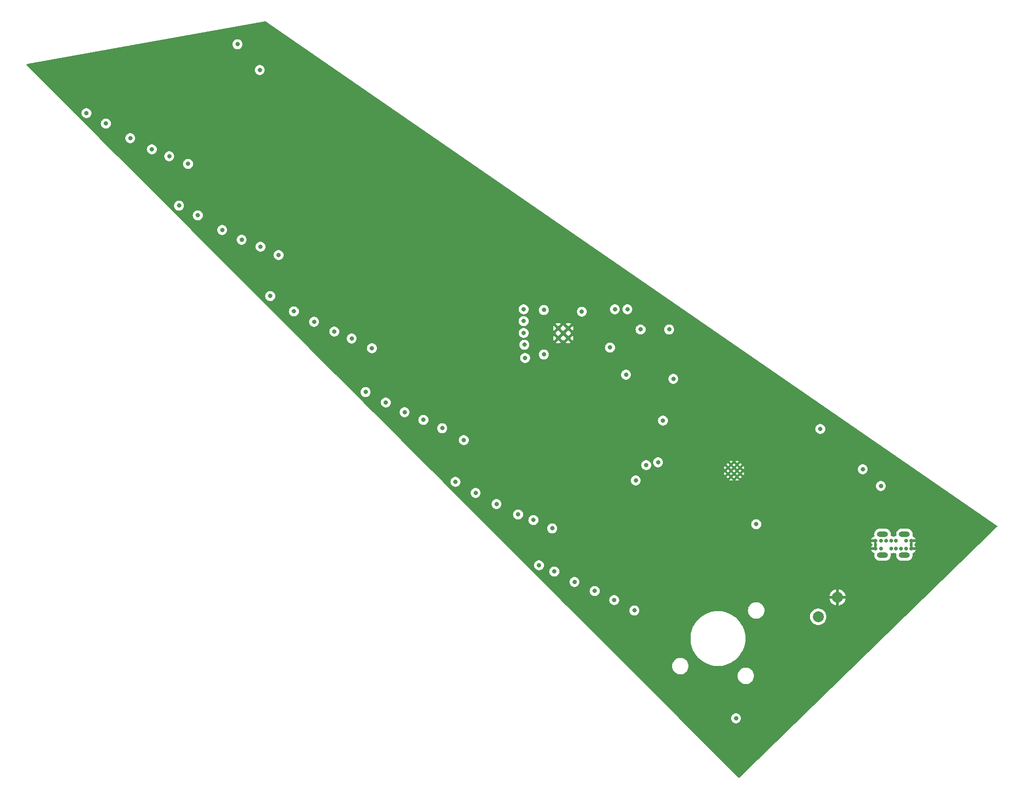
<source format=gbr>
%TF.GenerationSoftware,KiCad,Pcbnew,(7.0.0)*%
%TF.CreationDate,2023-03-18T11:24:21-05:00*%
%TF.ProjectId,LED Fan Blade,4c454420-4661-46e2-9042-6c6164652e6b,rev?*%
%TF.SameCoordinates,Original*%
%TF.FileFunction,Copper,L2,Inr*%
%TF.FilePolarity,Positive*%
%FSLAX46Y46*%
G04 Gerber Fmt 4.6, Leading zero omitted, Abs format (unit mm)*
G04 Created by KiCad (PCBNEW (7.0.0)) date 2023-03-18 11:24:21*
%MOMM*%
%LPD*%
G01*
G04 APERTURE LIST*
%TA.AperFunction,ComponentPad*%
%ADD10C,0.900000*%
%TD*%
%TA.AperFunction,ComponentPad*%
%ADD11C,2.000000*%
%TD*%
%TA.AperFunction,ComponentPad*%
%ADD12O,0.700000X0.700000*%
%TD*%
%TA.AperFunction,ComponentPad*%
%ADD13O,2.000000X1.000000*%
%TD*%
%TA.AperFunction,ComponentPad*%
%ADD14C,0.400000*%
%TD*%
%TA.AperFunction,ViaPad*%
%ADD15C,0.800000*%
%TD*%
G04 APERTURE END LIST*
D10*
%TO.N,GND*%
%TO.C,LED-Driver1*%
X115184000Y-76870000D03*
X113384000Y-76870000D03*
X115184000Y-78670000D03*
X113384000Y-78670000D03*
%TD*%
D11*
%TO.N,+12V*%
%TO.C,Power_12V1*%
X160782000Y-129540000D03*
%TO.N,GND*%
X164317534Y-126004466D03*
%TD*%
D12*
%TO.N,GND*%
%TO.C,USB-C1*%
X171261999Y-115693999D03*
%TO.N,Net-(R9-Pad2)*%
X172211999Y-115693999D03*
%TO.N,Net-(USB-C1-CC1)*%
X173161999Y-115693999D03*
%TO.N,D+*%
X174061999Y-115693999D03*
%TO.N,D-*%
X174961999Y-115693999D03*
%TO.N,Net-(R9-Pad2)*%
X176811999Y-115693999D03*
%TO.N,GND*%
X177761999Y-115693999D03*
X177761999Y-117093999D03*
%TO.N,Net-(R9-Pad2)*%
X176811999Y-117093999D03*
%TO.N,Net-(USB-C1-CC2)*%
X175861999Y-117093999D03*
%TO.N,D+*%
X174961999Y-117093999D03*
%TO.N,D-*%
X174061999Y-117093999D03*
%TO.N,Net-(R9-Pad2)*%
X172211999Y-117093999D03*
%TO.N,GND*%
X171261999Y-117093999D03*
D13*
%TO.N,Net-(USB-C1-SHIELD)*%
X172511999Y-118323999D03*
X176511999Y-118323999D03*
X172511999Y-114463999D03*
X176511999Y-114463999D03*
%TD*%
D14*
%TO.N,GND*%
%TO.C,ESP1*%
X144890500Y-101768000D03*
X145990500Y-101768000D03*
X144340500Y-102318000D03*
X145440500Y-102318000D03*
X146540500Y-102318000D03*
X144890500Y-102868000D03*
X145990500Y-102868000D03*
X144340500Y-103418000D03*
X145440500Y-103418000D03*
X146540500Y-103418000D03*
X144890500Y-103968000D03*
X145990500Y-103968000D03*
%TD*%
D15*
%TO.N,GND*%
X62865000Y-25781000D03*
X117602000Y-82296000D03*
X178943000Y-109982000D03*
X151638000Y-120904000D03*
X158877000Y-122428000D03*
X166243000Y-109728000D03*
X158242000Y-135763000D03*
%TO.N,+3.3V*%
X127508000Y-104648000D03*
X132461000Y-93726000D03*
X117665500Y-73850500D03*
X149479000Y-112649000D03*
X145796000Y-148082000D03*
X122809000Y-80391000D03*
X110744000Y-81661000D03*
X54864000Y-25019000D03*
%TO.N,MISO*%
X134366000Y-86106000D03*
X131572000Y-101346000D03*
X125984000Y-73406000D03*
%TO.N,SS*%
X129413000Y-101854000D03*
X125730000Y-85344000D03*
X123698000Y-73406000D03*
%TO.N,D+*%
X168910000Y-102616000D03*
X172212000Y-105664000D03*
%TO.N,Hall Sense*%
X161163000Y-95250000D03*
X58928000Y-29718000D03*
%TO.N,VSYNC*%
X128389000Y-77097000D03*
X133604000Y-77089000D03*
%TO.N,SWO<-->LED(0-5)*%
X94615000Y-104902000D03*
X27305000Y-37592000D03*
X78232000Y-88519000D03*
X60833000Y-70993000D03*
X109855000Y-120142000D03*
X44196000Y-54483000D03*
X110744000Y-73533000D03*
%TO.N,SW1<-->LED(6-11)*%
X47625000Y-56261000D03*
X81915000Y-90424000D03*
X107061000Y-73406000D03*
X65151000Y-73787000D03*
X30861000Y-39497000D03*
X112649000Y-121285000D03*
X98298000Y-106934000D03*
%TO.N,SW2<-->LED(12-17)*%
X85344000Y-92202000D03*
X68834000Y-75692000D03*
X102108000Y-108966000D03*
X107061000Y-75565000D03*
X35306000Y-42164000D03*
X116332000Y-123190000D03*
X52070000Y-58928000D03*
%TO.N,SW3<-->LED(18-23)*%
X120015000Y-124841000D03*
X72517000Y-77470000D03*
X107061000Y-77724000D03*
X106045000Y-110871000D03*
X88773000Y-93599000D03*
X39243000Y-44196000D03*
X55626000Y-60706000D03*
%TO.N,SW4<-->LED(24-29)*%
X75692000Y-78740000D03*
X123571000Y-126492000D03*
X42418000Y-45466000D03*
X108839000Y-111887000D03*
X59055000Y-61976000D03*
X92202000Y-95123000D03*
X107188000Y-79883000D03*
%TO.N,SW5<-->LED(30-35)*%
X79375000Y-80518000D03*
X62357000Y-63500000D03*
X96139000Y-97282000D03*
X107315000Y-82296000D03*
X127254000Y-128397000D03*
X112268000Y-113411000D03*
X45847000Y-46863000D03*
%TD*%
%TA.AperFunction,Conductor*%
%TO.N,GND*%
G36*
X59941744Y-20838432D02*
G01*
X59985978Y-20857577D01*
X193423034Y-112944366D01*
X193459885Y-112984240D01*
X193476167Y-113036036D01*
X193468759Y-113089823D01*
X193439082Y-113135290D01*
X146391755Y-158917904D01*
X146336241Y-158949107D01*
X146272561Y-158948643D01*
X146217509Y-158916632D01*
X135403997Y-148082000D01*
X144890540Y-148082000D01*
X144891219Y-148088460D01*
X144909646Y-148263795D01*
X144909647Y-148263803D01*
X144910326Y-148270256D01*
X144912331Y-148276428D01*
X144912333Y-148276435D01*
X144966813Y-148444105D01*
X144968821Y-148450284D01*
X145063467Y-148614216D01*
X145190129Y-148754888D01*
X145343270Y-148866151D01*
X145516197Y-148943144D01*
X145701354Y-148982500D01*
X145884143Y-148982500D01*
X145890646Y-148982500D01*
X146075803Y-148943144D01*
X146248730Y-148866151D01*
X146401871Y-148754888D01*
X146528533Y-148614216D01*
X146623179Y-148450284D01*
X146681674Y-148270256D01*
X146701460Y-148082000D01*
X146681674Y-147893744D01*
X146623179Y-147713716D01*
X146528533Y-147549784D01*
X146401871Y-147409112D01*
X146396613Y-147405292D01*
X146396611Y-147405290D01*
X146253988Y-147301669D01*
X146253987Y-147301668D01*
X146248730Y-147297849D01*
X146242792Y-147295205D01*
X146081745Y-147223501D01*
X146081740Y-147223499D01*
X146075803Y-147220856D01*
X146069444Y-147219504D01*
X146069440Y-147219503D01*
X145897008Y-147182852D01*
X145897005Y-147182851D01*
X145890646Y-147181500D01*
X145701354Y-147181500D01*
X145694995Y-147182851D01*
X145694991Y-147182852D01*
X145522559Y-147219503D01*
X145522552Y-147219505D01*
X145516197Y-147220856D01*
X145510262Y-147223498D01*
X145510254Y-147223501D01*
X145349207Y-147295205D01*
X145349202Y-147295207D01*
X145343270Y-147297849D01*
X145338016Y-147301665D01*
X145338011Y-147301669D01*
X145195388Y-147405290D01*
X145195381Y-147405295D01*
X145190129Y-147409112D01*
X145185784Y-147413937D01*
X145185779Y-147413942D01*
X145067813Y-147544956D01*
X145067808Y-147544962D01*
X145063467Y-147549784D01*
X145060222Y-147555404D01*
X145060218Y-147555410D01*
X144972069Y-147708089D01*
X144972066Y-147708094D01*
X144968821Y-147713716D01*
X144966815Y-147719888D01*
X144966813Y-147719894D01*
X144912333Y-147887564D01*
X144912331Y-147887573D01*
X144910326Y-147893744D01*
X144909648Y-147900194D01*
X144909646Y-147900204D01*
X144891962Y-148068464D01*
X144890540Y-148082000D01*
X135403997Y-148082000D01*
X127672098Y-140335000D01*
X146068357Y-140335000D01*
X146068781Y-140340117D01*
X146088467Y-140577701D01*
X146088468Y-140577709D01*
X146088892Y-140582821D01*
X146090149Y-140587788D01*
X146090151Y-140587795D01*
X146148678Y-140818910D01*
X146149937Y-140823881D01*
X146151997Y-140828577D01*
X146247766Y-141046910D01*
X146247769Y-141046916D01*
X146249827Y-141051607D01*
X146252627Y-141055893D01*
X146252631Y-141055900D01*
X146380675Y-141251885D01*
X146385836Y-141259785D01*
X146389310Y-141263559D01*
X146389311Y-141263560D01*
X146550784Y-141438967D01*
X146550787Y-141438970D01*
X146554256Y-141442738D01*
X146750491Y-141595474D01*
X146969190Y-141713828D01*
X147204386Y-141794571D01*
X147449665Y-141835500D01*
X147693201Y-141835500D01*
X147698335Y-141835500D01*
X147943614Y-141794571D01*
X148178810Y-141713828D01*
X148397509Y-141595474D01*
X148593744Y-141442738D01*
X148762164Y-141259785D01*
X148898173Y-141051607D01*
X148998063Y-140823881D01*
X149059108Y-140582821D01*
X149079643Y-140335000D01*
X149059108Y-140087179D01*
X148998063Y-139846119D01*
X148898173Y-139618393D01*
X148762164Y-139410215D01*
X148593744Y-139227262D01*
X148397509Y-139074526D01*
X148392997Y-139072084D01*
X148183316Y-138958610D01*
X148183310Y-138958607D01*
X148178810Y-138956172D01*
X148173969Y-138954510D01*
X148173962Y-138954507D01*
X147948465Y-138877094D01*
X147948461Y-138877093D01*
X147943614Y-138875429D01*
X147934768Y-138873952D01*
X147703398Y-138835344D01*
X147703387Y-138835343D01*
X147698335Y-138834500D01*
X147449665Y-138834500D01*
X147444613Y-138835343D01*
X147444601Y-138835344D01*
X147209443Y-138874585D01*
X147209441Y-138874585D01*
X147204386Y-138875429D01*
X147199541Y-138877092D01*
X147199534Y-138877094D01*
X146974037Y-138954507D01*
X146974026Y-138954511D01*
X146969190Y-138956172D01*
X146964693Y-138958605D01*
X146964683Y-138958610D01*
X146755002Y-139072084D01*
X146754995Y-139072088D01*
X146750491Y-139074526D01*
X146746448Y-139077672D01*
X146746440Y-139077678D01*
X146558304Y-139224111D01*
X146554256Y-139227262D01*
X146550793Y-139231023D01*
X146550784Y-139231032D01*
X146389311Y-139406439D01*
X146389305Y-139406446D01*
X146385836Y-139410215D01*
X146383031Y-139414506D01*
X146383028Y-139414512D01*
X146252631Y-139614099D01*
X146252624Y-139614111D01*
X146249827Y-139618393D01*
X146247772Y-139623077D01*
X146247766Y-139623089D01*
X146161431Y-139819915D01*
X146149937Y-139846119D01*
X146148679Y-139851084D01*
X146148678Y-139851089D01*
X146090151Y-140082204D01*
X146090149Y-140082213D01*
X146088892Y-140087179D01*
X146088468Y-140092288D01*
X146088467Y-140092298D01*
X146068781Y-140329883D01*
X146068357Y-140335000D01*
X127672098Y-140335000D01*
X125897564Y-138557000D01*
X134130357Y-138557000D01*
X134130781Y-138562117D01*
X134150467Y-138799701D01*
X134150468Y-138799709D01*
X134150892Y-138804821D01*
X134152149Y-138809788D01*
X134152151Y-138809795D01*
X134168772Y-138875429D01*
X134211937Y-139045881D01*
X134226758Y-139079669D01*
X134309766Y-139268910D01*
X134309769Y-139268916D01*
X134311827Y-139273607D01*
X134314627Y-139277893D01*
X134314631Y-139277900D01*
X134442675Y-139473885D01*
X134447836Y-139481785D01*
X134451310Y-139485559D01*
X134451311Y-139485560D01*
X134612784Y-139660967D01*
X134612787Y-139660970D01*
X134616256Y-139664738D01*
X134812491Y-139817474D01*
X135031190Y-139935828D01*
X135266386Y-140016571D01*
X135511665Y-140057500D01*
X135755201Y-140057500D01*
X135760335Y-140057500D01*
X136005614Y-140016571D01*
X136240810Y-139935828D01*
X136459509Y-139817474D01*
X136655744Y-139664738D01*
X136824164Y-139481785D01*
X136960173Y-139273607D01*
X137060063Y-139045881D01*
X137121108Y-138804821D01*
X137141643Y-138557000D01*
X137121108Y-138309179D01*
X137060063Y-138068119D01*
X136960173Y-137840393D01*
X136824164Y-137632215D01*
X136655744Y-137449262D01*
X136459509Y-137296526D01*
X136454997Y-137294084D01*
X136245316Y-137180610D01*
X136245310Y-137180607D01*
X136240810Y-137178172D01*
X136235969Y-137176510D01*
X136235962Y-137176507D01*
X136010465Y-137099094D01*
X136010461Y-137099093D01*
X136005614Y-137097429D01*
X135996768Y-137095952D01*
X135765398Y-137057344D01*
X135765387Y-137057343D01*
X135760335Y-137056500D01*
X135511665Y-137056500D01*
X135506613Y-137057343D01*
X135506601Y-137057344D01*
X135271443Y-137096585D01*
X135271441Y-137096585D01*
X135266386Y-137097429D01*
X135261541Y-137099092D01*
X135261534Y-137099094D01*
X135036037Y-137176507D01*
X135036026Y-137176511D01*
X135031190Y-137178172D01*
X135026693Y-137180605D01*
X135026683Y-137180610D01*
X134817002Y-137294084D01*
X134816995Y-137294088D01*
X134812491Y-137296526D01*
X134808448Y-137299672D01*
X134808440Y-137299678D01*
X134620304Y-137446111D01*
X134616256Y-137449262D01*
X134612793Y-137453023D01*
X134612784Y-137453032D01*
X134451311Y-137628439D01*
X134451305Y-137628446D01*
X134447836Y-137632215D01*
X134445031Y-137636506D01*
X134445028Y-137636512D01*
X134314631Y-137836099D01*
X134314624Y-137836111D01*
X134311827Y-137840393D01*
X134309772Y-137845077D01*
X134309766Y-137845089D01*
X134213997Y-138063422D01*
X134211937Y-138068119D01*
X134210679Y-138073084D01*
X134210678Y-138073089D01*
X134152151Y-138304204D01*
X134152149Y-138304213D01*
X134150892Y-138309179D01*
X134150468Y-138314288D01*
X134150467Y-138314298D01*
X134133550Y-138518466D01*
X134130357Y-138557000D01*
X125897564Y-138557000D01*
X120874375Y-133524000D01*
X137488460Y-133524000D01*
X137508611Y-133972693D01*
X137508981Y-133975431D01*
X137508983Y-133975443D01*
X137568527Y-134415014D01*
X137568901Y-134417774D01*
X137668845Y-134855658D01*
X137807639Y-135282821D01*
X137984164Y-135695822D01*
X138197000Y-136091338D01*
X138444433Y-136466183D01*
X138446170Y-136468361D01*
X138721301Y-136813365D01*
X138724471Y-136817339D01*
X138726390Y-136819346D01*
X139032929Y-137139962D01*
X139032935Y-137139968D01*
X139034858Y-137141979D01*
X139373097Y-137437489D01*
X139375345Y-137439122D01*
X139375346Y-137439123D01*
X139729524Y-137696449D01*
X139736463Y-137701490D01*
X140122031Y-137931856D01*
X140526697Y-138126733D01*
X140947203Y-138284551D01*
X141380163Y-138404041D01*
X141822090Y-138484239D01*
X142269427Y-138524500D01*
X142715796Y-138524500D01*
X142718573Y-138524500D01*
X143165910Y-138484239D01*
X143607837Y-138404041D01*
X144040797Y-138284551D01*
X144461303Y-138126733D01*
X144865969Y-137931856D01*
X145251537Y-137701490D01*
X145614903Y-137437489D01*
X145953142Y-137141979D01*
X146263529Y-136817339D01*
X146543567Y-136466183D01*
X146791000Y-136091338D01*
X147003836Y-135695822D01*
X147180361Y-135282821D01*
X147319155Y-134855658D01*
X147419099Y-134417774D01*
X147479389Y-133972693D01*
X147499540Y-133524000D01*
X147479389Y-133075307D01*
X147419099Y-132630226D01*
X147319155Y-132192342D01*
X147180361Y-131765179D01*
X147003836Y-131352178D01*
X146791000Y-130956662D01*
X146543567Y-130581817D01*
X146287644Y-130260900D01*
X146265263Y-130232835D01*
X146265259Y-130232831D01*
X146263529Y-130230661D01*
X146065855Y-130023910D01*
X145955070Y-129908037D01*
X145955064Y-129908031D01*
X145953142Y-129906021D01*
X145614903Y-129610511D01*
X145473655Y-129507888D01*
X145253788Y-129348145D01*
X145253781Y-129348140D01*
X145251537Y-129346510D01*
X144979196Y-129183794D01*
X144868361Y-129117573D01*
X144868358Y-129117571D01*
X144865969Y-129116144D01*
X144863462Y-129114936D01*
X144863457Y-129114934D01*
X144663636Y-129018705D01*
X144461303Y-128921267D01*
X144458699Y-128920289D01*
X144458688Y-128920285D01*
X144043407Y-128764428D01*
X144043396Y-128764424D01*
X144040797Y-128763449D01*
X144038112Y-128762708D01*
X144038109Y-128762707D01*
X143610526Y-128644701D01*
X143610523Y-128644700D01*
X143607837Y-128643959D01*
X143605105Y-128643463D01*
X143605091Y-128643460D01*
X143168650Y-128564258D01*
X143168644Y-128564257D01*
X143165910Y-128563761D01*
X143163155Y-128563513D01*
X143163140Y-128563511D01*
X142721336Y-128523748D01*
X142721321Y-128523747D01*
X142718573Y-128523500D01*
X142269427Y-128523500D01*
X142266679Y-128523747D01*
X142266663Y-128523748D01*
X141824859Y-128563511D01*
X141824841Y-128563513D01*
X141822090Y-128563761D01*
X141819358Y-128564256D01*
X141819349Y-128564258D01*
X141382908Y-128643460D01*
X141382889Y-128643464D01*
X141380163Y-128643959D01*
X141377481Y-128644699D01*
X141377473Y-128644701D01*
X140949890Y-128762707D01*
X140949881Y-128762709D01*
X140947203Y-128763449D01*
X140944610Y-128764422D01*
X140944592Y-128764428D01*
X140529311Y-128920285D01*
X140529292Y-128920292D01*
X140526697Y-128921267D01*
X140524187Y-128922475D01*
X140524184Y-128922477D01*
X140124542Y-129114934D01*
X140124528Y-129114941D01*
X140122031Y-129116144D01*
X140119650Y-129117566D01*
X140119638Y-129117573D01*
X139738849Y-129345084D01*
X139738842Y-129345088D01*
X139736463Y-129346510D01*
X139734228Y-129348133D01*
X139734211Y-129348145D01*
X139375346Y-129608876D01*
X139375331Y-129608887D01*
X139373097Y-129610511D01*
X139371011Y-129612332D01*
X139371004Y-129612339D01*
X139036964Y-129904180D01*
X139036951Y-129904192D01*
X139034858Y-129906021D01*
X139032946Y-129908020D01*
X139032929Y-129908037D01*
X138726390Y-130228653D01*
X138726381Y-130228663D01*
X138724471Y-130230661D01*
X138722750Y-130232818D01*
X138722736Y-130232835D01*
X138446170Y-130579638D01*
X138446162Y-130579647D01*
X138444433Y-130581817D01*
X138442906Y-130584129D01*
X138442896Y-130584144D01*
X138198534Y-130954337D01*
X138198527Y-130954348D01*
X138197000Y-130956662D01*
X138195688Y-130959098D01*
X138195682Y-130959110D01*
X137985483Y-131349725D01*
X137985474Y-131349742D01*
X137984164Y-131352178D01*
X137983069Y-131354738D01*
X137983066Y-131354746D01*
X137808740Y-131762601D01*
X137808733Y-131762618D01*
X137807639Y-131765179D01*
X137668845Y-132192342D01*
X137568901Y-132630226D01*
X137568528Y-132632979D01*
X137568527Y-132632985D01*
X137508983Y-133072556D01*
X137508981Y-133072570D01*
X137508611Y-133075307D01*
X137488460Y-133524000D01*
X120874375Y-133524000D01*
X115757369Y-128397000D01*
X126348540Y-128397000D01*
X126349219Y-128403460D01*
X126367646Y-128578795D01*
X126367647Y-128578803D01*
X126368326Y-128585256D01*
X126370331Y-128591428D01*
X126370333Y-128591435D01*
X126389296Y-128649795D01*
X126426821Y-128765284D01*
X126430068Y-128770908D01*
X126430069Y-128770910D01*
X126516877Y-128921267D01*
X126521467Y-128929216D01*
X126648129Y-129069888D01*
X126801270Y-129181151D01*
X126974197Y-129258144D01*
X127159354Y-129297500D01*
X127342143Y-129297500D01*
X127348646Y-129297500D01*
X127533803Y-129258144D01*
X127706730Y-129181151D01*
X127859871Y-129069888D01*
X127986533Y-128929216D01*
X128081179Y-128765284D01*
X128139674Y-128585256D01*
X128159460Y-128397000D01*
X147973357Y-128397000D01*
X147973781Y-128402117D01*
X147993467Y-128639701D01*
X147993468Y-128639709D01*
X147993892Y-128644821D01*
X147995149Y-128649788D01*
X147995151Y-128649795D01*
X148025387Y-128769193D01*
X148054937Y-128885881D01*
X148056997Y-128890577D01*
X148152766Y-129108910D01*
X148152769Y-129108916D01*
X148154827Y-129113607D01*
X148157627Y-129117893D01*
X148157631Y-129117900D01*
X148274086Y-129296147D01*
X148290836Y-129321785D01*
X148294310Y-129325559D01*
X148294311Y-129325560D01*
X148455784Y-129500967D01*
X148455787Y-129500970D01*
X148459256Y-129504738D01*
X148655491Y-129657474D01*
X148874190Y-129775828D01*
X149109386Y-129856571D01*
X149354665Y-129897500D01*
X149598201Y-129897500D01*
X149603335Y-129897500D01*
X149848614Y-129856571D01*
X150083810Y-129775828D01*
X150302509Y-129657474D01*
X150453439Y-129540000D01*
X159276357Y-129540000D01*
X159276781Y-129545117D01*
X159296467Y-129782701D01*
X159296468Y-129782709D01*
X159296892Y-129787821D01*
X159298149Y-129792788D01*
X159298151Y-129792795D01*
X159326358Y-129904180D01*
X159357937Y-130028881D01*
X159359997Y-130033577D01*
X159455766Y-130251910D01*
X159455769Y-130251916D01*
X159457827Y-130256607D01*
X159460627Y-130260893D01*
X159460631Y-130260900D01*
X159588675Y-130456885D01*
X159593836Y-130464785D01*
X159597310Y-130468559D01*
X159597311Y-130468560D01*
X159758784Y-130643967D01*
X159758787Y-130643970D01*
X159762256Y-130647738D01*
X159958491Y-130800474D01*
X160177190Y-130918828D01*
X160412386Y-130999571D01*
X160657665Y-131040500D01*
X160901201Y-131040500D01*
X160906335Y-131040500D01*
X161151614Y-130999571D01*
X161386810Y-130918828D01*
X161605509Y-130800474D01*
X161801744Y-130647738D01*
X161970164Y-130464785D01*
X162106173Y-130256607D01*
X162206063Y-130028881D01*
X162267108Y-129787821D01*
X162287643Y-129540000D01*
X162267108Y-129292179D01*
X162206063Y-129051119D01*
X162106173Y-128823393D01*
X162070762Y-128769193D01*
X161972971Y-128619512D01*
X161970164Y-128615215D01*
X161885963Y-128523748D01*
X161805215Y-128436032D01*
X161805211Y-128436029D01*
X161801744Y-128432262D01*
X161605509Y-128279526D01*
X161600997Y-128277084D01*
X161391316Y-128163610D01*
X161391310Y-128163607D01*
X161386810Y-128161172D01*
X161381969Y-128159510D01*
X161381962Y-128159507D01*
X161156465Y-128082094D01*
X161156461Y-128082093D01*
X161151614Y-128080429D01*
X161142768Y-128078952D01*
X160911398Y-128040344D01*
X160911387Y-128040343D01*
X160906335Y-128039500D01*
X160657665Y-128039500D01*
X160652613Y-128040343D01*
X160652601Y-128040344D01*
X160417443Y-128079585D01*
X160417441Y-128079585D01*
X160412386Y-128080429D01*
X160407541Y-128082092D01*
X160407534Y-128082094D01*
X160182037Y-128159507D01*
X160182026Y-128159511D01*
X160177190Y-128161172D01*
X160172693Y-128163605D01*
X160172683Y-128163610D01*
X159963002Y-128277084D01*
X159962995Y-128277088D01*
X159958491Y-128279526D01*
X159954448Y-128282672D01*
X159954440Y-128282678D01*
X159766304Y-128429111D01*
X159762256Y-128432262D01*
X159758793Y-128436023D01*
X159758784Y-128436032D01*
X159597311Y-128611439D01*
X159597305Y-128611446D01*
X159593836Y-128615215D01*
X159591031Y-128619506D01*
X159591028Y-128619512D01*
X159460631Y-128819099D01*
X159460624Y-128819111D01*
X159457827Y-128823393D01*
X159455772Y-128828077D01*
X159455766Y-128828089D01*
X159409291Y-128934043D01*
X159357937Y-129051119D01*
X159356679Y-129056084D01*
X159356678Y-129056089D01*
X159298151Y-129287204D01*
X159298149Y-129287213D01*
X159296892Y-129292179D01*
X159296468Y-129297288D01*
X159296467Y-129297298D01*
X159291972Y-129351551D01*
X159276357Y-129540000D01*
X150453439Y-129540000D01*
X150498744Y-129504738D01*
X150667164Y-129321785D01*
X150803173Y-129113607D01*
X150903063Y-128885881D01*
X150964108Y-128644821D01*
X150984643Y-128397000D01*
X150964108Y-128149179D01*
X150903063Y-127908119D01*
X150803173Y-127680393D01*
X150759044Y-127612849D01*
X150710471Y-127538501D01*
X150667164Y-127472215D01*
X150558796Y-127354496D01*
X150502215Y-127293032D01*
X150502211Y-127293029D01*
X150498744Y-127289262D01*
X150343858Y-127168709D01*
X150306559Y-127139678D01*
X150306557Y-127139676D01*
X150302509Y-127136526D01*
X150249920Y-127108066D01*
X150088316Y-127020610D01*
X150088310Y-127020607D01*
X150083810Y-127018172D01*
X150078969Y-127016510D01*
X150078962Y-127016507D01*
X149853465Y-126939094D01*
X149853461Y-126939093D01*
X149848614Y-126937429D01*
X149820382Y-126932718D01*
X149608398Y-126897344D01*
X149608387Y-126897343D01*
X149603335Y-126896500D01*
X149354665Y-126896500D01*
X149349613Y-126897343D01*
X149349601Y-126897344D01*
X149114443Y-126936585D01*
X149114441Y-126936585D01*
X149109386Y-126937429D01*
X149104541Y-126939092D01*
X149104534Y-126939094D01*
X148879037Y-127016507D01*
X148879026Y-127016511D01*
X148874190Y-127018172D01*
X148869693Y-127020605D01*
X148869683Y-127020610D01*
X148660002Y-127134084D01*
X148659995Y-127134088D01*
X148655491Y-127136526D01*
X148651448Y-127139672D01*
X148651440Y-127139678D01*
X148487908Y-127266961D01*
X148459256Y-127289262D01*
X148455793Y-127293023D01*
X148455784Y-127293032D01*
X148294311Y-127468439D01*
X148294305Y-127468446D01*
X148290836Y-127472215D01*
X148288031Y-127476506D01*
X148288028Y-127476512D01*
X148157631Y-127676099D01*
X148157624Y-127676111D01*
X148154827Y-127680393D01*
X148152772Y-127685077D01*
X148152766Y-127685089D01*
X148056997Y-127903422D01*
X148054937Y-127908119D01*
X148053679Y-127913084D01*
X148053678Y-127913089D01*
X147995151Y-128144204D01*
X147995149Y-128144213D01*
X147993892Y-128149179D01*
X147993468Y-128154288D01*
X147993467Y-128154298D01*
X147983091Y-128279526D01*
X147973357Y-128397000D01*
X128159460Y-128397000D01*
X128139674Y-128208744D01*
X128081179Y-128028716D01*
X127986533Y-127864784D01*
X127859871Y-127724112D01*
X127854613Y-127720292D01*
X127854611Y-127720290D01*
X127711988Y-127616669D01*
X127711987Y-127616668D01*
X127706730Y-127612849D01*
X127700792Y-127610205D01*
X127539745Y-127538501D01*
X127539740Y-127538499D01*
X127533803Y-127535856D01*
X127527444Y-127534504D01*
X127527440Y-127534503D01*
X127355008Y-127497852D01*
X127355005Y-127497851D01*
X127348646Y-127496500D01*
X127159354Y-127496500D01*
X127152995Y-127497851D01*
X127152991Y-127497852D01*
X126980559Y-127534503D01*
X126980552Y-127534505D01*
X126974197Y-127535856D01*
X126968262Y-127538498D01*
X126968254Y-127538501D01*
X126807207Y-127610205D01*
X126807202Y-127610207D01*
X126801270Y-127612849D01*
X126796016Y-127616665D01*
X126796011Y-127616669D01*
X126653388Y-127720290D01*
X126653381Y-127720295D01*
X126648129Y-127724112D01*
X126643784Y-127728937D01*
X126643779Y-127728942D01*
X126525813Y-127859956D01*
X126525808Y-127859962D01*
X126521467Y-127864784D01*
X126518222Y-127870404D01*
X126518218Y-127870410D01*
X126430069Y-128023089D01*
X126430066Y-128023094D01*
X126426821Y-128028716D01*
X126424815Y-128034888D01*
X126424813Y-128034894D01*
X126370333Y-128202564D01*
X126370331Y-128202573D01*
X126368326Y-128208744D01*
X126367648Y-128215194D01*
X126367646Y-128215204D01*
X126360555Y-128282678D01*
X126348540Y-128397000D01*
X115757369Y-128397000D01*
X114838675Y-127476512D01*
X113856082Y-126492000D01*
X122665540Y-126492000D01*
X122666219Y-126498460D01*
X122684646Y-126673795D01*
X122684647Y-126673803D01*
X122685326Y-126680256D01*
X122687331Y-126686428D01*
X122687333Y-126686435D01*
X122741813Y-126854105D01*
X122743821Y-126860284D01*
X122747068Y-126865908D01*
X122747069Y-126865910D01*
X122834977Y-127018172D01*
X122838467Y-127024216D01*
X122842811Y-127029041D01*
X122842813Y-127029043D01*
X122937393Y-127134084D01*
X122965129Y-127164888D01*
X123118270Y-127276151D01*
X123291197Y-127353144D01*
X123476354Y-127392500D01*
X123659143Y-127392500D01*
X123665646Y-127392500D01*
X123850803Y-127353144D01*
X124023730Y-127276151D01*
X124176871Y-127164888D01*
X124303533Y-127024216D01*
X124398179Y-126860284D01*
X124456674Y-126680256D01*
X124476460Y-126492000D01*
X124456674Y-126303744D01*
X124441483Y-126256991D01*
X162836738Y-126256991D01*
X162836969Y-126268190D01*
X162892687Y-126488213D01*
X162896006Y-126497880D01*
X162991741Y-126716137D01*
X162996606Y-126725127D01*
X163126958Y-126924645D01*
X163133241Y-126932718D01*
X163294661Y-127108066D01*
X163302171Y-127114979D01*
X163490252Y-127261369D01*
X163498810Y-127266961D01*
X163708419Y-127380395D01*
X163717773Y-127384498D01*
X163943192Y-127461884D01*
X163953101Y-127464393D01*
X164054213Y-127481266D01*
X164065170Y-127480699D01*
X164067534Y-127469982D01*
X164567534Y-127469982D01*
X164569897Y-127480699D01*
X164580854Y-127481266D01*
X164681966Y-127464393D01*
X164691875Y-127461884D01*
X164917294Y-127384498D01*
X164926648Y-127380395D01*
X165136257Y-127266961D01*
X165144815Y-127261369D01*
X165332896Y-127114979D01*
X165340406Y-127108066D01*
X165501826Y-126932718D01*
X165508109Y-126924645D01*
X165638461Y-126725127D01*
X165643326Y-126716137D01*
X165739061Y-126497880D01*
X165742380Y-126488213D01*
X165798098Y-126268190D01*
X165798329Y-126256991D01*
X165787415Y-126254466D01*
X164583860Y-126254466D01*
X164570984Y-126257916D01*
X164567534Y-126270792D01*
X164567534Y-127469982D01*
X164067534Y-127469982D01*
X164067534Y-126270792D01*
X164064083Y-126257916D01*
X164051208Y-126254466D01*
X162847653Y-126254466D01*
X162836738Y-126256991D01*
X124441483Y-126256991D01*
X124398179Y-126123716D01*
X124303533Y-125959784D01*
X124176871Y-125819112D01*
X124171613Y-125815292D01*
X124171611Y-125815290D01*
X124084417Y-125751940D01*
X162836738Y-125751940D01*
X162847653Y-125754466D01*
X164051208Y-125754466D01*
X164064083Y-125751015D01*
X164067534Y-125738140D01*
X164567534Y-125738140D01*
X164570984Y-125751015D01*
X164583860Y-125754466D01*
X165787415Y-125754466D01*
X165798329Y-125751940D01*
X165798098Y-125740741D01*
X165742380Y-125520718D01*
X165739061Y-125511051D01*
X165643326Y-125292794D01*
X165638461Y-125283804D01*
X165508109Y-125084286D01*
X165501826Y-125076213D01*
X165340406Y-124900865D01*
X165332896Y-124893952D01*
X165144815Y-124747562D01*
X165136257Y-124741970D01*
X164926648Y-124628536D01*
X164917294Y-124624433D01*
X164691875Y-124547047D01*
X164681966Y-124544538D01*
X164580854Y-124527665D01*
X164569897Y-124528232D01*
X164567534Y-124538950D01*
X164567534Y-125738140D01*
X164067534Y-125738140D01*
X164067534Y-124538950D01*
X164065170Y-124528232D01*
X164054213Y-124527665D01*
X163953101Y-124544538D01*
X163943192Y-124547047D01*
X163717773Y-124624433D01*
X163708419Y-124628536D01*
X163498810Y-124741970D01*
X163490252Y-124747562D01*
X163302171Y-124893952D01*
X163294661Y-124900865D01*
X163133241Y-125076213D01*
X163126958Y-125084286D01*
X162996606Y-125283804D01*
X162991741Y-125292794D01*
X162896006Y-125511051D01*
X162892687Y-125520718D01*
X162836969Y-125740741D01*
X162836738Y-125751940D01*
X124084417Y-125751940D01*
X124028988Y-125711669D01*
X124028987Y-125711668D01*
X124023730Y-125707849D01*
X124017792Y-125705205D01*
X123856745Y-125633501D01*
X123856740Y-125633499D01*
X123850803Y-125630856D01*
X123844444Y-125629504D01*
X123844440Y-125629503D01*
X123672008Y-125592852D01*
X123672005Y-125592851D01*
X123665646Y-125591500D01*
X123476354Y-125591500D01*
X123469995Y-125592851D01*
X123469991Y-125592852D01*
X123297559Y-125629503D01*
X123297552Y-125629505D01*
X123291197Y-125630856D01*
X123285262Y-125633498D01*
X123285254Y-125633501D01*
X123124207Y-125705205D01*
X123124202Y-125705207D01*
X123118270Y-125707849D01*
X123113016Y-125711665D01*
X123113011Y-125711669D01*
X122970388Y-125815290D01*
X122970381Y-125815295D01*
X122965129Y-125819112D01*
X122960784Y-125823937D01*
X122960779Y-125823942D01*
X122842813Y-125954956D01*
X122842808Y-125954962D01*
X122838467Y-125959784D01*
X122835222Y-125965404D01*
X122835218Y-125965410D01*
X122747069Y-126118089D01*
X122747066Y-126118094D01*
X122743821Y-126123716D01*
X122741815Y-126129888D01*
X122741813Y-126129894D01*
X122687333Y-126297564D01*
X122687331Y-126297573D01*
X122685326Y-126303744D01*
X122684648Y-126310194D01*
X122684646Y-126310204D01*
X122666962Y-126478464D01*
X122665540Y-126492000D01*
X113856082Y-126492000D01*
X112208301Y-124841000D01*
X119109540Y-124841000D01*
X119110219Y-124847460D01*
X119128646Y-125022795D01*
X119128647Y-125022803D01*
X119129326Y-125029256D01*
X119131331Y-125035428D01*
X119131333Y-125035435D01*
X119144583Y-125076213D01*
X119187821Y-125209284D01*
X119282467Y-125373216D01*
X119409129Y-125513888D01*
X119562270Y-125625151D01*
X119735197Y-125702144D01*
X119920354Y-125741500D01*
X120103143Y-125741500D01*
X120109646Y-125741500D01*
X120294803Y-125702144D01*
X120467730Y-125625151D01*
X120620871Y-125513888D01*
X120747533Y-125373216D01*
X120842179Y-125209284D01*
X120900674Y-125029256D01*
X120920460Y-124841000D01*
X120900674Y-124652744D01*
X120842179Y-124472716D01*
X120747533Y-124308784D01*
X120620871Y-124168112D01*
X120615613Y-124164292D01*
X120615611Y-124164290D01*
X120472988Y-124060669D01*
X120472987Y-124060668D01*
X120467730Y-124056849D01*
X120461792Y-124054205D01*
X120300745Y-123982501D01*
X120300740Y-123982499D01*
X120294803Y-123979856D01*
X120288444Y-123978504D01*
X120288440Y-123978503D01*
X120116008Y-123941852D01*
X120116005Y-123941851D01*
X120109646Y-123940500D01*
X119920354Y-123940500D01*
X119913995Y-123941851D01*
X119913991Y-123941852D01*
X119741559Y-123978503D01*
X119741552Y-123978505D01*
X119735197Y-123979856D01*
X119729262Y-123982498D01*
X119729254Y-123982501D01*
X119568207Y-124054205D01*
X119568202Y-124054207D01*
X119562270Y-124056849D01*
X119557016Y-124060665D01*
X119557011Y-124060669D01*
X119414388Y-124164290D01*
X119414381Y-124164295D01*
X119409129Y-124168112D01*
X119404784Y-124172937D01*
X119404779Y-124172942D01*
X119286813Y-124303956D01*
X119286808Y-124303962D01*
X119282467Y-124308784D01*
X119279222Y-124314404D01*
X119279218Y-124314410D01*
X119191069Y-124467089D01*
X119191066Y-124467094D01*
X119187821Y-124472716D01*
X119185815Y-124478888D01*
X119185813Y-124478894D01*
X119131333Y-124646564D01*
X119131331Y-124646573D01*
X119129326Y-124652744D01*
X119128648Y-124659194D01*
X119128646Y-124659204D01*
X119119948Y-124741970D01*
X119109540Y-124841000D01*
X112208301Y-124841000D01*
X110560519Y-123190000D01*
X115426540Y-123190000D01*
X115427219Y-123196460D01*
X115445646Y-123371795D01*
X115445647Y-123371803D01*
X115446326Y-123378256D01*
X115448331Y-123384428D01*
X115448333Y-123384435D01*
X115502813Y-123552105D01*
X115504821Y-123558284D01*
X115599467Y-123722216D01*
X115726129Y-123862888D01*
X115879270Y-123974151D01*
X116052197Y-124051144D01*
X116237354Y-124090500D01*
X116420143Y-124090500D01*
X116426646Y-124090500D01*
X116611803Y-124051144D01*
X116784730Y-123974151D01*
X116937871Y-123862888D01*
X117064533Y-123722216D01*
X117159179Y-123558284D01*
X117217674Y-123378256D01*
X117237460Y-123190000D01*
X117217674Y-123001744D01*
X117159179Y-122821716D01*
X117064533Y-122657784D01*
X116937871Y-122517112D01*
X116932613Y-122513292D01*
X116932611Y-122513290D01*
X116789988Y-122409669D01*
X116789987Y-122409668D01*
X116784730Y-122405849D01*
X116778792Y-122403205D01*
X116617745Y-122331501D01*
X116617740Y-122331499D01*
X116611803Y-122328856D01*
X116605444Y-122327504D01*
X116605440Y-122327503D01*
X116433008Y-122290852D01*
X116433005Y-122290851D01*
X116426646Y-122289500D01*
X116237354Y-122289500D01*
X116230995Y-122290851D01*
X116230991Y-122290852D01*
X116058559Y-122327503D01*
X116058552Y-122327505D01*
X116052197Y-122328856D01*
X116046262Y-122331498D01*
X116046254Y-122331501D01*
X115885207Y-122403205D01*
X115885202Y-122403207D01*
X115879270Y-122405849D01*
X115874016Y-122409665D01*
X115874011Y-122409669D01*
X115731388Y-122513290D01*
X115731381Y-122513295D01*
X115726129Y-122517112D01*
X115721784Y-122521937D01*
X115721779Y-122521942D01*
X115603813Y-122652956D01*
X115603808Y-122652962D01*
X115599467Y-122657784D01*
X115596222Y-122663404D01*
X115596218Y-122663410D01*
X115508069Y-122816089D01*
X115508066Y-122816094D01*
X115504821Y-122821716D01*
X115502815Y-122827888D01*
X115502813Y-122827894D01*
X115448333Y-122995564D01*
X115448331Y-122995573D01*
X115446326Y-123001744D01*
X115445648Y-123008194D01*
X115445646Y-123008204D01*
X115427962Y-123176464D01*
X115426540Y-123190000D01*
X110560519Y-123190000D01*
X108659232Y-121285000D01*
X111743540Y-121285000D01*
X111744219Y-121291460D01*
X111762646Y-121466795D01*
X111762647Y-121466803D01*
X111763326Y-121473256D01*
X111765331Y-121479428D01*
X111765333Y-121479435D01*
X111819813Y-121647105D01*
X111821821Y-121653284D01*
X111916467Y-121817216D01*
X112043129Y-121957888D01*
X112196270Y-122069151D01*
X112369197Y-122146144D01*
X112554354Y-122185500D01*
X112737143Y-122185500D01*
X112743646Y-122185500D01*
X112928803Y-122146144D01*
X113101730Y-122069151D01*
X113254871Y-121957888D01*
X113381533Y-121817216D01*
X113476179Y-121653284D01*
X113534674Y-121473256D01*
X113554460Y-121285000D01*
X113534674Y-121096744D01*
X113476179Y-120916716D01*
X113381533Y-120752784D01*
X113254871Y-120612112D01*
X113249613Y-120608292D01*
X113249611Y-120608290D01*
X113106988Y-120504669D01*
X113106987Y-120504668D01*
X113101730Y-120500849D01*
X113095792Y-120498205D01*
X112934745Y-120426501D01*
X112934740Y-120426499D01*
X112928803Y-120423856D01*
X112922444Y-120422504D01*
X112922440Y-120422503D01*
X112750008Y-120385852D01*
X112750005Y-120385851D01*
X112743646Y-120384500D01*
X112554354Y-120384500D01*
X112547995Y-120385851D01*
X112547991Y-120385852D01*
X112375559Y-120422503D01*
X112375552Y-120422505D01*
X112369197Y-120423856D01*
X112363262Y-120426498D01*
X112363254Y-120426501D01*
X112202207Y-120498205D01*
X112202202Y-120498207D01*
X112196270Y-120500849D01*
X112191016Y-120504665D01*
X112191011Y-120504669D01*
X112048388Y-120608290D01*
X112048381Y-120608295D01*
X112043129Y-120612112D01*
X112038784Y-120616937D01*
X112038779Y-120616942D01*
X111920813Y-120747956D01*
X111920808Y-120747962D01*
X111916467Y-120752784D01*
X111913222Y-120758404D01*
X111913218Y-120758410D01*
X111825069Y-120911089D01*
X111825066Y-120911094D01*
X111821821Y-120916716D01*
X111819815Y-120922888D01*
X111819813Y-120922894D01*
X111765333Y-121090564D01*
X111765331Y-121090573D01*
X111763326Y-121096744D01*
X111762648Y-121103194D01*
X111762646Y-121103204D01*
X111744962Y-121271464D01*
X111743540Y-121285000D01*
X108659232Y-121285000D01*
X107518460Y-120142000D01*
X108949540Y-120142000D01*
X108950219Y-120148460D01*
X108968646Y-120323795D01*
X108968647Y-120323803D01*
X108969326Y-120330256D01*
X108971331Y-120336428D01*
X108971333Y-120336435D01*
X109000598Y-120426501D01*
X109027821Y-120510284D01*
X109031068Y-120515908D01*
X109031069Y-120515910D01*
X109084404Y-120608290D01*
X109122467Y-120674216D01*
X109249129Y-120814888D01*
X109402270Y-120926151D01*
X109575197Y-121003144D01*
X109760354Y-121042500D01*
X109943143Y-121042500D01*
X109949646Y-121042500D01*
X110134803Y-121003144D01*
X110307730Y-120926151D01*
X110460871Y-120814888D01*
X110587533Y-120674216D01*
X110682179Y-120510284D01*
X110740674Y-120330256D01*
X110760460Y-120142000D01*
X110740674Y-119953744D01*
X110682179Y-119773716D01*
X110587533Y-119609784D01*
X110460871Y-119469112D01*
X110455613Y-119465292D01*
X110455611Y-119465290D01*
X110312988Y-119361669D01*
X110312987Y-119361668D01*
X110307730Y-119357849D01*
X110301792Y-119355205D01*
X110140745Y-119283501D01*
X110140740Y-119283499D01*
X110134803Y-119280856D01*
X110128444Y-119279504D01*
X110128440Y-119279503D01*
X109956008Y-119242852D01*
X109956005Y-119242851D01*
X109949646Y-119241500D01*
X109760354Y-119241500D01*
X109753995Y-119242851D01*
X109753991Y-119242852D01*
X109581559Y-119279503D01*
X109581552Y-119279505D01*
X109575197Y-119280856D01*
X109569262Y-119283498D01*
X109569254Y-119283501D01*
X109408207Y-119355205D01*
X109408202Y-119355207D01*
X109402270Y-119357849D01*
X109397016Y-119361665D01*
X109397011Y-119361669D01*
X109254388Y-119465290D01*
X109254381Y-119465295D01*
X109249129Y-119469112D01*
X109244784Y-119473937D01*
X109244779Y-119473942D01*
X109126813Y-119604956D01*
X109126808Y-119604962D01*
X109122467Y-119609784D01*
X109119222Y-119615404D01*
X109119218Y-119615410D01*
X109031069Y-119768089D01*
X109031066Y-119768094D01*
X109027821Y-119773716D01*
X109025815Y-119779888D01*
X109025813Y-119779894D01*
X108971333Y-119947564D01*
X108971331Y-119947573D01*
X108969326Y-119953744D01*
X108968648Y-119960194D01*
X108968646Y-119960204D01*
X108950962Y-120128464D01*
X108949540Y-120142000D01*
X107518460Y-120142000D01*
X104728557Y-117346648D01*
X170453132Y-117346648D01*
X170454022Y-117357959D01*
X170479201Y-117435451D01*
X170484457Y-117447256D01*
X170567299Y-117590742D01*
X170574895Y-117601197D01*
X170685756Y-117724322D01*
X170695365Y-117732973D01*
X170829399Y-117830355D01*
X170840596Y-117836820D01*
X170981427Y-117899522D01*
X171027138Y-117934495D01*
X171052135Y-117986338D01*
X171051034Y-118043882D01*
X171019511Y-118165631D01*
X171019509Y-118165642D01*
X171017937Y-118171715D01*
X171017619Y-118177982D01*
X171017618Y-118177990D01*
X171007949Y-118368654D01*
X171007949Y-118368659D01*
X171007631Y-118374936D01*
X171008582Y-118381148D01*
X171008583Y-118381154D01*
X171037491Y-118569856D01*
X171037493Y-118569864D01*
X171038444Y-118576071D01*
X171040625Y-118581961D01*
X171040627Y-118581967D01*
X171106928Y-118760986D01*
X171106930Y-118760990D01*
X171109114Y-118766887D01*
X171216748Y-118939571D01*
X171356941Y-119087053D01*
X171523951Y-119203295D01*
X171710942Y-119283540D01*
X171910259Y-119324500D01*
X173059600Y-119324500D01*
X173062742Y-119324500D01*
X173214438Y-119309074D01*
X173408588Y-119248159D01*
X173586502Y-119149409D01*
X173740895Y-119016866D01*
X173865448Y-118855958D01*
X173955060Y-118673271D01*
X174006063Y-118476285D01*
X174016369Y-118273064D01*
X173987907Y-118087275D01*
X173991261Y-118034388D01*
X174016391Y-117987730D01*
X174058706Y-117955825D01*
X174110477Y-117944500D01*
X174144888Y-117944500D01*
X174151391Y-117944500D01*
X174326267Y-117907329D01*
X174461565Y-117847090D01*
X174511999Y-117836370D01*
X174562432Y-117847089D01*
X174697733Y-117907329D01*
X174704091Y-117908680D01*
X174704093Y-117908681D01*
X174739685Y-117916246D01*
X174872609Y-117944500D01*
X174879112Y-117944500D01*
X174916572Y-117944500D01*
X174971181Y-117957172D01*
X175014628Y-117992599D01*
X175038034Y-118043539D01*
X175036613Y-118099581D01*
X175019512Y-118165624D01*
X175019509Y-118165643D01*
X175017937Y-118171715D01*
X175017619Y-118177982D01*
X175017618Y-118177990D01*
X175007949Y-118368654D01*
X175007949Y-118368659D01*
X175007631Y-118374936D01*
X175008582Y-118381148D01*
X175008583Y-118381154D01*
X175037491Y-118569856D01*
X175037493Y-118569864D01*
X175038444Y-118576071D01*
X175040625Y-118581961D01*
X175040627Y-118581967D01*
X175106928Y-118760986D01*
X175106930Y-118760990D01*
X175109114Y-118766887D01*
X175216748Y-118939571D01*
X175356941Y-119087053D01*
X175523951Y-119203295D01*
X175710942Y-119283540D01*
X175910259Y-119324500D01*
X177059600Y-119324500D01*
X177062742Y-119324500D01*
X177214438Y-119309074D01*
X177408588Y-119248159D01*
X177586502Y-119149409D01*
X177740895Y-119016866D01*
X177865448Y-118855958D01*
X177955060Y-118673271D01*
X178006063Y-118476285D01*
X178016369Y-118273064D01*
X177985556Y-118071929D01*
X177979200Y-118054769D01*
X177972826Y-117993480D01*
X177996743Y-117936688D01*
X178045045Y-117898421D01*
X178183403Y-117836820D01*
X178194600Y-117830355D01*
X178328634Y-117732973D01*
X178338243Y-117724322D01*
X178449104Y-117601197D01*
X178456700Y-117590742D01*
X178539542Y-117447256D01*
X178544798Y-117435451D01*
X178569977Y-117357959D01*
X178570867Y-117346648D01*
X178559837Y-117344000D01*
X177778625Y-117344000D01*
X177712915Y-117325158D01*
X177667174Y-117274358D01*
X177655304Y-117207038D01*
X177666506Y-117100460D01*
X177667185Y-117094000D01*
X177648497Y-116916197D01*
X177619734Y-116827674D01*
X178012000Y-116827674D01*
X178015450Y-116840549D01*
X178028326Y-116844000D01*
X178559837Y-116844000D01*
X178570867Y-116841351D01*
X178569977Y-116830040D01*
X178544798Y-116752548D01*
X178539542Y-116740743D01*
X178456700Y-116597257D01*
X178449104Y-116586803D01*
X178350213Y-116476972D01*
X178322046Y-116423998D01*
X178322046Y-116364002D01*
X178350213Y-116311028D01*
X178449104Y-116201196D01*
X178456700Y-116190742D01*
X178539542Y-116047256D01*
X178544798Y-116035451D01*
X178569977Y-115957959D01*
X178570867Y-115946648D01*
X178559837Y-115944000D01*
X178028326Y-115944000D01*
X178015450Y-115947450D01*
X178012000Y-115960326D01*
X178012000Y-116827674D01*
X177619734Y-116827674D01*
X177593250Y-116746165D01*
X177528612Y-116634209D01*
X177512000Y-116572211D01*
X177512000Y-116215789D01*
X177528613Y-116153789D01*
X177593250Y-116041835D01*
X177648497Y-115871803D01*
X177667185Y-115694000D01*
X177655304Y-115580961D01*
X177667174Y-115513642D01*
X177712915Y-115462842D01*
X177778625Y-115444000D01*
X178559837Y-115444000D01*
X178570867Y-115441351D01*
X178569977Y-115430040D01*
X178544798Y-115352548D01*
X178539542Y-115340743D01*
X178456700Y-115197257D01*
X178449104Y-115186802D01*
X178338243Y-115063677D01*
X178328634Y-115055026D01*
X178194600Y-114957644D01*
X178183398Y-114951177D01*
X178042571Y-114888476D01*
X177996861Y-114853503D01*
X177971864Y-114801660D01*
X177972965Y-114744116D01*
X177978701Y-114721962D01*
X178006063Y-114616285D01*
X178016369Y-114413064D01*
X177985556Y-114211929D01*
X177914886Y-114021113D01*
X177862889Y-113937691D01*
X177810578Y-113853765D01*
X177810577Y-113853764D01*
X177807252Y-113848429D01*
X177667059Y-113700947D01*
X177500049Y-113584705D01*
X177414860Y-113548147D01*
X177318836Y-113506939D01*
X177318831Y-113506937D01*
X177313058Y-113504460D01*
X177275590Y-113496760D01*
X177119899Y-113464765D01*
X177119894Y-113464764D01*
X177113741Y-113463500D01*
X175961258Y-113463500D01*
X175958147Y-113463816D01*
X175958134Y-113463817D01*
X175815814Y-113478290D01*
X175815811Y-113478290D01*
X175809562Y-113478926D01*
X175803564Y-113480807D01*
X175803563Y-113480808D01*
X175621415Y-113537957D01*
X175621410Y-113537959D01*
X175615412Y-113539841D01*
X175609916Y-113542891D01*
X175609910Y-113542894D01*
X175442997Y-113635538D01*
X175442991Y-113635542D01*
X175437498Y-113638591D01*
X175432733Y-113642680D01*
X175432728Y-113642685D01*
X175287873Y-113767040D01*
X175287868Y-113767044D01*
X175283105Y-113771134D01*
X175279262Y-113776098D01*
X175279255Y-113776106D01*
X175219143Y-113853765D01*
X175158552Y-113932042D01*
X175155784Y-113937683D01*
X175155780Y-113937691D01*
X175071708Y-114109084D01*
X175071704Y-114109092D01*
X175068940Y-114114729D01*
X175067365Y-114120809D01*
X175067364Y-114120814D01*
X175019511Y-114305634D01*
X175017937Y-114311715D01*
X175017619Y-114317982D01*
X175017618Y-114317990D01*
X175007949Y-114508654D01*
X175007949Y-114508659D01*
X175007631Y-114514936D01*
X175008582Y-114521148D01*
X175008583Y-114521154D01*
X175036093Y-114700723D01*
X175032739Y-114753612D01*
X175007609Y-114800270D01*
X174965294Y-114832175D01*
X174913523Y-114843500D01*
X174872609Y-114843500D01*
X174866250Y-114844851D01*
X174866246Y-114844852D01*
X174704093Y-114879318D01*
X174704082Y-114879321D01*
X174697733Y-114880671D01*
X174691795Y-114883314D01*
X174691794Y-114883315D01*
X174562435Y-114940909D01*
X174512000Y-114951629D01*
X174461565Y-114940909D01*
X174343797Y-114888476D01*
X174326267Y-114880671D01*
X174319914Y-114879320D01*
X174319906Y-114879318D01*
X174157753Y-114844852D01*
X174157750Y-114844851D01*
X174151391Y-114843500D01*
X174107428Y-114843500D01*
X174052819Y-114830828D01*
X174009372Y-114795401D01*
X173985966Y-114744461D01*
X173987387Y-114688419D01*
X174004487Y-114622375D01*
X174004489Y-114622365D01*
X174006063Y-114616285D01*
X174016369Y-114413064D01*
X173985556Y-114211929D01*
X173914886Y-114021113D01*
X173862889Y-113937691D01*
X173810578Y-113853765D01*
X173810577Y-113853764D01*
X173807252Y-113848429D01*
X173667059Y-113700947D01*
X173500049Y-113584705D01*
X173414860Y-113548147D01*
X173318836Y-113506939D01*
X173318831Y-113506937D01*
X173313058Y-113504460D01*
X173275590Y-113496760D01*
X173119899Y-113464765D01*
X173119894Y-113464764D01*
X173113741Y-113463500D01*
X171961258Y-113463500D01*
X171958147Y-113463816D01*
X171958134Y-113463817D01*
X171815814Y-113478290D01*
X171815811Y-113478290D01*
X171809562Y-113478926D01*
X171803564Y-113480807D01*
X171803563Y-113480808D01*
X171621415Y-113537957D01*
X171621410Y-113537959D01*
X171615412Y-113539841D01*
X171609916Y-113542891D01*
X171609910Y-113542894D01*
X171442997Y-113635538D01*
X171442991Y-113635542D01*
X171437498Y-113638591D01*
X171432733Y-113642680D01*
X171432728Y-113642685D01*
X171287873Y-113767040D01*
X171287868Y-113767044D01*
X171283105Y-113771134D01*
X171279262Y-113776098D01*
X171279255Y-113776106D01*
X171219143Y-113853765D01*
X171158552Y-113932042D01*
X171155784Y-113937683D01*
X171155780Y-113937691D01*
X171071708Y-114109084D01*
X171071704Y-114109092D01*
X171068940Y-114114729D01*
X171067365Y-114120809D01*
X171067364Y-114120814D01*
X171019511Y-114305634D01*
X171017937Y-114311715D01*
X171017619Y-114317982D01*
X171017618Y-114317990D01*
X171007949Y-114508654D01*
X171007949Y-114508659D01*
X171007631Y-114514936D01*
X171008582Y-114521148D01*
X171008583Y-114521154D01*
X171037491Y-114709853D01*
X171038444Y-114716071D01*
X171044801Y-114733236D01*
X171051172Y-114794523D01*
X171027255Y-114851312D01*
X170978955Y-114889577D01*
X170840601Y-114951177D01*
X170829399Y-114957644D01*
X170695365Y-115055026D01*
X170685756Y-115063677D01*
X170574895Y-115186802D01*
X170567299Y-115197257D01*
X170484457Y-115340743D01*
X170479201Y-115352548D01*
X170454022Y-115430040D01*
X170453132Y-115441351D01*
X170464163Y-115444000D01*
X171245375Y-115444000D01*
X171311085Y-115462842D01*
X171356826Y-115513642D01*
X171368695Y-115580961D01*
X171356815Y-115694000D01*
X171357494Y-115700460D01*
X171374823Y-115865341D01*
X171374824Y-115865348D01*
X171375503Y-115871803D01*
X171377510Y-115877982D01*
X171377511Y-115877983D01*
X171428675Y-116035451D01*
X171430750Y-116041835D01*
X171433997Y-116047459D01*
X171433998Y-116047461D01*
X171495387Y-116153789D01*
X171512000Y-116215789D01*
X171512000Y-116572211D01*
X171495387Y-116634211D01*
X171433998Y-116740538D01*
X171433995Y-116740543D01*
X171430750Y-116746165D01*
X171428744Y-116752337D01*
X171428742Y-116752343D01*
X171399822Y-116841351D01*
X171375503Y-116916197D01*
X171374824Y-116922649D01*
X171374823Y-116922658D01*
X171357884Y-117083822D01*
X171356815Y-117094000D01*
X171357494Y-117100460D01*
X171368696Y-117207038D01*
X171356826Y-117274358D01*
X171311085Y-117325158D01*
X171245375Y-117344000D01*
X170464163Y-117344000D01*
X170453132Y-117346648D01*
X104728557Y-117346648D01*
X104224245Y-116841351D01*
X170453132Y-116841351D01*
X170464163Y-116844000D01*
X170995674Y-116844000D01*
X171008549Y-116840549D01*
X171012000Y-116827674D01*
X171012000Y-115960326D01*
X171008549Y-115947450D01*
X170995674Y-115944000D01*
X170464163Y-115944000D01*
X170453132Y-115946648D01*
X170454022Y-115957959D01*
X170479201Y-116035451D01*
X170484457Y-116047256D01*
X170567299Y-116190742D01*
X170574895Y-116201196D01*
X170673786Y-116311027D01*
X170701953Y-116364000D01*
X170701953Y-116423997D01*
X170673787Y-116476970D01*
X170574895Y-116586803D01*
X170567299Y-116597257D01*
X170484457Y-116740743D01*
X170479201Y-116752548D01*
X170454022Y-116830040D01*
X170453132Y-116841351D01*
X104224245Y-116841351D01*
X100800581Y-113411000D01*
X111362540Y-113411000D01*
X111363219Y-113417460D01*
X111381646Y-113592795D01*
X111381647Y-113592803D01*
X111382326Y-113599256D01*
X111384331Y-113605428D01*
X111384333Y-113605435D01*
X111438173Y-113771134D01*
X111440821Y-113779284D01*
X111444068Y-113784908D01*
X111444069Y-113784910D01*
X111529015Y-113932042D01*
X111535467Y-113943216D01*
X111662129Y-114083888D01*
X111815270Y-114195151D01*
X111988197Y-114272144D01*
X112173354Y-114311500D01*
X112356143Y-114311500D01*
X112362646Y-114311500D01*
X112547803Y-114272144D01*
X112720730Y-114195151D01*
X112873871Y-114083888D01*
X113000533Y-113943216D01*
X113095179Y-113779284D01*
X113153674Y-113599256D01*
X113173460Y-113411000D01*
X113153674Y-113222744D01*
X113095179Y-113042716D01*
X113000533Y-112878784D01*
X112957323Y-112830795D01*
X112878220Y-112742942D01*
X112878219Y-112742941D01*
X112873871Y-112738112D01*
X112868613Y-112734292D01*
X112868611Y-112734290D01*
X112751219Y-112649000D01*
X148573540Y-112649000D01*
X148574219Y-112655460D01*
X148592646Y-112830795D01*
X148592647Y-112830803D01*
X148593326Y-112837256D01*
X148595331Y-112843428D01*
X148595333Y-112843435D01*
X148606819Y-112878784D01*
X148651821Y-113017284D01*
X148655068Y-113022908D01*
X148655069Y-113022910D01*
X148719951Y-113135290D01*
X148746467Y-113181216D01*
X148750811Y-113186041D01*
X148750813Y-113186043D01*
X148868779Y-113317057D01*
X148873129Y-113321888D01*
X149026270Y-113433151D01*
X149127653Y-113478290D01*
X149191998Y-113506939D01*
X149199197Y-113510144D01*
X149384354Y-113549500D01*
X149567143Y-113549500D01*
X149573646Y-113549500D01*
X149758803Y-113510144D01*
X149931730Y-113433151D01*
X150084871Y-113321888D01*
X150211533Y-113181216D01*
X150306179Y-113017284D01*
X150364674Y-112837256D01*
X150384460Y-112649000D01*
X150364674Y-112460744D01*
X150306179Y-112280716D01*
X150211533Y-112116784D01*
X150168323Y-112068795D01*
X150089220Y-111980942D01*
X150089219Y-111980941D01*
X150084871Y-111976112D01*
X150079613Y-111972292D01*
X150079611Y-111972290D01*
X149936988Y-111868669D01*
X149936987Y-111868668D01*
X149931730Y-111864849D01*
X149925792Y-111862205D01*
X149764745Y-111790501D01*
X149764740Y-111790499D01*
X149758803Y-111787856D01*
X149752444Y-111786504D01*
X149752440Y-111786503D01*
X149580008Y-111749852D01*
X149580005Y-111749851D01*
X149573646Y-111748500D01*
X149384354Y-111748500D01*
X149377995Y-111749851D01*
X149377991Y-111749852D01*
X149205559Y-111786503D01*
X149205552Y-111786505D01*
X149199197Y-111787856D01*
X149193262Y-111790498D01*
X149193254Y-111790501D01*
X149032207Y-111862205D01*
X149032202Y-111862207D01*
X149026270Y-111864849D01*
X149021016Y-111868665D01*
X149021011Y-111868669D01*
X148878388Y-111972290D01*
X148878381Y-111972295D01*
X148873129Y-111976112D01*
X148868784Y-111980937D01*
X148868779Y-111980942D01*
X148750813Y-112111956D01*
X148750808Y-112111962D01*
X148746467Y-112116784D01*
X148743222Y-112122404D01*
X148743218Y-112122410D01*
X148655069Y-112275089D01*
X148655066Y-112275094D01*
X148651821Y-112280716D01*
X148649815Y-112286888D01*
X148649813Y-112286894D01*
X148595333Y-112454564D01*
X148595331Y-112454573D01*
X148593326Y-112460744D01*
X148592648Y-112467194D01*
X148592646Y-112467204D01*
X148582504Y-112563709D01*
X148573540Y-112649000D01*
X112751219Y-112649000D01*
X112725988Y-112630669D01*
X112725987Y-112630668D01*
X112720730Y-112626849D01*
X112714792Y-112624205D01*
X112553745Y-112552501D01*
X112553740Y-112552499D01*
X112547803Y-112549856D01*
X112541444Y-112548504D01*
X112541440Y-112548503D01*
X112369008Y-112511852D01*
X112369005Y-112511851D01*
X112362646Y-112510500D01*
X112173354Y-112510500D01*
X112166995Y-112511851D01*
X112166991Y-112511852D01*
X111994559Y-112548503D01*
X111994552Y-112548505D01*
X111988197Y-112549856D01*
X111982262Y-112552498D01*
X111982254Y-112552501D01*
X111821207Y-112624205D01*
X111821202Y-112624207D01*
X111815270Y-112626849D01*
X111810016Y-112630665D01*
X111810011Y-112630669D01*
X111667388Y-112734290D01*
X111667381Y-112734295D01*
X111662129Y-112738112D01*
X111657784Y-112742937D01*
X111657779Y-112742942D01*
X111539813Y-112873956D01*
X111539808Y-112873962D01*
X111535467Y-112878784D01*
X111532222Y-112884404D01*
X111532218Y-112884410D01*
X111444069Y-113037089D01*
X111444066Y-113037094D01*
X111440821Y-113042716D01*
X111438815Y-113048888D01*
X111438813Y-113048894D01*
X111384333Y-113216564D01*
X111384331Y-113216573D01*
X111382326Y-113222744D01*
X111381648Y-113229194D01*
X111381646Y-113229204D01*
X111371504Y-113325709D01*
X111362540Y-113411000D01*
X100800581Y-113411000D01*
X99279552Y-111887000D01*
X107933540Y-111887000D01*
X107934219Y-111893460D01*
X107952646Y-112068795D01*
X107952647Y-112068803D01*
X107953326Y-112075256D01*
X107955331Y-112081428D01*
X107955333Y-112081435D01*
X107966819Y-112116784D01*
X108011821Y-112255284D01*
X108106467Y-112419216D01*
X108110811Y-112424041D01*
X108110813Y-112424043D01*
X108188660Y-112510500D01*
X108233129Y-112559888D01*
X108386270Y-112671151D01*
X108559197Y-112748144D01*
X108744354Y-112787500D01*
X108927143Y-112787500D01*
X108933646Y-112787500D01*
X109118803Y-112748144D01*
X109291730Y-112671151D01*
X109444871Y-112559888D01*
X109571533Y-112419216D01*
X109666179Y-112255284D01*
X109724674Y-112075256D01*
X109744460Y-111887000D01*
X109729903Y-111748500D01*
X109725353Y-111705204D01*
X109725352Y-111705203D01*
X109724674Y-111698744D01*
X109666179Y-111518716D01*
X109571533Y-111354784D01*
X109444871Y-111214112D01*
X109439613Y-111210292D01*
X109439611Y-111210290D01*
X109296988Y-111106669D01*
X109296987Y-111106668D01*
X109291730Y-111102849D01*
X109285792Y-111100205D01*
X109124745Y-111028501D01*
X109124740Y-111028499D01*
X109118803Y-111025856D01*
X109112444Y-111024504D01*
X109112440Y-111024503D01*
X108940008Y-110987852D01*
X108940005Y-110987851D01*
X108933646Y-110986500D01*
X108744354Y-110986500D01*
X108737995Y-110987851D01*
X108737991Y-110987852D01*
X108565559Y-111024503D01*
X108565552Y-111024505D01*
X108559197Y-111025856D01*
X108553262Y-111028498D01*
X108553254Y-111028501D01*
X108392207Y-111100205D01*
X108392202Y-111100207D01*
X108386270Y-111102849D01*
X108381016Y-111106665D01*
X108381011Y-111106669D01*
X108238388Y-111210290D01*
X108238381Y-111210295D01*
X108233129Y-111214112D01*
X108228784Y-111218937D01*
X108228779Y-111218942D01*
X108110813Y-111349956D01*
X108110808Y-111349962D01*
X108106467Y-111354784D01*
X108103222Y-111360404D01*
X108103218Y-111360410D01*
X108015069Y-111513089D01*
X108015066Y-111513094D01*
X108011821Y-111518716D01*
X108009815Y-111524888D01*
X108009813Y-111524894D01*
X107955333Y-111692564D01*
X107955331Y-111692573D01*
X107953326Y-111698744D01*
X107952648Y-111705194D01*
X107952646Y-111705204D01*
X107947954Y-111749852D01*
X107933540Y-111887000D01*
X99279552Y-111887000D01*
X98265533Y-110871000D01*
X105139540Y-110871000D01*
X105140219Y-110877460D01*
X105158646Y-111052795D01*
X105158647Y-111052803D01*
X105159326Y-111059256D01*
X105161331Y-111065428D01*
X105161333Y-111065435D01*
X105208400Y-111210290D01*
X105217821Y-111239284D01*
X105312467Y-111403216D01*
X105439129Y-111543888D01*
X105592270Y-111655151D01*
X105765197Y-111732144D01*
X105950354Y-111771500D01*
X106133143Y-111771500D01*
X106139646Y-111771500D01*
X106324803Y-111732144D01*
X106497730Y-111655151D01*
X106650871Y-111543888D01*
X106777533Y-111403216D01*
X106872179Y-111239284D01*
X106930674Y-111059256D01*
X106950460Y-110871000D01*
X106930674Y-110682744D01*
X106872179Y-110502716D01*
X106777533Y-110338784D01*
X106650871Y-110198112D01*
X106645613Y-110194292D01*
X106645611Y-110194290D01*
X106502988Y-110090669D01*
X106502987Y-110090668D01*
X106497730Y-110086849D01*
X106491792Y-110084205D01*
X106330745Y-110012501D01*
X106330740Y-110012499D01*
X106324803Y-110009856D01*
X106318444Y-110008504D01*
X106318440Y-110008503D01*
X106146008Y-109971852D01*
X106146005Y-109971851D01*
X106139646Y-109970500D01*
X105950354Y-109970500D01*
X105943995Y-109971851D01*
X105943991Y-109971852D01*
X105771559Y-110008503D01*
X105771552Y-110008505D01*
X105765197Y-110009856D01*
X105759262Y-110012498D01*
X105759254Y-110012501D01*
X105598207Y-110084205D01*
X105598202Y-110084207D01*
X105592270Y-110086849D01*
X105587016Y-110090665D01*
X105587011Y-110090669D01*
X105444388Y-110194290D01*
X105444381Y-110194295D01*
X105439129Y-110198112D01*
X105434784Y-110202937D01*
X105434779Y-110202942D01*
X105316813Y-110333956D01*
X105316808Y-110333962D01*
X105312467Y-110338784D01*
X105309222Y-110344404D01*
X105309218Y-110344410D01*
X105221069Y-110497089D01*
X105221066Y-110497094D01*
X105217821Y-110502716D01*
X105215815Y-110508888D01*
X105215813Y-110508894D01*
X105161333Y-110676564D01*
X105161331Y-110676573D01*
X105159326Y-110682744D01*
X105158648Y-110689194D01*
X105158646Y-110689204D01*
X105140962Y-110857464D01*
X105139540Y-110871000D01*
X98265533Y-110871000D01*
X96364246Y-108966000D01*
X101202540Y-108966000D01*
X101203219Y-108972460D01*
X101221646Y-109147795D01*
X101221647Y-109147803D01*
X101222326Y-109154256D01*
X101224331Y-109160428D01*
X101224333Y-109160435D01*
X101278813Y-109328105D01*
X101280821Y-109334284D01*
X101375467Y-109498216D01*
X101502129Y-109638888D01*
X101655270Y-109750151D01*
X101828197Y-109827144D01*
X102013354Y-109866500D01*
X102196143Y-109866500D01*
X102202646Y-109866500D01*
X102387803Y-109827144D01*
X102560730Y-109750151D01*
X102713871Y-109638888D01*
X102840533Y-109498216D01*
X102935179Y-109334284D01*
X102993674Y-109154256D01*
X103013460Y-108966000D01*
X102993674Y-108777744D01*
X102935179Y-108597716D01*
X102840533Y-108433784D01*
X102713871Y-108293112D01*
X102708613Y-108289292D01*
X102708611Y-108289290D01*
X102565988Y-108185669D01*
X102565987Y-108185668D01*
X102560730Y-108181849D01*
X102554792Y-108179205D01*
X102393745Y-108107501D01*
X102393740Y-108107499D01*
X102387803Y-108104856D01*
X102381444Y-108103504D01*
X102381440Y-108103503D01*
X102209008Y-108066852D01*
X102209005Y-108066851D01*
X102202646Y-108065500D01*
X102013354Y-108065500D01*
X102006995Y-108066851D01*
X102006991Y-108066852D01*
X101834559Y-108103503D01*
X101834552Y-108103505D01*
X101828197Y-108104856D01*
X101822262Y-108107498D01*
X101822254Y-108107501D01*
X101661207Y-108179205D01*
X101661202Y-108179207D01*
X101655270Y-108181849D01*
X101650016Y-108185665D01*
X101650011Y-108185669D01*
X101507388Y-108289290D01*
X101507381Y-108289295D01*
X101502129Y-108293112D01*
X101497784Y-108297937D01*
X101497779Y-108297942D01*
X101379813Y-108428956D01*
X101379808Y-108428962D01*
X101375467Y-108433784D01*
X101372222Y-108439404D01*
X101372218Y-108439410D01*
X101284069Y-108592089D01*
X101284066Y-108592094D01*
X101280821Y-108597716D01*
X101278815Y-108603888D01*
X101278813Y-108603894D01*
X101224333Y-108771564D01*
X101224331Y-108771573D01*
X101222326Y-108777744D01*
X101221648Y-108784194D01*
X101221646Y-108784204D01*
X101203962Y-108952464D01*
X101202540Y-108966000D01*
X96364246Y-108966000D01*
X94336207Y-106934000D01*
X97392540Y-106934000D01*
X97393219Y-106940460D01*
X97411646Y-107115795D01*
X97411647Y-107115803D01*
X97412326Y-107122256D01*
X97414331Y-107128428D01*
X97414333Y-107128435D01*
X97468813Y-107296105D01*
X97470821Y-107302284D01*
X97565467Y-107466216D01*
X97692129Y-107606888D01*
X97845270Y-107718151D01*
X98018197Y-107795144D01*
X98203354Y-107834500D01*
X98386143Y-107834500D01*
X98392646Y-107834500D01*
X98577803Y-107795144D01*
X98750730Y-107718151D01*
X98903871Y-107606888D01*
X99030533Y-107466216D01*
X99125179Y-107302284D01*
X99183674Y-107122256D01*
X99203460Y-106934000D01*
X99183674Y-106745744D01*
X99125179Y-106565716D01*
X99030533Y-106401784D01*
X98903871Y-106261112D01*
X98898613Y-106257292D01*
X98898611Y-106257290D01*
X98755988Y-106153669D01*
X98755987Y-106153668D01*
X98750730Y-106149849D01*
X98744792Y-106147205D01*
X98583745Y-106075501D01*
X98583740Y-106075499D01*
X98577803Y-106072856D01*
X98571444Y-106071504D01*
X98571440Y-106071503D01*
X98399008Y-106034852D01*
X98399005Y-106034851D01*
X98392646Y-106033500D01*
X98203354Y-106033500D01*
X98196995Y-106034851D01*
X98196991Y-106034852D01*
X98024559Y-106071503D01*
X98024552Y-106071505D01*
X98018197Y-106072856D01*
X98012262Y-106075498D01*
X98012254Y-106075501D01*
X97851207Y-106147205D01*
X97851202Y-106147207D01*
X97845270Y-106149849D01*
X97840016Y-106153665D01*
X97840011Y-106153669D01*
X97697388Y-106257290D01*
X97697381Y-106257295D01*
X97692129Y-106261112D01*
X97687784Y-106265937D01*
X97687779Y-106265942D01*
X97569813Y-106396956D01*
X97569808Y-106396962D01*
X97565467Y-106401784D01*
X97562222Y-106407404D01*
X97562218Y-106407410D01*
X97474069Y-106560089D01*
X97474066Y-106560094D01*
X97470821Y-106565716D01*
X97468815Y-106571888D01*
X97468813Y-106571894D01*
X97414333Y-106739564D01*
X97414331Y-106739573D01*
X97412326Y-106745744D01*
X97411648Y-106752194D01*
X97411646Y-106752204D01*
X97393962Y-106920464D01*
X97392540Y-106934000D01*
X94336207Y-106934000D01*
X92308168Y-104902000D01*
X93709540Y-104902000D01*
X93710219Y-104908460D01*
X93728646Y-105083795D01*
X93728647Y-105083803D01*
X93729326Y-105090256D01*
X93731331Y-105096428D01*
X93731333Y-105096435D01*
X93760124Y-105185043D01*
X93787821Y-105270284D01*
X93791068Y-105275908D01*
X93791069Y-105275910D01*
X93879068Y-105428330D01*
X93882467Y-105434216D01*
X93886811Y-105439041D01*
X93886813Y-105439043D01*
X93951150Y-105510496D01*
X94009129Y-105574888D01*
X94162270Y-105686151D01*
X94335197Y-105763144D01*
X94520354Y-105802500D01*
X94703143Y-105802500D01*
X94709646Y-105802500D01*
X94894803Y-105763144D01*
X95067730Y-105686151D01*
X95098218Y-105664000D01*
X171306540Y-105664000D01*
X171307219Y-105670460D01*
X171325646Y-105845795D01*
X171325647Y-105845803D01*
X171326326Y-105852256D01*
X171328331Y-105858428D01*
X171328333Y-105858435D01*
X171382813Y-106026105D01*
X171384821Y-106032284D01*
X171388068Y-106037908D01*
X171388069Y-106037910D01*
X171454902Y-106153669D01*
X171479467Y-106196216D01*
X171606129Y-106336888D01*
X171759270Y-106448151D01*
X171932197Y-106525144D01*
X172117354Y-106564500D01*
X172300143Y-106564500D01*
X172306646Y-106564500D01*
X172491803Y-106525144D01*
X172664730Y-106448151D01*
X172817871Y-106336888D01*
X172944533Y-106196216D01*
X173039179Y-106032284D01*
X173097674Y-105852256D01*
X173117460Y-105664000D01*
X173105179Y-105547147D01*
X173098353Y-105482204D01*
X173098352Y-105482203D01*
X173097674Y-105475744D01*
X173039179Y-105295716D01*
X172944533Y-105131784D01*
X172901323Y-105083795D01*
X172822220Y-104995942D01*
X172822219Y-104995941D01*
X172817871Y-104991112D01*
X172812613Y-104987292D01*
X172812611Y-104987290D01*
X172669988Y-104883669D01*
X172669987Y-104883668D01*
X172664730Y-104879849D01*
X172658792Y-104877205D01*
X172497745Y-104805501D01*
X172497740Y-104805499D01*
X172491803Y-104802856D01*
X172485444Y-104801504D01*
X172485440Y-104801503D01*
X172313008Y-104764852D01*
X172313005Y-104764851D01*
X172306646Y-104763500D01*
X172117354Y-104763500D01*
X172110995Y-104764851D01*
X172110991Y-104764852D01*
X171938559Y-104801503D01*
X171938552Y-104801505D01*
X171932197Y-104802856D01*
X171926262Y-104805498D01*
X171926254Y-104805501D01*
X171765207Y-104877205D01*
X171765202Y-104877207D01*
X171759270Y-104879849D01*
X171754016Y-104883665D01*
X171754011Y-104883669D01*
X171611388Y-104987290D01*
X171611381Y-104987295D01*
X171606129Y-104991112D01*
X171601784Y-104995937D01*
X171601779Y-104995942D01*
X171483813Y-105126956D01*
X171483808Y-105126962D01*
X171479467Y-105131784D01*
X171476222Y-105137404D01*
X171476218Y-105137410D01*
X171388069Y-105290089D01*
X171388066Y-105290094D01*
X171384821Y-105295716D01*
X171382815Y-105301888D01*
X171382813Y-105301894D01*
X171328333Y-105469564D01*
X171328331Y-105469573D01*
X171326326Y-105475744D01*
X171325648Y-105482194D01*
X171325646Y-105482204D01*
X171315504Y-105578709D01*
X171306540Y-105664000D01*
X95098218Y-105664000D01*
X95220871Y-105574888D01*
X95347533Y-105434216D01*
X95442179Y-105270284D01*
X95500674Y-105090256D01*
X95520460Y-104902000D01*
X95500674Y-104713744D01*
X95479312Y-104648000D01*
X126602540Y-104648000D01*
X126603219Y-104654460D01*
X126621646Y-104829795D01*
X126621647Y-104829803D01*
X126622326Y-104836256D01*
X126624331Y-104842428D01*
X126624333Y-104842435D01*
X126671400Y-104987290D01*
X126680821Y-105016284D01*
X126684068Y-105021908D01*
X126684069Y-105021910D01*
X126723528Y-105090256D01*
X126775467Y-105180216D01*
X126779811Y-105185041D01*
X126779813Y-105185043D01*
X126874397Y-105290089D01*
X126902129Y-105320888D01*
X127055270Y-105432151D01*
X127228197Y-105509144D01*
X127413354Y-105548500D01*
X127596143Y-105548500D01*
X127602646Y-105548500D01*
X127787803Y-105509144D01*
X127960730Y-105432151D01*
X128113871Y-105320888D01*
X128240533Y-105180216D01*
X128335179Y-105016284D01*
X128393674Y-104836256D01*
X128413460Y-104648000D01*
X128406642Y-104583134D01*
X144561920Y-104583134D01*
X144570450Y-104590576D01*
X144633810Y-104623831D01*
X144647735Y-104629112D01*
X144798225Y-104666205D01*
X144813004Y-104668000D01*
X144967996Y-104668000D01*
X144982774Y-104666205D01*
X145133268Y-104629111D01*
X145147184Y-104623833D01*
X145210550Y-104590576D01*
X145219078Y-104583134D01*
X145661920Y-104583134D01*
X145670450Y-104590576D01*
X145733810Y-104623831D01*
X145747735Y-104629112D01*
X145898225Y-104666205D01*
X145913004Y-104668000D01*
X146067996Y-104668000D01*
X146082774Y-104666205D01*
X146233268Y-104629111D01*
X146247184Y-104623833D01*
X146310550Y-104590576D01*
X146319078Y-104583134D01*
X146313147Y-104573489D01*
X146002042Y-104262384D01*
X145990500Y-104255720D01*
X145978956Y-104262385D01*
X145667851Y-104573489D01*
X145661920Y-104583134D01*
X145219078Y-104583134D01*
X145213147Y-104573489D01*
X144902042Y-104262384D01*
X144890500Y-104255720D01*
X144878956Y-104262385D01*
X144567851Y-104573489D01*
X144561920Y-104583134D01*
X128406642Y-104583134D01*
X128393674Y-104459744D01*
X128335179Y-104279716D01*
X128240533Y-104115784D01*
X128166114Y-104033134D01*
X144011920Y-104033134D01*
X144020450Y-104040576D01*
X144083812Y-104073832D01*
X144097737Y-104079113D01*
X144129692Y-104086989D01*
X144182245Y-104114570D01*
X144215961Y-104163414D01*
X144263468Y-104288679D01*
X144267002Y-104295412D01*
X144272115Y-104300153D01*
X144281418Y-104294238D01*
X144596113Y-103979542D01*
X144602778Y-103967998D01*
X145178220Y-103967998D01*
X145184885Y-103979542D01*
X145428956Y-104223613D01*
X145440500Y-104230278D01*
X145452042Y-104223614D01*
X145696113Y-103979542D01*
X145702778Y-103967998D01*
X146278220Y-103967998D01*
X146284885Y-103979542D01*
X146599578Y-104294236D01*
X146608883Y-104300153D01*
X146613997Y-104295411D01*
X146617531Y-104288680D01*
X146665038Y-104163415D01*
X146698754Y-104114570D01*
X146751308Y-104086988D01*
X146783264Y-104079112D01*
X146797189Y-104073831D01*
X146860550Y-104040576D01*
X146869078Y-104033134D01*
X146863147Y-104023489D01*
X146552042Y-103712384D01*
X146540500Y-103705720D01*
X146528957Y-103712384D01*
X146454486Y-103786856D01*
X146284884Y-103956456D01*
X146278220Y-103967998D01*
X145702778Y-103967998D01*
X145696114Y-103956456D01*
X145452042Y-103712384D01*
X145440500Y-103705720D01*
X145428957Y-103712384D01*
X145354486Y-103786856D01*
X145184884Y-103956456D01*
X145178220Y-103967998D01*
X144602778Y-103967998D01*
X144596114Y-103956456D01*
X144352042Y-103712384D01*
X144340500Y-103705720D01*
X144328956Y-103712385D01*
X144017851Y-104023489D01*
X144011920Y-104033134D01*
X128166114Y-104033134D01*
X128113871Y-103975112D01*
X128108613Y-103971292D01*
X128108611Y-103971290D01*
X127965988Y-103867669D01*
X127965987Y-103867668D01*
X127960730Y-103863849D01*
X127954792Y-103861205D01*
X127793745Y-103789501D01*
X127793740Y-103789499D01*
X127787803Y-103786856D01*
X127781444Y-103785504D01*
X127781440Y-103785503D01*
X127609008Y-103748852D01*
X127609005Y-103748851D01*
X127602646Y-103747500D01*
X127413354Y-103747500D01*
X127406995Y-103748851D01*
X127406991Y-103748852D01*
X127234559Y-103785503D01*
X127234552Y-103785505D01*
X127228197Y-103786856D01*
X127222262Y-103789498D01*
X127222254Y-103789501D01*
X127061207Y-103861205D01*
X127061202Y-103861207D01*
X127055270Y-103863849D01*
X127050016Y-103867665D01*
X127050011Y-103867669D01*
X126907388Y-103971290D01*
X126907381Y-103971295D01*
X126902129Y-103975112D01*
X126897784Y-103979937D01*
X126897779Y-103979942D01*
X126779813Y-104110956D01*
X126779808Y-104110962D01*
X126775467Y-104115784D01*
X126772222Y-104121404D01*
X126772218Y-104121410D01*
X126684069Y-104274089D01*
X126684066Y-104274094D01*
X126680821Y-104279716D01*
X126678815Y-104285888D01*
X126678813Y-104285894D01*
X126624333Y-104453564D01*
X126624331Y-104453573D01*
X126622326Y-104459744D01*
X126621648Y-104466194D01*
X126621646Y-104466204D01*
X126608575Y-104590576D01*
X126602540Y-104648000D01*
X95479312Y-104648000D01*
X95442179Y-104533716D01*
X95347533Y-104369784D01*
X95274506Y-104288680D01*
X95225220Y-104233942D01*
X95225219Y-104233941D01*
X95220871Y-104229112D01*
X95215613Y-104225292D01*
X95215611Y-104225290D01*
X95072988Y-104121669D01*
X95072987Y-104121668D01*
X95067730Y-104117849D01*
X95061792Y-104115205D01*
X94900745Y-104043501D01*
X94900740Y-104043499D01*
X94894803Y-104040856D01*
X94888444Y-104039504D01*
X94888440Y-104039503D01*
X94716008Y-104002852D01*
X94716005Y-104002851D01*
X94709646Y-104001500D01*
X94520354Y-104001500D01*
X94513995Y-104002851D01*
X94513991Y-104002852D01*
X94341559Y-104039503D01*
X94341552Y-104039505D01*
X94335197Y-104040856D01*
X94329262Y-104043498D01*
X94329254Y-104043501D01*
X94168207Y-104115205D01*
X94168202Y-104115207D01*
X94162270Y-104117849D01*
X94157016Y-104121665D01*
X94157011Y-104121669D01*
X94014388Y-104225290D01*
X94014381Y-104225295D01*
X94009129Y-104229112D01*
X94004784Y-104233937D01*
X94004779Y-104233942D01*
X93886813Y-104364956D01*
X93886808Y-104364962D01*
X93882467Y-104369784D01*
X93879222Y-104375404D01*
X93879218Y-104375410D01*
X93791069Y-104528089D01*
X93791066Y-104528094D01*
X93787821Y-104533716D01*
X93785815Y-104539888D01*
X93785813Y-104539894D01*
X93731333Y-104707564D01*
X93731331Y-104707573D01*
X93729326Y-104713744D01*
X93728648Y-104720194D01*
X93728646Y-104720204D01*
X93715800Y-104842435D01*
X93709540Y-104902000D01*
X92308168Y-104902000D01*
X90834492Y-103425445D01*
X143636263Y-103425445D01*
X143654944Y-103579303D01*
X143658509Y-103593765D01*
X143713467Y-103738677D01*
X143717002Y-103745412D01*
X143722115Y-103750153D01*
X143731418Y-103744238D01*
X144046114Y-103429542D01*
X144052778Y-103418000D01*
X144628220Y-103418000D01*
X144634884Y-103429542D01*
X144682486Y-103477144D01*
X144878956Y-103673613D01*
X144890500Y-103680278D01*
X144902043Y-103673613D01*
X145098514Y-103477144D01*
X145146113Y-103429543D01*
X145152777Y-103418000D01*
X145728220Y-103418000D01*
X145734884Y-103429542D01*
X145782486Y-103477144D01*
X145978956Y-103673613D01*
X145990500Y-103680278D01*
X146002043Y-103673613D01*
X146198514Y-103477144D01*
X146246113Y-103429543D01*
X146252777Y-103418000D01*
X146828220Y-103418000D01*
X146834884Y-103429542D01*
X147149578Y-103744236D01*
X147158882Y-103750153D01*
X147163998Y-103745411D01*
X147167531Y-103738679D01*
X147222490Y-103593765D01*
X147226055Y-103579303D01*
X147244737Y-103425445D01*
X147244737Y-103410555D01*
X147226055Y-103256696D01*
X147222490Y-103242234D01*
X147167531Y-103097320D01*
X147163997Y-103090586D01*
X147158882Y-103085844D01*
X147149581Y-103091759D01*
X146834885Y-103406456D01*
X146828220Y-103418000D01*
X146252777Y-103418000D01*
X146252778Y-103417999D01*
X146246115Y-103406458D01*
X146088907Y-103249249D01*
X146088907Y-103249248D01*
X146002042Y-103162384D01*
X145990499Y-103155720D01*
X145978957Y-103162384D01*
X145734884Y-103406457D01*
X145728220Y-103418000D01*
X145152777Y-103418000D01*
X145152778Y-103417999D01*
X145146115Y-103406458D01*
X144988907Y-103249249D01*
X144988907Y-103249248D01*
X144902042Y-103162384D01*
X144890499Y-103155720D01*
X144878957Y-103162384D01*
X144634884Y-103406457D01*
X144628220Y-103418000D01*
X144052778Y-103418000D01*
X144046113Y-103406456D01*
X143731418Y-103091760D01*
X143722116Y-103085845D01*
X143716999Y-103090590D01*
X143713469Y-103097317D01*
X143658509Y-103242234D01*
X143654944Y-103256696D01*
X143636263Y-103410555D01*
X143636263Y-103425445D01*
X90834492Y-103425445D01*
X90278134Y-102868000D01*
X144078220Y-102868000D01*
X144084884Y-102879542D01*
X144328957Y-103123614D01*
X144340499Y-103130278D01*
X144352043Y-103123613D01*
X144525253Y-102950405D01*
X144525253Y-102950404D01*
X144596113Y-102879543D01*
X144602777Y-102868000D01*
X145178220Y-102868000D01*
X145184884Y-102879542D01*
X145255747Y-102950405D01*
X145428956Y-103123613D01*
X145440499Y-103130278D01*
X145452043Y-103123613D01*
X145625253Y-102950405D01*
X145625253Y-102950404D01*
X145696113Y-102879543D01*
X145702777Y-102868000D01*
X146278220Y-102868000D01*
X146284884Y-102879542D01*
X146355747Y-102950405D01*
X146528956Y-103123613D01*
X146540500Y-103130278D01*
X146552042Y-103123614D01*
X146796114Y-102879542D01*
X146802778Y-102868000D01*
X146796113Y-102856456D01*
X146552042Y-102612384D01*
X146540500Y-102605720D01*
X146528956Y-102612385D01*
X146284884Y-102856457D01*
X146278220Y-102868000D01*
X145702777Y-102868000D01*
X145702778Y-102867999D01*
X145696115Y-102856458D01*
X145539496Y-102699838D01*
X145539496Y-102699837D01*
X145452042Y-102612384D01*
X145440500Y-102605720D01*
X145428957Y-102612384D01*
X145184884Y-102856457D01*
X145178220Y-102868000D01*
X144602777Y-102868000D01*
X144602778Y-102867999D01*
X144596115Y-102856458D01*
X144439496Y-102699838D01*
X144439496Y-102699837D01*
X144352042Y-102612384D01*
X144340500Y-102605720D01*
X144328957Y-102612384D01*
X144084885Y-102856456D01*
X144078220Y-102868000D01*
X90278134Y-102868000D01*
X89266110Y-101854000D01*
X128507540Y-101854000D01*
X128508219Y-101860460D01*
X128526646Y-102035795D01*
X128526647Y-102035803D01*
X128527326Y-102042256D01*
X128529331Y-102048428D01*
X128529333Y-102048435D01*
X128581341Y-102208496D01*
X128585821Y-102222284D01*
X128589068Y-102227908D01*
X128589069Y-102227910D01*
X128641082Y-102318000D01*
X128680467Y-102386216D01*
X128684811Y-102391041D01*
X128684813Y-102391043D01*
X128764283Y-102479303D01*
X128807129Y-102526888D01*
X128960270Y-102638151D01*
X129133197Y-102715144D01*
X129318354Y-102754500D01*
X129501143Y-102754500D01*
X129507646Y-102754500D01*
X129692803Y-102715144D01*
X129865730Y-102638151D01*
X130018871Y-102526888D01*
X130145533Y-102386216D01*
X130180619Y-102325445D01*
X143636263Y-102325445D01*
X143654944Y-102479303D01*
X143658509Y-102493765D01*
X143713467Y-102638677D01*
X143717002Y-102645412D01*
X143722115Y-102650153D01*
X143731418Y-102644238D01*
X144046114Y-102329542D01*
X144052778Y-102318000D01*
X144628220Y-102318000D01*
X144634884Y-102329542D01*
X144691558Y-102386216D01*
X144878956Y-102573613D01*
X144890500Y-102580278D01*
X144902043Y-102573613D01*
X145089442Y-102386216D01*
X145089442Y-102386215D01*
X145146113Y-102329543D01*
X145152777Y-102318000D01*
X145728220Y-102318000D01*
X145734884Y-102329542D01*
X145791558Y-102386216D01*
X145978956Y-102573613D01*
X145990500Y-102580278D01*
X146002043Y-102573613D01*
X146189442Y-102386216D01*
X146189442Y-102386215D01*
X146246113Y-102329543D01*
X146252777Y-102318000D01*
X146828220Y-102318000D01*
X146834884Y-102329542D01*
X147149578Y-102644236D01*
X147158882Y-102650153D01*
X147163998Y-102645411D01*
X147167531Y-102638679D01*
X147176132Y-102616000D01*
X168004540Y-102616000D01*
X168005219Y-102622460D01*
X168023646Y-102797795D01*
X168023647Y-102797803D01*
X168024326Y-102804256D01*
X168026331Y-102810428D01*
X168026333Y-102810435D01*
X168071813Y-102950405D01*
X168082821Y-102984284D01*
X168086068Y-102989908D01*
X168086069Y-102989910D01*
X168167110Y-103130278D01*
X168177467Y-103148216D01*
X168181811Y-103153041D01*
X168181813Y-103153043D01*
X168190224Y-103162384D01*
X168304129Y-103288888D01*
X168457270Y-103400151D01*
X168630197Y-103477144D01*
X168815354Y-103516500D01*
X168998143Y-103516500D01*
X169004646Y-103516500D01*
X169189803Y-103477144D01*
X169362730Y-103400151D01*
X169515871Y-103288888D01*
X169642533Y-103148216D01*
X169737179Y-102984284D01*
X169795674Y-102804256D01*
X169815460Y-102616000D01*
X169795674Y-102427744D01*
X169737179Y-102247716D01*
X169642533Y-102083784D01*
X169599323Y-102035795D01*
X169520220Y-101947942D01*
X169520219Y-101947941D01*
X169515871Y-101943112D01*
X169510613Y-101939292D01*
X169510611Y-101939290D01*
X169367988Y-101835669D01*
X169367987Y-101835668D01*
X169362730Y-101831849D01*
X169356792Y-101829205D01*
X169195745Y-101757501D01*
X169195740Y-101757499D01*
X169189803Y-101754856D01*
X169183444Y-101753504D01*
X169183440Y-101753503D01*
X169011008Y-101716852D01*
X169011005Y-101716851D01*
X169004646Y-101715500D01*
X168815354Y-101715500D01*
X168808995Y-101716851D01*
X168808991Y-101716852D01*
X168636559Y-101753503D01*
X168636552Y-101753505D01*
X168630197Y-101754856D01*
X168624262Y-101757498D01*
X168624254Y-101757501D01*
X168463207Y-101829205D01*
X168463202Y-101829207D01*
X168457270Y-101831849D01*
X168452016Y-101835665D01*
X168452011Y-101835669D01*
X168309388Y-101939290D01*
X168309381Y-101939295D01*
X168304129Y-101943112D01*
X168299784Y-101947937D01*
X168299779Y-101947942D01*
X168181813Y-102078956D01*
X168181808Y-102078962D01*
X168177467Y-102083784D01*
X168174222Y-102089404D01*
X168174218Y-102089410D01*
X168086069Y-102242089D01*
X168086066Y-102242094D01*
X168082821Y-102247716D01*
X168080815Y-102253888D01*
X168080813Y-102253894D01*
X168026333Y-102421564D01*
X168026331Y-102421573D01*
X168024326Y-102427744D01*
X168023648Y-102434194D01*
X168023646Y-102434204D01*
X168013504Y-102530709D01*
X168004540Y-102616000D01*
X147176132Y-102616000D01*
X147222490Y-102493765D01*
X147226055Y-102479303D01*
X147244737Y-102325445D01*
X147244737Y-102310555D01*
X147226055Y-102156696D01*
X147222490Y-102142234D01*
X147167531Y-101997320D01*
X147163997Y-101990586D01*
X147158882Y-101985844D01*
X147149581Y-101991759D01*
X146834885Y-102306456D01*
X146828220Y-102318000D01*
X146252777Y-102318000D01*
X146252778Y-102317999D01*
X146246114Y-102306457D01*
X146069809Y-102130151D01*
X146002042Y-102062384D01*
X145990499Y-102055720D01*
X145978957Y-102062384D01*
X145734884Y-102306457D01*
X145728220Y-102318000D01*
X145152777Y-102318000D01*
X145152778Y-102317999D01*
X145146114Y-102306457D01*
X144969809Y-102130151D01*
X144902042Y-102062384D01*
X144890499Y-102055720D01*
X144878957Y-102062384D01*
X144634884Y-102306457D01*
X144628220Y-102318000D01*
X144052778Y-102318000D01*
X144046113Y-102306456D01*
X143731418Y-101991760D01*
X143722116Y-101985845D01*
X143716999Y-101990590D01*
X143713469Y-101997317D01*
X143658509Y-102142234D01*
X143654944Y-102156696D01*
X143636263Y-102310555D01*
X143636263Y-102325445D01*
X130180619Y-102325445D01*
X130240179Y-102222284D01*
X130298674Y-102042256D01*
X130318460Y-101854000D01*
X130298674Y-101665744D01*
X130240179Y-101485716D01*
X130159514Y-101346000D01*
X130666540Y-101346000D01*
X130667219Y-101352460D01*
X130685646Y-101527795D01*
X130685647Y-101527803D01*
X130686326Y-101534256D01*
X130688331Y-101540428D01*
X130688333Y-101540435D01*
X130727041Y-101659564D01*
X130744821Y-101714284D01*
X130748068Y-101719908D01*
X130748069Y-101719910D01*
X130829215Y-101860460D01*
X130839467Y-101878216D01*
X130966129Y-102018888D01*
X130971387Y-102022708D01*
X130971388Y-102022709D01*
X130998292Y-102042256D01*
X131119270Y-102130151D01*
X131292197Y-102207144D01*
X131477354Y-102246500D01*
X131660143Y-102246500D01*
X131666646Y-102246500D01*
X131851803Y-102207144D01*
X132024730Y-102130151D01*
X132177871Y-102018888D01*
X132304533Y-101878216D01*
X132399179Y-101714284D01*
X132402890Y-101702864D01*
X144011920Y-101702864D01*
X144017851Y-101712509D01*
X144328957Y-102023614D01*
X144340499Y-102030278D01*
X144352043Y-102023613D01*
X144543809Y-101831849D01*
X144596113Y-101779543D01*
X144602777Y-101768000D01*
X145178220Y-101768000D01*
X145184884Y-101779542D01*
X145237191Y-101831849D01*
X145428956Y-102023613D01*
X145440500Y-102030278D01*
X145452043Y-102023613D01*
X145643809Y-101831849D01*
X145696113Y-101779543D01*
X145702777Y-101768000D01*
X146278220Y-101768000D01*
X146284884Y-101779542D01*
X146337191Y-101831849D01*
X146528956Y-102023613D01*
X146540500Y-102030278D01*
X146552042Y-102023614D01*
X146863147Y-101712509D01*
X146869078Y-101702864D01*
X146860548Y-101695422D01*
X146797183Y-101662165D01*
X146783260Y-101656885D01*
X146751303Y-101649008D01*
X146698752Y-101621427D01*
X146665038Y-101572583D01*
X146617531Y-101447320D01*
X146613997Y-101440586D01*
X146608882Y-101435844D01*
X146599581Y-101441759D01*
X146284885Y-101756456D01*
X146278220Y-101768000D01*
X145702777Y-101768000D01*
X145702778Y-101767999D01*
X145696114Y-101756457D01*
X145452042Y-101512384D01*
X145440500Y-101505720D01*
X145428956Y-101512385D01*
X145184884Y-101756457D01*
X145178220Y-101768000D01*
X144602777Y-101768000D01*
X144602778Y-101767999D01*
X144596114Y-101756457D01*
X144281418Y-101441760D01*
X144272116Y-101435845D01*
X144266999Y-101440590D01*
X144263470Y-101447315D01*
X144215961Y-101572584D01*
X144182247Y-101621427D01*
X144129697Y-101649008D01*
X144097741Y-101656885D01*
X144083811Y-101662168D01*
X144020449Y-101695422D01*
X144011920Y-101702864D01*
X132402890Y-101702864D01*
X132457674Y-101534256D01*
X132477460Y-101346000D01*
X132457674Y-101157744D01*
X132456088Y-101152864D01*
X144561920Y-101152864D01*
X144567851Y-101162509D01*
X144878956Y-101473613D01*
X144890500Y-101480278D01*
X144902042Y-101473614D01*
X145213147Y-101162509D01*
X145219078Y-101152864D01*
X145661920Y-101152864D01*
X145667851Y-101162509D01*
X145978956Y-101473613D01*
X145990500Y-101480278D01*
X146002042Y-101473614D01*
X146313147Y-101162509D01*
X146319078Y-101152864D01*
X146310548Y-101145422D01*
X146247183Y-101112165D01*
X146233267Y-101106887D01*
X146082774Y-101069794D01*
X146067996Y-101068000D01*
X145913004Y-101068000D01*
X145898225Y-101069794D01*
X145747736Y-101106887D01*
X145733811Y-101112168D01*
X145670449Y-101145422D01*
X145661920Y-101152864D01*
X145219078Y-101152864D01*
X145210548Y-101145422D01*
X145147183Y-101112165D01*
X145133267Y-101106887D01*
X144982774Y-101069794D01*
X144967996Y-101068000D01*
X144813004Y-101068000D01*
X144798225Y-101069794D01*
X144647736Y-101106887D01*
X144633811Y-101112168D01*
X144570449Y-101145422D01*
X144561920Y-101152864D01*
X132456088Y-101152864D01*
X132399179Y-100977716D01*
X132304533Y-100813784D01*
X132177871Y-100673112D01*
X132172613Y-100669292D01*
X132172611Y-100669290D01*
X132029988Y-100565669D01*
X132029987Y-100565668D01*
X132024730Y-100561849D01*
X132018792Y-100559205D01*
X131857745Y-100487501D01*
X131857740Y-100487499D01*
X131851803Y-100484856D01*
X131845444Y-100483504D01*
X131845440Y-100483503D01*
X131673008Y-100446852D01*
X131673005Y-100446851D01*
X131666646Y-100445500D01*
X131477354Y-100445500D01*
X131470995Y-100446851D01*
X131470991Y-100446852D01*
X131298559Y-100483503D01*
X131298552Y-100483505D01*
X131292197Y-100484856D01*
X131286262Y-100487498D01*
X131286254Y-100487501D01*
X131125207Y-100559205D01*
X131125202Y-100559207D01*
X131119270Y-100561849D01*
X131114016Y-100565665D01*
X131114011Y-100565669D01*
X130971388Y-100669290D01*
X130971381Y-100669295D01*
X130966129Y-100673112D01*
X130961784Y-100677937D01*
X130961779Y-100677942D01*
X130843813Y-100808956D01*
X130843808Y-100808962D01*
X130839467Y-100813784D01*
X130836222Y-100819404D01*
X130836218Y-100819410D01*
X130748069Y-100972089D01*
X130748066Y-100972094D01*
X130744821Y-100977716D01*
X130742815Y-100983888D01*
X130742813Y-100983894D01*
X130688333Y-101151564D01*
X130688331Y-101151573D01*
X130686326Y-101157744D01*
X130685648Y-101164194D01*
X130685646Y-101164204D01*
X130669085Y-101321784D01*
X130666540Y-101346000D01*
X130159514Y-101346000D01*
X130145533Y-101321784D01*
X130018871Y-101181112D01*
X130013613Y-101177292D01*
X130013611Y-101177290D01*
X129870988Y-101073669D01*
X129870987Y-101073668D01*
X129865730Y-101069849D01*
X129859792Y-101067205D01*
X129698745Y-100995501D01*
X129698740Y-100995499D01*
X129692803Y-100992856D01*
X129686444Y-100991504D01*
X129686440Y-100991503D01*
X129514008Y-100954852D01*
X129514005Y-100954851D01*
X129507646Y-100953500D01*
X129318354Y-100953500D01*
X129311995Y-100954851D01*
X129311991Y-100954852D01*
X129139559Y-100991503D01*
X129139552Y-100991505D01*
X129133197Y-100992856D01*
X129127262Y-100995498D01*
X129127254Y-100995501D01*
X128966207Y-101067205D01*
X128966202Y-101067207D01*
X128960270Y-101069849D01*
X128955016Y-101073665D01*
X128955011Y-101073669D01*
X128812388Y-101177290D01*
X128812381Y-101177295D01*
X128807129Y-101181112D01*
X128802784Y-101185937D01*
X128802779Y-101185942D01*
X128684813Y-101316956D01*
X128684808Y-101316962D01*
X128680467Y-101321784D01*
X128677222Y-101327404D01*
X128677218Y-101327410D01*
X128589069Y-101480089D01*
X128589066Y-101480094D01*
X128585821Y-101485716D01*
X128583815Y-101491888D01*
X128583813Y-101491894D01*
X128529333Y-101659564D01*
X128529331Y-101659573D01*
X128527326Y-101665744D01*
X128526648Y-101672194D01*
X128526646Y-101672204D01*
X128510146Y-101829205D01*
X128507540Y-101854000D01*
X89266110Y-101854000D01*
X84703022Y-97282000D01*
X95233540Y-97282000D01*
X95234219Y-97288460D01*
X95252646Y-97463795D01*
X95252647Y-97463803D01*
X95253326Y-97470256D01*
X95255331Y-97476428D01*
X95255333Y-97476435D01*
X95309813Y-97644105D01*
X95311821Y-97650284D01*
X95406467Y-97814216D01*
X95533129Y-97954888D01*
X95686270Y-98066151D01*
X95859197Y-98143144D01*
X96044354Y-98182500D01*
X96227143Y-98182500D01*
X96233646Y-98182500D01*
X96418803Y-98143144D01*
X96591730Y-98066151D01*
X96744871Y-97954888D01*
X96871533Y-97814216D01*
X96966179Y-97650284D01*
X97024674Y-97470256D01*
X97044460Y-97282000D01*
X97024674Y-97093744D01*
X96966179Y-96913716D01*
X96871533Y-96749784D01*
X96744871Y-96609112D01*
X96739613Y-96605292D01*
X96739611Y-96605290D01*
X96596988Y-96501669D01*
X96596987Y-96501668D01*
X96591730Y-96497849D01*
X96585792Y-96495205D01*
X96424745Y-96423501D01*
X96424740Y-96423499D01*
X96418803Y-96420856D01*
X96412444Y-96419504D01*
X96412440Y-96419503D01*
X96240008Y-96382852D01*
X96240005Y-96382851D01*
X96233646Y-96381500D01*
X96044354Y-96381500D01*
X96037995Y-96382851D01*
X96037991Y-96382852D01*
X95865559Y-96419503D01*
X95865552Y-96419505D01*
X95859197Y-96420856D01*
X95853262Y-96423498D01*
X95853254Y-96423501D01*
X95692207Y-96495205D01*
X95692202Y-96495207D01*
X95686270Y-96497849D01*
X95681016Y-96501665D01*
X95681011Y-96501669D01*
X95538388Y-96605290D01*
X95538381Y-96605295D01*
X95533129Y-96609112D01*
X95528784Y-96613937D01*
X95528779Y-96613942D01*
X95410813Y-96744956D01*
X95410808Y-96744962D01*
X95406467Y-96749784D01*
X95403222Y-96755404D01*
X95403218Y-96755410D01*
X95315069Y-96908089D01*
X95315066Y-96908094D01*
X95311821Y-96913716D01*
X95309815Y-96919888D01*
X95309813Y-96919894D01*
X95255333Y-97087564D01*
X95255331Y-97087573D01*
X95253326Y-97093744D01*
X95252648Y-97100194D01*
X95252646Y-97100204D01*
X95234962Y-97268464D01*
X95233540Y-97282000D01*
X84703022Y-97282000D01*
X82548230Y-95123000D01*
X91296540Y-95123000D01*
X91297219Y-95129460D01*
X91315646Y-95304795D01*
X91315647Y-95304803D01*
X91316326Y-95311256D01*
X91318331Y-95317428D01*
X91318333Y-95317435D01*
X91372813Y-95485105D01*
X91374821Y-95491284D01*
X91378068Y-95496908D01*
X91378069Y-95496910D01*
X91451392Y-95623910D01*
X91469467Y-95655216D01*
X91473811Y-95660041D01*
X91473813Y-95660043D01*
X91588165Y-95787043D01*
X91596129Y-95795888D01*
X91749270Y-95907151D01*
X91922197Y-95984144D01*
X92107354Y-96023500D01*
X92290143Y-96023500D01*
X92296646Y-96023500D01*
X92481803Y-95984144D01*
X92654730Y-95907151D01*
X92807871Y-95795888D01*
X92934533Y-95655216D01*
X93029179Y-95491284D01*
X93087674Y-95311256D01*
X93094112Y-95250000D01*
X160257540Y-95250000D01*
X160258219Y-95256460D01*
X160276646Y-95431795D01*
X160276647Y-95431803D01*
X160277326Y-95438256D01*
X160279331Y-95444428D01*
X160279333Y-95444435D01*
X160333813Y-95612105D01*
X160335821Y-95618284D01*
X160339068Y-95623908D01*
X160339069Y-95623910D01*
X160359930Y-95660043D01*
X160430467Y-95782216D01*
X160557129Y-95922888D01*
X160710270Y-96034151D01*
X160883197Y-96111144D01*
X161068354Y-96150500D01*
X161251143Y-96150500D01*
X161257646Y-96150500D01*
X161442803Y-96111144D01*
X161615730Y-96034151D01*
X161768871Y-95922888D01*
X161895533Y-95782216D01*
X161990179Y-95618284D01*
X162048674Y-95438256D01*
X162068460Y-95250000D01*
X162048674Y-95061744D01*
X161990179Y-94881716D01*
X161895533Y-94717784D01*
X161768871Y-94577112D01*
X161763613Y-94573292D01*
X161763611Y-94573290D01*
X161620988Y-94469669D01*
X161620987Y-94469668D01*
X161615730Y-94465849D01*
X161609792Y-94463205D01*
X161448745Y-94391501D01*
X161448740Y-94391499D01*
X161442803Y-94388856D01*
X161436444Y-94387504D01*
X161436440Y-94387503D01*
X161264008Y-94350852D01*
X161264005Y-94350851D01*
X161257646Y-94349500D01*
X161068354Y-94349500D01*
X161061995Y-94350851D01*
X161061991Y-94350852D01*
X160889559Y-94387503D01*
X160889552Y-94387505D01*
X160883197Y-94388856D01*
X160877262Y-94391498D01*
X160877254Y-94391501D01*
X160716207Y-94463205D01*
X160716202Y-94463207D01*
X160710270Y-94465849D01*
X160705016Y-94469665D01*
X160705011Y-94469669D01*
X160562388Y-94573290D01*
X160562381Y-94573295D01*
X160557129Y-94577112D01*
X160552784Y-94581937D01*
X160552779Y-94581942D01*
X160434813Y-94712956D01*
X160434808Y-94712962D01*
X160430467Y-94717784D01*
X160427222Y-94723404D01*
X160427218Y-94723410D01*
X160339069Y-94876089D01*
X160339066Y-94876094D01*
X160335821Y-94881716D01*
X160333815Y-94887888D01*
X160333813Y-94887894D01*
X160279333Y-95055564D01*
X160279331Y-95055573D01*
X160277326Y-95061744D01*
X160276648Y-95068194D01*
X160276646Y-95068204D01*
X160258962Y-95236464D01*
X160257540Y-95250000D01*
X93094112Y-95250000D01*
X93107460Y-95123000D01*
X93087674Y-94934744D01*
X93029179Y-94754716D01*
X92934533Y-94590784D01*
X92807871Y-94450112D01*
X92802613Y-94446292D01*
X92802611Y-94446290D01*
X92659988Y-94342669D01*
X92659987Y-94342668D01*
X92654730Y-94338849D01*
X92648792Y-94336205D01*
X92487745Y-94264501D01*
X92487740Y-94264499D01*
X92481803Y-94261856D01*
X92475444Y-94260504D01*
X92475440Y-94260503D01*
X92303008Y-94223852D01*
X92303005Y-94223851D01*
X92296646Y-94222500D01*
X92107354Y-94222500D01*
X92100995Y-94223851D01*
X92100991Y-94223852D01*
X91928559Y-94260503D01*
X91928552Y-94260505D01*
X91922197Y-94261856D01*
X91916262Y-94264498D01*
X91916254Y-94264501D01*
X91755207Y-94336205D01*
X91755202Y-94336207D01*
X91749270Y-94338849D01*
X91744016Y-94342665D01*
X91744011Y-94342669D01*
X91601388Y-94446290D01*
X91601381Y-94446295D01*
X91596129Y-94450112D01*
X91591784Y-94454937D01*
X91591779Y-94454942D01*
X91473813Y-94585956D01*
X91473808Y-94585962D01*
X91469467Y-94590784D01*
X91466222Y-94596404D01*
X91466218Y-94596410D01*
X91378069Y-94749089D01*
X91378066Y-94749094D01*
X91374821Y-94754716D01*
X91372815Y-94760888D01*
X91372813Y-94760894D01*
X91318333Y-94928564D01*
X91318331Y-94928573D01*
X91316326Y-94934744D01*
X91315648Y-94941194D01*
X91315646Y-94941204D01*
X91302978Y-95061744D01*
X91296540Y-95123000D01*
X82548230Y-95123000D01*
X81027201Y-93599000D01*
X87867540Y-93599000D01*
X87868219Y-93605460D01*
X87886646Y-93780795D01*
X87886647Y-93780803D01*
X87887326Y-93787256D01*
X87889331Y-93793428D01*
X87889333Y-93793435D01*
X87943813Y-93961105D01*
X87945821Y-93967284D01*
X87949068Y-93972908D01*
X87949069Y-93972910D01*
X88022392Y-94099910D01*
X88040467Y-94131216D01*
X88044811Y-94136041D01*
X88044813Y-94136043D01*
X88156878Y-94260503D01*
X88167129Y-94271888D01*
X88320270Y-94383151D01*
X88493197Y-94460144D01*
X88678354Y-94499500D01*
X88861143Y-94499500D01*
X88867646Y-94499500D01*
X89052803Y-94460144D01*
X89225730Y-94383151D01*
X89378871Y-94271888D01*
X89505533Y-94131216D01*
X89600179Y-93967284D01*
X89658674Y-93787256D01*
X89665112Y-93726000D01*
X131555540Y-93726000D01*
X131556219Y-93732460D01*
X131574646Y-93907795D01*
X131574647Y-93907803D01*
X131575326Y-93914256D01*
X131577331Y-93920428D01*
X131577333Y-93920435D01*
X131631813Y-94088105D01*
X131633821Y-94094284D01*
X131637068Y-94099908D01*
X131637069Y-94099910D01*
X131657930Y-94136043D01*
X131728467Y-94258216D01*
X131855129Y-94398888D01*
X131860387Y-94402708D01*
X131860388Y-94402709D01*
X131925633Y-94450112D01*
X132008270Y-94510151D01*
X132181197Y-94587144D01*
X132366354Y-94626500D01*
X132549143Y-94626500D01*
X132555646Y-94626500D01*
X132740803Y-94587144D01*
X132913730Y-94510151D01*
X133066871Y-94398888D01*
X133193533Y-94258216D01*
X133288179Y-94094284D01*
X133346674Y-93914256D01*
X133366460Y-93726000D01*
X133346674Y-93537744D01*
X133288179Y-93357716D01*
X133193533Y-93193784D01*
X133066871Y-93053112D01*
X133061613Y-93049292D01*
X133061611Y-93049290D01*
X132918988Y-92945669D01*
X132918987Y-92945668D01*
X132913730Y-92941849D01*
X132878385Y-92926112D01*
X132746745Y-92867501D01*
X132746740Y-92867499D01*
X132740803Y-92864856D01*
X132734444Y-92863504D01*
X132734440Y-92863503D01*
X132562008Y-92826852D01*
X132562005Y-92826851D01*
X132555646Y-92825500D01*
X132366354Y-92825500D01*
X132359995Y-92826851D01*
X132359991Y-92826852D01*
X132187559Y-92863503D01*
X132187552Y-92863505D01*
X132181197Y-92864856D01*
X132175262Y-92867498D01*
X132175254Y-92867501D01*
X132014207Y-92939205D01*
X132014202Y-92939207D01*
X132008270Y-92941849D01*
X132003016Y-92945665D01*
X132003011Y-92945669D01*
X131860388Y-93049290D01*
X131860381Y-93049295D01*
X131855129Y-93053112D01*
X131850784Y-93057937D01*
X131850779Y-93057942D01*
X131732813Y-93188956D01*
X131732808Y-93188962D01*
X131728467Y-93193784D01*
X131725222Y-93199404D01*
X131725218Y-93199410D01*
X131637069Y-93352089D01*
X131637066Y-93352094D01*
X131633821Y-93357716D01*
X131631815Y-93363888D01*
X131631813Y-93363894D01*
X131577333Y-93531564D01*
X131577331Y-93531573D01*
X131575326Y-93537744D01*
X131574648Y-93544194D01*
X131574646Y-93544204D01*
X131556962Y-93712464D01*
X131555540Y-93726000D01*
X89665112Y-93726000D01*
X89678460Y-93599000D01*
X89658674Y-93410744D01*
X89600179Y-93230716D01*
X89505533Y-93066784D01*
X89378871Y-92926112D01*
X89373613Y-92922292D01*
X89373611Y-92922290D01*
X89230988Y-92818669D01*
X89230987Y-92818668D01*
X89225730Y-92814849D01*
X89219792Y-92812205D01*
X89058745Y-92740501D01*
X89058740Y-92740499D01*
X89052803Y-92737856D01*
X89046444Y-92736504D01*
X89046440Y-92736503D01*
X88874008Y-92699852D01*
X88874005Y-92699851D01*
X88867646Y-92698500D01*
X88678354Y-92698500D01*
X88671995Y-92699851D01*
X88671991Y-92699852D01*
X88499559Y-92736503D01*
X88499552Y-92736505D01*
X88493197Y-92737856D01*
X88487262Y-92740498D01*
X88487254Y-92740501D01*
X88326207Y-92812205D01*
X88326202Y-92812207D01*
X88320270Y-92814849D01*
X88315016Y-92818665D01*
X88315011Y-92818669D01*
X88172388Y-92922290D01*
X88172381Y-92922295D01*
X88167129Y-92926112D01*
X88162784Y-92930937D01*
X88162779Y-92930942D01*
X88044813Y-93061956D01*
X88044808Y-93061962D01*
X88040467Y-93066784D01*
X88037222Y-93072404D01*
X88037218Y-93072410D01*
X87949069Y-93225089D01*
X87949066Y-93225094D01*
X87945821Y-93230716D01*
X87943815Y-93236888D01*
X87943813Y-93236894D01*
X87889333Y-93404564D01*
X87889331Y-93404573D01*
X87887326Y-93410744D01*
X87886648Y-93417194D01*
X87886646Y-93417204D01*
X87873978Y-93537744D01*
X87867540Y-93599000D01*
X81027201Y-93599000D01*
X79632924Y-92202000D01*
X84438540Y-92202000D01*
X84439219Y-92208460D01*
X84457646Y-92383795D01*
X84457647Y-92383803D01*
X84458326Y-92390256D01*
X84460331Y-92396428D01*
X84460333Y-92396435D01*
X84514813Y-92564105D01*
X84516821Y-92570284D01*
X84611467Y-92734216D01*
X84738129Y-92874888D01*
X84743387Y-92878708D01*
X84743388Y-92878709D01*
X84808633Y-92926112D01*
X84891270Y-92986151D01*
X85064197Y-93063144D01*
X85249354Y-93102500D01*
X85432143Y-93102500D01*
X85438646Y-93102500D01*
X85623803Y-93063144D01*
X85796730Y-92986151D01*
X85949871Y-92874888D01*
X86076533Y-92734216D01*
X86171179Y-92570284D01*
X86229674Y-92390256D01*
X86249460Y-92202000D01*
X86229674Y-92013744D01*
X86171179Y-91833716D01*
X86076533Y-91669784D01*
X85949871Y-91529112D01*
X85944613Y-91525292D01*
X85944611Y-91525290D01*
X85801988Y-91421669D01*
X85801987Y-91421668D01*
X85796730Y-91417849D01*
X85790792Y-91415205D01*
X85629745Y-91343501D01*
X85629740Y-91343499D01*
X85623803Y-91340856D01*
X85617444Y-91339504D01*
X85617440Y-91339503D01*
X85445008Y-91302852D01*
X85445005Y-91302851D01*
X85438646Y-91301500D01*
X85249354Y-91301500D01*
X85242995Y-91302851D01*
X85242991Y-91302852D01*
X85070559Y-91339503D01*
X85070552Y-91339505D01*
X85064197Y-91340856D01*
X85058262Y-91343498D01*
X85058254Y-91343501D01*
X84897207Y-91415205D01*
X84897202Y-91415207D01*
X84891270Y-91417849D01*
X84886016Y-91421665D01*
X84886011Y-91421669D01*
X84743388Y-91525290D01*
X84743381Y-91525295D01*
X84738129Y-91529112D01*
X84733784Y-91533937D01*
X84733779Y-91533942D01*
X84615813Y-91664956D01*
X84615808Y-91664962D01*
X84611467Y-91669784D01*
X84608222Y-91675404D01*
X84608218Y-91675410D01*
X84520069Y-91828089D01*
X84520066Y-91828094D01*
X84516821Y-91833716D01*
X84514815Y-91839888D01*
X84514813Y-91839894D01*
X84460333Y-92007564D01*
X84460331Y-92007573D01*
X84458326Y-92013744D01*
X84457648Y-92020194D01*
X84457646Y-92020204D01*
X84439962Y-92188464D01*
X84438540Y-92202000D01*
X79632924Y-92202000D01*
X77858390Y-90424000D01*
X81009540Y-90424000D01*
X81010219Y-90430460D01*
X81028646Y-90605795D01*
X81028647Y-90605803D01*
X81029326Y-90612256D01*
X81031331Y-90618428D01*
X81031333Y-90618435D01*
X81085813Y-90786105D01*
X81087821Y-90792284D01*
X81182467Y-90956216D01*
X81309129Y-91096888D01*
X81462270Y-91208151D01*
X81635197Y-91285144D01*
X81820354Y-91324500D01*
X82003143Y-91324500D01*
X82009646Y-91324500D01*
X82194803Y-91285144D01*
X82367730Y-91208151D01*
X82520871Y-91096888D01*
X82647533Y-90956216D01*
X82742179Y-90792284D01*
X82800674Y-90612256D01*
X82820460Y-90424000D01*
X82800674Y-90235744D01*
X82742179Y-90055716D01*
X82647533Y-89891784D01*
X82520871Y-89751112D01*
X82515613Y-89747292D01*
X82515611Y-89747290D01*
X82372988Y-89643669D01*
X82372987Y-89643668D01*
X82367730Y-89639849D01*
X82361792Y-89637205D01*
X82200745Y-89565501D01*
X82200740Y-89565499D01*
X82194803Y-89562856D01*
X82188444Y-89561504D01*
X82188440Y-89561503D01*
X82016008Y-89524852D01*
X82016005Y-89524851D01*
X82009646Y-89523500D01*
X81820354Y-89523500D01*
X81813995Y-89524851D01*
X81813991Y-89524852D01*
X81641559Y-89561503D01*
X81641552Y-89561505D01*
X81635197Y-89562856D01*
X81629262Y-89565498D01*
X81629254Y-89565501D01*
X81468207Y-89637205D01*
X81468202Y-89637207D01*
X81462270Y-89639849D01*
X81457016Y-89643665D01*
X81457011Y-89643669D01*
X81314388Y-89747290D01*
X81314381Y-89747295D01*
X81309129Y-89751112D01*
X81304784Y-89755937D01*
X81304779Y-89755942D01*
X81186813Y-89886956D01*
X81186808Y-89886962D01*
X81182467Y-89891784D01*
X81179222Y-89897404D01*
X81179218Y-89897410D01*
X81091069Y-90050089D01*
X81091066Y-90050094D01*
X81087821Y-90055716D01*
X81085815Y-90061888D01*
X81085813Y-90061894D01*
X81031333Y-90229564D01*
X81031331Y-90229573D01*
X81029326Y-90235744D01*
X81028648Y-90242194D01*
X81028646Y-90242204D01*
X81010962Y-90410464D01*
X81009540Y-90424000D01*
X77858390Y-90424000D01*
X75957103Y-88519000D01*
X77326540Y-88519000D01*
X77327219Y-88525460D01*
X77345646Y-88700795D01*
X77345647Y-88700803D01*
X77346326Y-88707256D01*
X77348331Y-88713428D01*
X77348333Y-88713435D01*
X77402813Y-88881105D01*
X77404821Y-88887284D01*
X77499467Y-89051216D01*
X77626129Y-89191888D01*
X77779270Y-89303151D01*
X77952197Y-89380144D01*
X78137354Y-89419500D01*
X78320143Y-89419500D01*
X78326646Y-89419500D01*
X78511803Y-89380144D01*
X78684730Y-89303151D01*
X78837871Y-89191888D01*
X78964533Y-89051216D01*
X79059179Y-88887284D01*
X79117674Y-88707256D01*
X79137460Y-88519000D01*
X79117674Y-88330744D01*
X79059179Y-88150716D01*
X78964533Y-87986784D01*
X78837871Y-87846112D01*
X78832613Y-87842292D01*
X78832611Y-87842290D01*
X78689988Y-87738669D01*
X78689987Y-87738668D01*
X78684730Y-87734849D01*
X78678792Y-87732205D01*
X78517745Y-87660501D01*
X78517740Y-87660499D01*
X78511803Y-87657856D01*
X78505444Y-87656504D01*
X78505440Y-87656503D01*
X78333008Y-87619852D01*
X78333005Y-87619851D01*
X78326646Y-87618500D01*
X78137354Y-87618500D01*
X78130995Y-87619851D01*
X78130991Y-87619852D01*
X77958559Y-87656503D01*
X77958552Y-87656505D01*
X77952197Y-87657856D01*
X77946262Y-87660498D01*
X77946254Y-87660501D01*
X77785207Y-87732205D01*
X77785202Y-87732207D01*
X77779270Y-87734849D01*
X77774016Y-87738665D01*
X77774011Y-87738669D01*
X77631388Y-87842290D01*
X77631381Y-87842295D01*
X77626129Y-87846112D01*
X77621784Y-87850937D01*
X77621779Y-87850942D01*
X77503813Y-87981956D01*
X77503808Y-87981962D01*
X77499467Y-87986784D01*
X77496222Y-87992404D01*
X77496218Y-87992410D01*
X77408069Y-88145089D01*
X77408066Y-88145094D01*
X77404821Y-88150716D01*
X77402815Y-88156888D01*
X77402813Y-88156894D01*
X77348333Y-88324564D01*
X77348331Y-88324573D01*
X77346326Y-88330744D01*
X77345648Y-88337194D01*
X77345646Y-88337204D01*
X77327962Y-88505464D01*
X77326540Y-88519000D01*
X75957103Y-88519000D01*
X72788292Y-85344000D01*
X124824540Y-85344000D01*
X124825219Y-85350460D01*
X124843646Y-85525795D01*
X124843647Y-85525803D01*
X124844326Y-85532256D01*
X124846331Y-85538428D01*
X124846333Y-85538435D01*
X124857819Y-85573784D01*
X124902821Y-85712284D01*
X124997467Y-85876216D01*
X125001811Y-85881041D01*
X125001813Y-85881043D01*
X125119779Y-86012057D01*
X125124129Y-86016888D01*
X125277270Y-86128151D01*
X125450197Y-86205144D01*
X125635354Y-86244500D01*
X125818143Y-86244500D01*
X125824646Y-86244500D01*
X126009803Y-86205144D01*
X126182730Y-86128151D01*
X126213218Y-86106000D01*
X133460540Y-86106000D01*
X133461219Y-86112460D01*
X133479646Y-86287795D01*
X133479647Y-86287803D01*
X133480326Y-86294256D01*
X133482331Y-86300428D01*
X133482333Y-86300435D01*
X133536813Y-86468105D01*
X133538821Y-86474284D01*
X133633467Y-86638216D01*
X133760129Y-86778888D01*
X133913270Y-86890151D01*
X134086197Y-86967144D01*
X134271354Y-87006500D01*
X134454143Y-87006500D01*
X134460646Y-87006500D01*
X134645803Y-86967144D01*
X134818730Y-86890151D01*
X134971871Y-86778888D01*
X135098533Y-86638216D01*
X135193179Y-86474284D01*
X135251674Y-86294256D01*
X135271460Y-86106000D01*
X135251674Y-85917744D01*
X135193179Y-85737716D01*
X135098533Y-85573784D01*
X135055323Y-85525795D01*
X134976220Y-85437942D01*
X134976219Y-85437941D01*
X134971871Y-85433112D01*
X134966613Y-85429292D01*
X134966611Y-85429290D01*
X134823988Y-85325669D01*
X134823987Y-85325668D01*
X134818730Y-85321849D01*
X134812792Y-85319205D01*
X134651745Y-85247501D01*
X134651740Y-85247499D01*
X134645803Y-85244856D01*
X134639444Y-85243504D01*
X134639440Y-85243503D01*
X134467008Y-85206852D01*
X134467005Y-85206851D01*
X134460646Y-85205500D01*
X134271354Y-85205500D01*
X134264995Y-85206851D01*
X134264991Y-85206852D01*
X134092559Y-85243503D01*
X134092552Y-85243505D01*
X134086197Y-85244856D01*
X134080262Y-85247498D01*
X134080254Y-85247501D01*
X133919207Y-85319205D01*
X133919202Y-85319207D01*
X133913270Y-85321849D01*
X133908016Y-85325665D01*
X133908011Y-85325669D01*
X133765388Y-85429290D01*
X133765381Y-85429295D01*
X133760129Y-85433112D01*
X133755784Y-85437937D01*
X133755779Y-85437942D01*
X133637813Y-85568956D01*
X133637808Y-85568962D01*
X133633467Y-85573784D01*
X133630222Y-85579404D01*
X133630218Y-85579410D01*
X133542069Y-85732089D01*
X133542066Y-85732094D01*
X133538821Y-85737716D01*
X133536815Y-85743888D01*
X133536813Y-85743894D01*
X133482333Y-85911564D01*
X133482331Y-85911573D01*
X133480326Y-85917744D01*
X133479648Y-85924194D01*
X133479646Y-85924204D01*
X133469504Y-86020709D01*
X133460540Y-86106000D01*
X126213218Y-86106000D01*
X126335871Y-86016888D01*
X126462533Y-85876216D01*
X126557179Y-85712284D01*
X126615674Y-85532256D01*
X126635460Y-85344000D01*
X126615674Y-85155744D01*
X126557179Y-84975716D01*
X126462533Y-84811784D01*
X126335871Y-84671112D01*
X126330613Y-84667292D01*
X126330611Y-84667290D01*
X126187988Y-84563669D01*
X126187987Y-84563668D01*
X126182730Y-84559849D01*
X126176792Y-84557205D01*
X126015745Y-84485501D01*
X126015740Y-84485499D01*
X126009803Y-84482856D01*
X126003444Y-84481504D01*
X126003440Y-84481503D01*
X125831008Y-84444852D01*
X125831005Y-84444851D01*
X125824646Y-84443500D01*
X125635354Y-84443500D01*
X125628995Y-84444851D01*
X125628991Y-84444852D01*
X125456559Y-84481503D01*
X125456552Y-84481505D01*
X125450197Y-84482856D01*
X125444262Y-84485498D01*
X125444254Y-84485501D01*
X125283207Y-84557205D01*
X125283202Y-84557207D01*
X125277270Y-84559849D01*
X125272016Y-84563665D01*
X125272011Y-84563669D01*
X125129388Y-84667290D01*
X125129381Y-84667295D01*
X125124129Y-84671112D01*
X125119784Y-84675937D01*
X125119779Y-84675942D01*
X125001813Y-84806956D01*
X125001808Y-84806962D01*
X124997467Y-84811784D01*
X124994222Y-84817404D01*
X124994218Y-84817410D01*
X124906069Y-84970089D01*
X124906066Y-84970094D01*
X124902821Y-84975716D01*
X124900815Y-84981888D01*
X124900813Y-84981894D01*
X124846333Y-85149564D01*
X124846331Y-85149573D01*
X124844326Y-85155744D01*
X124843648Y-85162194D01*
X124843646Y-85162204D01*
X124838954Y-85206852D01*
X124824540Y-85344000D01*
X72788292Y-85344000D01*
X69746233Y-82296000D01*
X106409540Y-82296000D01*
X106410219Y-82302460D01*
X106428646Y-82477795D01*
X106428647Y-82477803D01*
X106429326Y-82484256D01*
X106431331Y-82490428D01*
X106431333Y-82490435D01*
X106454424Y-82561500D01*
X106487821Y-82664284D01*
X106582467Y-82828216D01*
X106709129Y-82968888D01*
X106862270Y-83080151D01*
X107035197Y-83157144D01*
X107220354Y-83196500D01*
X107403143Y-83196500D01*
X107409646Y-83196500D01*
X107594803Y-83157144D01*
X107767730Y-83080151D01*
X107920871Y-82968888D01*
X108047533Y-82828216D01*
X108142179Y-82664284D01*
X108200674Y-82484256D01*
X108220460Y-82296000D01*
X108200674Y-82107744D01*
X108142179Y-81927716D01*
X108047533Y-81763784D01*
X107954986Y-81661000D01*
X109838540Y-81661000D01*
X109839219Y-81667460D01*
X109857646Y-81842795D01*
X109857647Y-81842803D01*
X109858326Y-81849256D01*
X109860331Y-81855428D01*
X109860333Y-81855435D01*
X109914813Y-82023105D01*
X109916821Y-82029284D01*
X110011467Y-82193216D01*
X110138129Y-82333888D01*
X110291270Y-82445151D01*
X110464197Y-82522144D01*
X110649354Y-82561500D01*
X110832143Y-82561500D01*
X110838646Y-82561500D01*
X111023803Y-82522144D01*
X111196730Y-82445151D01*
X111349871Y-82333888D01*
X111476533Y-82193216D01*
X111571179Y-82029284D01*
X111629674Y-81849256D01*
X111649460Y-81661000D01*
X111639567Y-81566872D01*
X111630353Y-81479204D01*
X111630352Y-81479203D01*
X111629674Y-81472744D01*
X111571179Y-81292716D01*
X111476533Y-81128784D01*
X111349871Y-80988112D01*
X111344613Y-80984292D01*
X111344611Y-80984290D01*
X111201988Y-80880669D01*
X111201987Y-80880668D01*
X111196730Y-80876849D01*
X111190792Y-80874205D01*
X111029745Y-80802501D01*
X111029740Y-80802499D01*
X111023803Y-80799856D01*
X111017444Y-80798504D01*
X111017440Y-80798503D01*
X110845008Y-80761852D01*
X110845005Y-80761851D01*
X110838646Y-80760500D01*
X110649354Y-80760500D01*
X110642995Y-80761851D01*
X110642991Y-80761852D01*
X110470559Y-80798503D01*
X110470552Y-80798505D01*
X110464197Y-80799856D01*
X110458262Y-80802498D01*
X110458254Y-80802501D01*
X110297207Y-80874205D01*
X110297202Y-80874207D01*
X110291270Y-80876849D01*
X110286016Y-80880665D01*
X110286011Y-80880669D01*
X110143388Y-80984290D01*
X110143381Y-80984295D01*
X110138129Y-80988112D01*
X110133784Y-80992937D01*
X110133779Y-80992942D01*
X110015813Y-81123956D01*
X110015808Y-81123962D01*
X110011467Y-81128784D01*
X110008222Y-81134404D01*
X110008218Y-81134410D01*
X109920069Y-81287089D01*
X109920066Y-81287094D01*
X109916821Y-81292716D01*
X109914815Y-81298888D01*
X109914813Y-81298894D01*
X109860333Y-81466564D01*
X109860331Y-81466573D01*
X109858326Y-81472744D01*
X109857648Y-81479194D01*
X109857646Y-81479204D01*
X109842924Y-81619290D01*
X109838540Y-81661000D01*
X107954986Y-81661000D01*
X107920871Y-81623112D01*
X107915613Y-81619292D01*
X107915611Y-81619290D01*
X107772988Y-81515669D01*
X107772987Y-81515668D01*
X107767730Y-81511849D01*
X107761792Y-81509205D01*
X107600745Y-81437501D01*
X107600740Y-81437499D01*
X107594803Y-81434856D01*
X107588444Y-81433504D01*
X107588440Y-81433503D01*
X107416008Y-81396852D01*
X107416005Y-81396851D01*
X107409646Y-81395500D01*
X107220354Y-81395500D01*
X107213995Y-81396851D01*
X107213991Y-81396852D01*
X107041559Y-81433503D01*
X107041552Y-81433505D01*
X107035197Y-81434856D01*
X107029262Y-81437498D01*
X107029254Y-81437501D01*
X106868207Y-81509205D01*
X106868202Y-81509207D01*
X106862270Y-81511849D01*
X106857016Y-81515665D01*
X106857011Y-81515669D01*
X106714388Y-81619290D01*
X106714381Y-81619295D01*
X106709129Y-81623112D01*
X106704784Y-81627937D01*
X106704779Y-81627942D01*
X106586813Y-81758956D01*
X106586808Y-81758962D01*
X106582467Y-81763784D01*
X106579222Y-81769404D01*
X106579218Y-81769410D01*
X106491069Y-81922089D01*
X106491066Y-81922094D01*
X106487821Y-81927716D01*
X106485815Y-81933888D01*
X106485813Y-81933894D01*
X106431333Y-82101564D01*
X106431331Y-82101573D01*
X106429326Y-82107744D01*
X106428648Y-82114194D01*
X106428646Y-82114204D01*
X106419835Y-82198043D01*
X106409540Y-82296000D01*
X69746233Y-82296000D01*
X67971699Y-80518000D01*
X78469540Y-80518000D01*
X78470219Y-80524460D01*
X78488646Y-80699795D01*
X78488647Y-80699803D01*
X78489326Y-80706256D01*
X78491331Y-80712428D01*
X78491333Y-80712435D01*
X78520598Y-80802501D01*
X78547821Y-80886284D01*
X78551068Y-80891908D01*
X78551069Y-80891910D01*
X78604404Y-80984290D01*
X78642467Y-81050216D01*
X78769129Y-81190888D01*
X78922270Y-81302151D01*
X79095197Y-81379144D01*
X79280354Y-81418500D01*
X79463143Y-81418500D01*
X79469646Y-81418500D01*
X79654803Y-81379144D01*
X79827730Y-81302151D01*
X79980871Y-81190888D01*
X80107533Y-81050216D01*
X80202179Y-80886284D01*
X80260674Y-80706256D01*
X80280460Y-80518000D01*
X80260674Y-80329744D01*
X80202179Y-80149716D01*
X80107533Y-79985784D01*
X80014986Y-79883000D01*
X106282540Y-79883000D01*
X106283219Y-79889460D01*
X106301646Y-80064795D01*
X106301647Y-80064803D01*
X106302326Y-80071256D01*
X106304331Y-80077428D01*
X106304333Y-80077435D01*
X106343041Y-80196564D01*
X106360821Y-80251284D01*
X106364068Y-80256908D01*
X106364069Y-80256910D01*
X106445215Y-80397460D01*
X106455467Y-80415216D01*
X106582129Y-80555888D01*
X106587387Y-80559708D01*
X106587388Y-80559709D01*
X106614292Y-80579256D01*
X106735270Y-80667151D01*
X106908197Y-80744144D01*
X107093354Y-80783500D01*
X107276143Y-80783500D01*
X107282646Y-80783500D01*
X107467803Y-80744144D01*
X107640730Y-80667151D01*
X107793871Y-80555888D01*
X107920533Y-80415216D01*
X107934514Y-80391000D01*
X121903540Y-80391000D01*
X121904219Y-80397460D01*
X121922646Y-80572795D01*
X121922647Y-80572803D01*
X121923326Y-80579256D01*
X121925331Y-80585428D01*
X121925333Y-80585435D01*
X121977341Y-80745496D01*
X121981821Y-80759284D01*
X121985068Y-80764908D01*
X121985069Y-80764910D01*
X122058392Y-80891910D01*
X122076467Y-80923216D01*
X122080811Y-80928041D01*
X122080813Y-80928043D01*
X122195165Y-81055043D01*
X122203129Y-81063888D01*
X122356270Y-81175151D01*
X122529197Y-81252144D01*
X122714354Y-81291500D01*
X122897143Y-81291500D01*
X122903646Y-81291500D01*
X123088803Y-81252144D01*
X123261730Y-81175151D01*
X123414871Y-81063888D01*
X123541533Y-80923216D01*
X123636179Y-80759284D01*
X123694674Y-80579256D01*
X123714460Y-80391000D01*
X123694674Y-80202744D01*
X123636179Y-80022716D01*
X123541533Y-79858784D01*
X123414871Y-79718112D01*
X123409613Y-79714292D01*
X123409611Y-79714290D01*
X123266988Y-79610669D01*
X123266987Y-79610668D01*
X123261730Y-79606849D01*
X123255792Y-79604205D01*
X123094745Y-79532501D01*
X123094740Y-79532499D01*
X123088803Y-79529856D01*
X123082444Y-79528504D01*
X123082440Y-79528503D01*
X122910008Y-79491852D01*
X122910005Y-79491851D01*
X122903646Y-79490500D01*
X122714354Y-79490500D01*
X122707995Y-79491851D01*
X122707991Y-79491852D01*
X122535559Y-79528503D01*
X122535552Y-79528505D01*
X122529197Y-79529856D01*
X122523262Y-79532498D01*
X122523254Y-79532501D01*
X122362207Y-79604205D01*
X122362202Y-79604207D01*
X122356270Y-79606849D01*
X122351016Y-79610665D01*
X122351011Y-79610669D01*
X122208388Y-79714290D01*
X122208381Y-79714295D01*
X122203129Y-79718112D01*
X122198784Y-79722937D01*
X122198779Y-79722942D01*
X122080813Y-79853956D01*
X122080808Y-79853962D01*
X122076467Y-79858784D01*
X122073222Y-79864404D01*
X122073218Y-79864410D01*
X121985069Y-80017089D01*
X121985066Y-80017094D01*
X121981821Y-80022716D01*
X121979815Y-80028888D01*
X121979813Y-80028894D01*
X121925333Y-80196564D01*
X121925331Y-80196573D01*
X121923326Y-80202744D01*
X121922648Y-80209194D01*
X121922646Y-80209204D01*
X121909978Y-80329744D01*
X121903540Y-80391000D01*
X107934514Y-80391000D01*
X108015179Y-80251284D01*
X108073674Y-80071256D01*
X108093460Y-79883000D01*
X108083567Y-79788872D01*
X108074353Y-79701204D01*
X108074352Y-79701203D01*
X108073674Y-79694744D01*
X108015179Y-79514716D01*
X108003499Y-79494486D01*
X112916759Y-79494486D01*
X112925229Y-79501975D01*
X113013317Y-79549060D01*
X113024523Y-79553701D01*
X113191936Y-79604486D01*
X113203831Y-79606852D01*
X113377938Y-79624000D01*
X113390062Y-79624000D01*
X113564168Y-79606852D01*
X113576063Y-79604486D01*
X113743476Y-79553701D01*
X113754682Y-79549060D01*
X113842769Y-79501976D01*
X113851239Y-79494486D01*
X114716759Y-79494486D01*
X114725229Y-79501975D01*
X114813317Y-79549060D01*
X114824523Y-79553701D01*
X114991936Y-79604486D01*
X115003831Y-79606852D01*
X115177938Y-79624000D01*
X115190062Y-79624000D01*
X115364168Y-79606852D01*
X115376063Y-79604486D01*
X115543476Y-79553701D01*
X115554682Y-79549060D01*
X115642769Y-79501976D01*
X115651239Y-79494486D01*
X115645307Y-79484860D01*
X115195542Y-79035095D01*
X115184000Y-79028431D01*
X115172456Y-79035096D01*
X114722691Y-79484860D01*
X114716759Y-79494486D01*
X113851239Y-79494486D01*
X113845307Y-79484860D01*
X113395542Y-79035095D01*
X113384000Y-79028431D01*
X113372456Y-79035096D01*
X112922691Y-79484860D01*
X112916759Y-79494486D01*
X108003499Y-79494486D01*
X107920533Y-79350784D01*
X107793871Y-79210112D01*
X107788613Y-79206292D01*
X107788611Y-79206290D01*
X107645988Y-79102669D01*
X107645987Y-79102668D01*
X107640730Y-79098849D01*
X107634792Y-79096205D01*
X107473745Y-79024501D01*
X107473740Y-79024499D01*
X107467803Y-79021856D01*
X107461444Y-79020504D01*
X107461440Y-79020503D01*
X107289008Y-78983852D01*
X107289005Y-78983851D01*
X107282646Y-78982500D01*
X107093354Y-78982500D01*
X107086995Y-78983851D01*
X107086991Y-78983852D01*
X106914559Y-79020503D01*
X106914552Y-79020505D01*
X106908197Y-79021856D01*
X106902262Y-79024498D01*
X106902254Y-79024501D01*
X106741207Y-79096205D01*
X106741202Y-79096207D01*
X106735270Y-79098849D01*
X106730016Y-79102665D01*
X106730011Y-79102669D01*
X106587388Y-79206290D01*
X106587381Y-79206295D01*
X106582129Y-79210112D01*
X106577784Y-79214937D01*
X106577779Y-79214942D01*
X106459813Y-79345956D01*
X106459808Y-79345962D01*
X106455467Y-79350784D01*
X106452222Y-79356404D01*
X106452218Y-79356410D01*
X106364069Y-79509089D01*
X106364066Y-79509094D01*
X106360821Y-79514716D01*
X106358815Y-79520888D01*
X106358813Y-79520894D01*
X106304333Y-79688564D01*
X106304331Y-79688573D01*
X106302326Y-79694744D01*
X106301648Y-79701194D01*
X106301646Y-79701204D01*
X106285085Y-79858784D01*
X106282540Y-79883000D01*
X80014986Y-79883000D01*
X79980871Y-79845112D01*
X79975613Y-79841292D01*
X79975611Y-79841290D01*
X79832988Y-79737669D01*
X79832987Y-79737668D01*
X79827730Y-79733849D01*
X79792385Y-79718112D01*
X79660745Y-79659501D01*
X79660740Y-79659499D01*
X79654803Y-79656856D01*
X79648444Y-79655504D01*
X79648440Y-79655503D01*
X79476008Y-79618852D01*
X79476005Y-79618851D01*
X79469646Y-79617500D01*
X79280354Y-79617500D01*
X79273995Y-79618851D01*
X79273991Y-79618852D01*
X79101559Y-79655503D01*
X79101552Y-79655505D01*
X79095197Y-79656856D01*
X79089262Y-79659498D01*
X79089254Y-79659501D01*
X78928207Y-79731205D01*
X78928202Y-79731207D01*
X78922270Y-79733849D01*
X78917016Y-79737665D01*
X78917011Y-79737669D01*
X78774388Y-79841290D01*
X78774381Y-79841295D01*
X78769129Y-79845112D01*
X78764784Y-79849937D01*
X78764779Y-79849942D01*
X78646813Y-79980956D01*
X78646808Y-79980962D01*
X78642467Y-79985784D01*
X78639222Y-79991404D01*
X78639218Y-79991410D01*
X78551069Y-80144089D01*
X78551066Y-80144094D01*
X78547821Y-80149716D01*
X78545815Y-80155888D01*
X78545813Y-80155894D01*
X78491333Y-80323564D01*
X78491331Y-80323573D01*
X78489326Y-80329744D01*
X78488648Y-80336194D01*
X78488646Y-80336204D01*
X78479835Y-80420043D01*
X78469540Y-80518000D01*
X67971699Y-80518000D01*
X66197165Y-78740000D01*
X74786540Y-78740000D01*
X74787219Y-78746460D01*
X74805646Y-78921795D01*
X74805647Y-78921803D01*
X74806326Y-78928256D01*
X74808331Y-78934428D01*
X74808333Y-78934435D01*
X74860896Y-79096205D01*
X74864821Y-79108284D01*
X74868068Y-79113908D01*
X74868069Y-79113910D01*
X74921404Y-79206290D01*
X74959467Y-79272216D01*
X75086129Y-79412888D01*
X75239270Y-79524151D01*
X75412197Y-79601144D01*
X75597354Y-79640500D01*
X75780143Y-79640500D01*
X75786646Y-79640500D01*
X75971803Y-79601144D01*
X76144730Y-79524151D01*
X76297871Y-79412888D01*
X76424533Y-79272216D01*
X76519179Y-79108284D01*
X76577674Y-78928256D01*
X76597460Y-78740000D01*
X76590740Y-78676062D01*
X112430000Y-78676062D01*
X112447147Y-78850168D01*
X112449513Y-78862063D01*
X112500299Y-79029480D01*
X112504938Y-79040680D01*
X112552022Y-79128767D01*
X112559513Y-79137239D01*
X112569137Y-79131308D01*
X113018904Y-78681542D01*
X113025568Y-78670000D01*
X113742431Y-78670000D01*
X113749095Y-78681542D01*
X114198860Y-79131307D01*
X114209452Y-79137834D01*
X114234488Y-79127823D01*
X114234998Y-79129098D01*
X114249453Y-79119944D01*
X114318528Y-79119939D01*
X114333000Y-79129102D01*
X114333512Y-79127823D01*
X114358546Y-79137834D01*
X114369137Y-79131308D01*
X114818904Y-78681542D01*
X114825568Y-78670000D01*
X115542431Y-78670000D01*
X115549095Y-78681542D01*
X115998860Y-79131307D01*
X116008486Y-79137239D01*
X116015976Y-79128769D01*
X116063060Y-79040682D01*
X116067701Y-79029476D01*
X116118486Y-78862063D01*
X116120852Y-78850168D01*
X116138000Y-78676062D01*
X116138000Y-78663938D01*
X116120852Y-78489831D01*
X116118486Y-78477936D01*
X116067701Y-78310523D01*
X116063060Y-78299317D01*
X116015975Y-78211229D01*
X116008486Y-78202759D01*
X115998860Y-78208691D01*
X115549096Y-78658456D01*
X115542431Y-78670000D01*
X114825568Y-78670000D01*
X114818904Y-78658457D01*
X114369136Y-78208689D01*
X114358547Y-78202164D01*
X114333514Y-78212176D01*
X114333001Y-78210894D01*
X114318518Y-78220063D01*
X114249448Y-78220054D01*
X114234997Y-78210901D01*
X114234488Y-78212176D01*
X114209452Y-78202164D01*
X114198860Y-78208691D01*
X113749096Y-78658456D01*
X113742431Y-78670000D01*
X113025568Y-78670000D01*
X113018904Y-78658457D01*
X112569136Y-78208689D01*
X112559513Y-78202759D01*
X112552022Y-78211231D01*
X112504938Y-78299319D01*
X112500299Y-78310519D01*
X112449513Y-78477936D01*
X112447147Y-78489831D01*
X112430000Y-78663938D01*
X112430000Y-78676062D01*
X76590740Y-78676062D01*
X76585179Y-78623147D01*
X76578353Y-78558204D01*
X76578352Y-78558203D01*
X76577674Y-78551744D01*
X76519179Y-78371716D01*
X76424533Y-78207784D01*
X76420008Y-78202759D01*
X76302220Y-78071942D01*
X76302219Y-78071941D01*
X76297871Y-78067112D01*
X76292613Y-78063292D01*
X76292611Y-78063290D01*
X76149988Y-77959669D01*
X76149987Y-77959668D01*
X76144730Y-77955849D01*
X76138792Y-77953205D01*
X75977745Y-77881501D01*
X75977740Y-77881499D01*
X75971803Y-77878856D01*
X75965444Y-77877504D01*
X75965440Y-77877503D01*
X75793008Y-77840852D01*
X75793005Y-77840851D01*
X75786646Y-77839500D01*
X75597354Y-77839500D01*
X75590995Y-77840851D01*
X75590991Y-77840852D01*
X75418559Y-77877503D01*
X75418552Y-77877505D01*
X75412197Y-77878856D01*
X75406262Y-77881498D01*
X75406254Y-77881501D01*
X75245207Y-77953205D01*
X75245202Y-77953207D01*
X75239270Y-77955849D01*
X75234016Y-77959665D01*
X75234011Y-77959669D01*
X75091388Y-78063290D01*
X75091381Y-78063295D01*
X75086129Y-78067112D01*
X75081784Y-78071937D01*
X75081779Y-78071942D01*
X74963813Y-78202956D01*
X74963808Y-78202962D01*
X74959467Y-78207784D01*
X74956222Y-78213404D01*
X74956218Y-78213410D01*
X74868069Y-78366089D01*
X74868066Y-78366094D01*
X74864821Y-78371716D01*
X74862815Y-78377888D01*
X74862813Y-78377894D01*
X74808333Y-78545564D01*
X74808331Y-78545573D01*
X74806326Y-78551744D01*
X74805648Y-78558194D01*
X74805646Y-78558204D01*
X74798821Y-78623147D01*
X74786540Y-78740000D01*
X66197165Y-78740000D01*
X64929641Y-77470000D01*
X71611540Y-77470000D01*
X71612219Y-77476460D01*
X71630646Y-77651795D01*
X71630647Y-77651803D01*
X71631326Y-77658256D01*
X71633331Y-77664428D01*
X71633333Y-77664435D01*
X71683722Y-77819514D01*
X71689821Y-77838284D01*
X71693068Y-77843908D01*
X71693069Y-77843910D01*
X71759902Y-77959669D01*
X71784467Y-78002216D01*
X71788811Y-78007041D01*
X71788813Y-78007043D01*
X71906779Y-78138057D01*
X71911129Y-78142888D01*
X72064270Y-78254151D01*
X72237197Y-78331144D01*
X72422354Y-78370500D01*
X72605143Y-78370500D01*
X72611646Y-78370500D01*
X72796803Y-78331144D01*
X72969730Y-78254151D01*
X73122871Y-78142888D01*
X73249533Y-78002216D01*
X73344179Y-77838284D01*
X73381312Y-77724000D01*
X106155540Y-77724000D01*
X106156219Y-77730460D01*
X106174646Y-77905795D01*
X106174647Y-77905803D01*
X106175326Y-77912256D01*
X106177331Y-77918428D01*
X106177333Y-77918435D01*
X106206124Y-78007043D01*
X106233821Y-78092284D01*
X106237068Y-78097908D01*
X106237069Y-78097910D01*
X106325068Y-78250330D01*
X106328467Y-78256216D01*
X106332811Y-78261041D01*
X106332813Y-78261043D01*
X106397150Y-78332496D01*
X106455129Y-78396888D01*
X106608270Y-78508151D01*
X106781197Y-78585144D01*
X106966354Y-78624500D01*
X107149143Y-78624500D01*
X107155646Y-78624500D01*
X107340803Y-78585144D01*
X107513730Y-78508151D01*
X107666871Y-78396888D01*
X107793533Y-78256216D01*
X107888179Y-78092284D01*
X107946674Y-77912256D01*
X107953790Y-77844547D01*
X112916164Y-77844547D01*
X112922689Y-77855136D01*
X113372457Y-78304904D01*
X113384000Y-78311568D01*
X113395542Y-78304904D01*
X113845308Y-77855137D01*
X113851833Y-77844547D01*
X114716164Y-77844547D01*
X114722689Y-77855136D01*
X115172457Y-78304904D01*
X115184000Y-78311568D01*
X115195542Y-78304904D01*
X115645308Y-77855137D01*
X115651834Y-77844546D01*
X115641823Y-77819512D01*
X115643102Y-77819000D01*
X115633939Y-77804528D01*
X115633944Y-77735453D01*
X115643098Y-77720998D01*
X115641823Y-77720488D01*
X115651834Y-77695452D01*
X115645307Y-77684860D01*
X115195542Y-77235095D01*
X115184000Y-77228431D01*
X115172456Y-77235096D01*
X114722691Y-77684860D01*
X114716164Y-77695452D01*
X114726176Y-77720488D01*
X114724901Y-77720997D01*
X114734054Y-77735448D01*
X114734063Y-77804518D01*
X114724894Y-77819001D01*
X114726176Y-77819514D01*
X114716164Y-77844547D01*
X113851833Y-77844547D01*
X113851834Y-77844546D01*
X113841823Y-77819512D01*
X113843102Y-77819000D01*
X113833939Y-77804528D01*
X113833944Y-77735453D01*
X113843098Y-77720998D01*
X113841823Y-77720488D01*
X113851834Y-77695452D01*
X113845307Y-77684860D01*
X113395542Y-77235095D01*
X113384000Y-77228431D01*
X113372456Y-77235096D01*
X112922691Y-77684860D01*
X112916164Y-77695452D01*
X112926176Y-77720488D01*
X112924901Y-77720997D01*
X112934054Y-77735448D01*
X112934063Y-77804518D01*
X112924894Y-77819001D01*
X112926176Y-77819514D01*
X112916164Y-77844547D01*
X107953790Y-77844547D01*
X107966460Y-77724000D01*
X107946674Y-77535744D01*
X107888179Y-77355716D01*
X107793533Y-77191784D01*
X107714005Y-77103460D01*
X107671220Y-77055942D01*
X107671219Y-77055941D01*
X107666871Y-77051112D01*
X107661613Y-77047292D01*
X107661611Y-77047290D01*
X107518988Y-76943669D01*
X107518987Y-76943668D01*
X107513730Y-76939849D01*
X107507792Y-76937205D01*
X107370465Y-76876062D01*
X112430000Y-76876062D01*
X112447147Y-77050168D01*
X112449513Y-77062063D01*
X112500299Y-77229480D01*
X112504938Y-77240680D01*
X112552022Y-77328767D01*
X112559513Y-77337239D01*
X112569137Y-77331308D01*
X113018904Y-76881542D01*
X113025568Y-76870000D01*
X113742431Y-76870000D01*
X113749095Y-76881542D01*
X114198860Y-77331307D01*
X114209452Y-77337834D01*
X114234488Y-77327823D01*
X114234998Y-77329098D01*
X114249453Y-77319944D01*
X114318528Y-77319939D01*
X114333000Y-77329102D01*
X114333512Y-77327823D01*
X114358546Y-77337834D01*
X114369137Y-77331308D01*
X114818904Y-76881542D01*
X114825568Y-76870000D01*
X115542431Y-76870000D01*
X115549095Y-76881542D01*
X115998860Y-77331307D01*
X116008486Y-77337239D01*
X116015976Y-77328769D01*
X116063060Y-77240682D01*
X116067701Y-77229476D01*
X116107888Y-77097000D01*
X127483540Y-77097000D01*
X127484219Y-77103460D01*
X127502646Y-77278795D01*
X127502647Y-77278803D01*
X127503326Y-77285256D01*
X127505331Y-77291428D01*
X127505333Y-77291435D01*
X127559813Y-77459105D01*
X127561821Y-77465284D01*
X127565068Y-77470908D01*
X127565069Y-77470910D01*
X127606230Y-77542204D01*
X127656467Y-77629216D01*
X127660811Y-77634041D01*
X127660813Y-77634043D01*
X127738649Y-77720488D01*
X127783129Y-77769888D01*
X127788387Y-77773708D01*
X127788388Y-77773709D01*
X127851431Y-77819512D01*
X127936270Y-77881151D01*
X128109197Y-77958144D01*
X128294354Y-77997500D01*
X128477143Y-77997500D01*
X128483646Y-77997500D01*
X128668803Y-77958144D01*
X128841730Y-77881151D01*
X128994871Y-77769888D01*
X129121533Y-77629216D01*
X129216179Y-77465284D01*
X129274674Y-77285256D01*
X129294460Y-77097000D01*
X129293619Y-77089000D01*
X132698540Y-77089000D01*
X132699219Y-77095460D01*
X132717646Y-77270795D01*
X132717647Y-77270803D01*
X132718326Y-77277256D01*
X132720331Y-77283428D01*
X132720333Y-77283435D01*
X132774813Y-77451105D01*
X132776821Y-77457284D01*
X132780068Y-77462908D01*
X132780069Y-77462910D01*
X132784162Y-77470000D01*
X132871467Y-77621216D01*
X132875811Y-77626041D01*
X132875813Y-77626043D01*
X132958198Y-77717540D01*
X132998129Y-77761888D01*
X133151270Y-77873151D01*
X133324197Y-77950144D01*
X133509354Y-77989500D01*
X133692143Y-77989500D01*
X133698646Y-77989500D01*
X133883803Y-77950144D01*
X134056730Y-77873151D01*
X134209871Y-77761888D01*
X134336533Y-77621216D01*
X134431179Y-77457284D01*
X134489674Y-77277256D01*
X134509460Y-77089000D01*
X134499567Y-76994872D01*
X134490353Y-76907204D01*
X134490352Y-76907203D01*
X134489674Y-76900744D01*
X134431179Y-76720716D01*
X134336533Y-76556784D01*
X134209871Y-76416112D01*
X134204613Y-76412292D01*
X134204611Y-76412290D01*
X134061988Y-76308669D01*
X134061987Y-76308668D01*
X134056730Y-76304849D01*
X134050792Y-76302205D01*
X133889745Y-76230501D01*
X133889740Y-76230499D01*
X133883803Y-76227856D01*
X133877444Y-76226504D01*
X133877440Y-76226503D01*
X133705008Y-76189852D01*
X133705005Y-76189851D01*
X133698646Y-76188500D01*
X133509354Y-76188500D01*
X133502995Y-76189851D01*
X133502991Y-76189852D01*
X133330559Y-76226503D01*
X133330552Y-76226505D01*
X133324197Y-76227856D01*
X133318262Y-76230498D01*
X133318254Y-76230501D01*
X133157207Y-76302205D01*
X133157202Y-76302207D01*
X133151270Y-76304849D01*
X133146016Y-76308665D01*
X133146011Y-76308669D01*
X133003388Y-76412290D01*
X133003381Y-76412295D01*
X132998129Y-76416112D01*
X132993784Y-76420937D01*
X132993779Y-76420942D01*
X132875813Y-76551956D01*
X132875808Y-76551962D01*
X132871467Y-76556784D01*
X132868222Y-76562404D01*
X132868218Y-76562410D01*
X132780069Y-76715089D01*
X132780066Y-76715094D01*
X132776821Y-76720716D01*
X132774815Y-76726888D01*
X132774813Y-76726894D01*
X132720333Y-76894564D01*
X132720331Y-76894573D01*
X132718326Y-76900744D01*
X132717648Y-76907194D01*
X132717646Y-76907204D01*
X132702924Y-77047290D01*
X132698540Y-77089000D01*
X129293619Y-77089000D01*
X129274674Y-76908744D01*
X129216179Y-76728716D01*
X129121533Y-76564784D01*
X129072672Y-76510519D01*
X128999220Y-76428942D01*
X128999219Y-76428941D01*
X128994871Y-76424112D01*
X128989613Y-76420292D01*
X128989611Y-76420290D01*
X128846988Y-76316669D01*
X128846987Y-76316668D01*
X128841730Y-76312849D01*
X128823762Y-76304849D01*
X128674745Y-76238501D01*
X128674740Y-76238499D01*
X128668803Y-76235856D01*
X128662444Y-76234504D01*
X128662440Y-76234503D01*
X128490008Y-76197852D01*
X128490005Y-76197851D01*
X128483646Y-76196500D01*
X128294354Y-76196500D01*
X128287995Y-76197851D01*
X128287991Y-76197852D01*
X128115559Y-76234503D01*
X128115552Y-76234505D01*
X128109197Y-76235856D01*
X128103262Y-76238498D01*
X128103254Y-76238501D01*
X127942207Y-76310205D01*
X127942202Y-76310207D01*
X127936270Y-76312849D01*
X127931016Y-76316665D01*
X127931011Y-76316669D01*
X127788388Y-76420290D01*
X127788381Y-76420295D01*
X127783129Y-76424112D01*
X127778784Y-76428937D01*
X127778779Y-76428942D01*
X127660813Y-76559956D01*
X127660808Y-76559962D01*
X127656467Y-76564784D01*
X127653222Y-76570404D01*
X127653218Y-76570410D01*
X127565069Y-76723089D01*
X127565066Y-76723094D01*
X127561821Y-76728716D01*
X127559815Y-76734888D01*
X127559813Y-76734894D01*
X127505333Y-76902564D01*
X127505331Y-76902573D01*
X127503326Y-76908744D01*
X127502648Y-76915194D01*
X127502646Y-76915204D01*
X127488462Y-77050168D01*
X127483540Y-77097000D01*
X116107888Y-77097000D01*
X116118486Y-77062063D01*
X116120852Y-77050168D01*
X116138000Y-76876062D01*
X116138000Y-76863938D01*
X116120852Y-76689831D01*
X116118486Y-76677936D01*
X116067701Y-76510523D01*
X116063060Y-76499317D01*
X116015975Y-76411229D01*
X116008486Y-76402759D01*
X115998860Y-76408691D01*
X115549096Y-76858456D01*
X115542431Y-76870000D01*
X114825568Y-76870000D01*
X114818904Y-76858457D01*
X114369136Y-76408689D01*
X114358547Y-76402164D01*
X114333514Y-76412176D01*
X114333001Y-76410894D01*
X114318518Y-76420063D01*
X114249448Y-76420054D01*
X114234997Y-76410901D01*
X114234488Y-76412176D01*
X114209452Y-76402164D01*
X114198860Y-76408691D01*
X113749096Y-76858456D01*
X113742431Y-76870000D01*
X113025568Y-76870000D01*
X113018904Y-76858457D01*
X112569136Y-76408689D01*
X112559513Y-76402759D01*
X112552022Y-76411231D01*
X112504938Y-76499319D01*
X112500299Y-76510519D01*
X112449513Y-76677936D01*
X112447147Y-76689831D01*
X112430000Y-76863938D01*
X112430000Y-76876062D01*
X107370465Y-76876062D01*
X107346745Y-76865501D01*
X107346740Y-76865499D01*
X107340803Y-76862856D01*
X107334444Y-76861504D01*
X107334440Y-76861503D01*
X107162008Y-76824852D01*
X107162005Y-76824851D01*
X107155646Y-76823500D01*
X106966354Y-76823500D01*
X106959995Y-76824851D01*
X106959991Y-76824852D01*
X106787559Y-76861503D01*
X106787552Y-76861505D01*
X106781197Y-76862856D01*
X106775262Y-76865498D01*
X106775254Y-76865501D01*
X106614207Y-76937205D01*
X106614202Y-76937207D01*
X106608270Y-76939849D01*
X106603016Y-76943665D01*
X106603011Y-76943669D01*
X106460388Y-77047290D01*
X106460381Y-77047295D01*
X106455129Y-77051112D01*
X106450784Y-77055937D01*
X106450779Y-77055942D01*
X106332813Y-77186956D01*
X106332808Y-77186962D01*
X106328467Y-77191784D01*
X106325222Y-77197404D01*
X106325218Y-77197410D01*
X106237069Y-77350089D01*
X106237066Y-77350094D01*
X106233821Y-77355716D01*
X106231815Y-77361888D01*
X106231813Y-77361894D01*
X106177333Y-77529564D01*
X106177331Y-77529573D01*
X106175326Y-77535744D01*
X106174648Y-77542194D01*
X106174646Y-77542204D01*
X106161800Y-77664435D01*
X106155540Y-77724000D01*
X73381312Y-77724000D01*
X73402674Y-77658256D01*
X73422460Y-77470000D01*
X73402674Y-77281744D01*
X73344179Y-77101716D01*
X73249533Y-76937784D01*
X73210617Y-76894564D01*
X73127220Y-76801942D01*
X73127219Y-76801941D01*
X73122871Y-76797112D01*
X73117613Y-76793292D01*
X73117611Y-76793290D01*
X72974988Y-76689669D01*
X72974987Y-76689668D01*
X72969730Y-76685849D01*
X72963792Y-76683205D01*
X72802745Y-76611501D01*
X72802740Y-76611499D01*
X72796803Y-76608856D01*
X72790444Y-76607504D01*
X72790440Y-76607503D01*
X72618008Y-76570852D01*
X72618005Y-76570851D01*
X72611646Y-76569500D01*
X72422354Y-76569500D01*
X72415995Y-76570851D01*
X72415991Y-76570852D01*
X72243559Y-76607503D01*
X72243552Y-76607505D01*
X72237197Y-76608856D01*
X72231262Y-76611498D01*
X72231254Y-76611501D01*
X72070207Y-76683205D01*
X72070202Y-76683207D01*
X72064270Y-76685849D01*
X72059016Y-76689665D01*
X72059011Y-76689669D01*
X71916388Y-76793290D01*
X71916381Y-76793295D01*
X71911129Y-76797112D01*
X71906784Y-76801937D01*
X71906779Y-76801942D01*
X71788813Y-76932956D01*
X71788808Y-76932962D01*
X71784467Y-76937784D01*
X71781222Y-76943404D01*
X71781218Y-76943410D01*
X71693069Y-77096089D01*
X71693066Y-77096094D01*
X71689821Y-77101716D01*
X71687815Y-77107888D01*
X71687813Y-77107894D01*
X71633333Y-77275564D01*
X71633331Y-77275573D01*
X71631326Y-77281744D01*
X71630648Y-77288194D01*
X71630646Y-77288204D01*
X71623551Y-77355716D01*
X71611540Y-77470000D01*
X64929641Y-77470000D01*
X63155107Y-75692000D01*
X67928540Y-75692000D01*
X67929219Y-75698460D01*
X67947646Y-75873795D01*
X67947647Y-75873803D01*
X67948326Y-75880256D01*
X67950331Y-75886428D01*
X67950333Y-75886435D01*
X68004813Y-76054105D01*
X68006821Y-76060284D01*
X68010068Y-76065908D01*
X68010069Y-76065910D01*
X68030930Y-76102043D01*
X68101467Y-76224216D01*
X68105811Y-76229041D01*
X68105813Y-76229043D01*
X68113777Y-76237888D01*
X68228129Y-76364888D01*
X68233387Y-76368708D01*
X68233388Y-76368709D01*
X68298633Y-76416112D01*
X68381270Y-76476151D01*
X68554197Y-76553144D01*
X68739354Y-76592500D01*
X68922143Y-76592500D01*
X68928646Y-76592500D01*
X69113803Y-76553144D01*
X69286730Y-76476151D01*
X69439871Y-76364888D01*
X69566533Y-76224216D01*
X69661179Y-76060284D01*
X69719674Y-75880256D01*
X69739460Y-75692000D01*
X69726112Y-75565000D01*
X106155540Y-75565000D01*
X106156219Y-75571460D01*
X106174646Y-75746795D01*
X106174647Y-75746803D01*
X106175326Y-75753256D01*
X106177331Y-75759428D01*
X106177333Y-75759435D01*
X106228205Y-75916000D01*
X106233821Y-75933284D01*
X106237068Y-75938908D01*
X106237069Y-75938910D01*
X106310392Y-76065910D01*
X106328467Y-76097216D01*
X106332811Y-76102041D01*
X106332813Y-76102043D01*
X106444878Y-76226503D01*
X106455129Y-76237888D01*
X106608270Y-76349151D01*
X106781197Y-76426144D01*
X106966354Y-76465500D01*
X107149143Y-76465500D01*
X107155646Y-76465500D01*
X107340803Y-76426144D01*
X107513730Y-76349151D01*
X107666871Y-76237888D01*
X107793533Y-76097216D01*
X107823384Y-76045513D01*
X112916759Y-76045513D01*
X112922689Y-76055136D01*
X113372457Y-76504904D01*
X113384000Y-76511568D01*
X113395542Y-76504904D01*
X113845308Y-76055137D01*
X113851239Y-76045513D01*
X114716759Y-76045513D01*
X114722689Y-76055136D01*
X115172457Y-76504904D01*
X115184000Y-76511568D01*
X115195542Y-76504904D01*
X115645308Y-76055137D01*
X115651239Y-76045513D01*
X115642767Y-76038022D01*
X115554680Y-75990938D01*
X115543480Y-75986299D01*
X115376063Y-75935513D01*
X115364168Y-75933147D01*
X115190062Y-75916000D01*
X115177938Y-75916000D01*
X115003831Y-75933147D01*
X114991936Y-75935513D01*
X114824519Y-75986299D01*
X114813319Y-75990938D01*
X114725231Y-76038022D01*
X114716759Y-76045513D01*
X113851239Y-76045513D01*
X113842767Y-76038022D01*
X113754680Y-75990938D01*
X113743480Y-75986299D01*
X113576063Y-75935513D01*
X113564168Y-75933147D01*
X113390062Y-75916000D01*
X113377938Y-75916000D01*
X113203831Y-75933147D01*
X113191936Y-75935513D01*
X113024519Y-75986299D01*
X113013319Y-75990938D01*
X112925231Y-76038022D01*
X112916759Y-76045513D01*
X107823384Y-76045513D01*
X107888179Y-75933284D01*
X107946674Y-75753256D01*
X107966460Y-75565000D01*
X107946674Y-75376744D01*
X107888179Y-75196716D01*
X107793533Y-75032784D01*
X107666871Y-74892112D01*
X107661613Y-74888292D01*
X107661611Y-74888290D01*
X107518988Y-74784669D01*
X107518987Y-74784668D01*
X107513730Y-74780849D01*
X107507792Y-74778205D01*
X107346745Y-74706501D01*
X107346740Y-74706499D01*
X107340803Y-74703856D01*
X107334444Y-74702504D01*
X107334440Y-74702503D01*
X107162008Y-74665852D01*
X107162005Y-74665851D01*
X107155646Y-74664500D01*
X106966354Y-74664500D01*
X106959995Y-74665851D01*
X106959991Y-74665852D01*
X106787559Y-74702503D01*
X106787552Y-74702505D01*
X106781197Y-74703856D01*
X106775262Y-74706498D01*
X106775254Y-74706501D01*
X106614207Y-74778205D01*
X106614202Y-74778207D01*
X106608270Y-74780849D01*
X106603016Y-74784665D01*
X106603011Y-74784669D01*
X106460388Y-74888290D01*
X106460381Y-74888295D01*
X106455129Y-74892112D01*
X106450784Y-74896937D01*
X106450779Y-74896942D01*
X106332813Y-75027956D01*
X106332808Y-75027962D01*
X106328467Y-75032784D01*
X106325222Y-75038404D01*
X106325218Y-75038410D01*
X106237069Y-75191089D01*
X106237066Y-75191094D01*
X106233821Y-75196716D01*
X106231815Y-75202888D01*
X106231813Y-75202894D01*
X106177333Y-75370564D01*
X106177331Y-75370573D01*
X106175326Y-75376744D01*
X106174648Y-75383194D01*
X106174646Y-75383204D01*
X106161978Y-75503744D01*
X106155540Y-75565000D01*
X69726112Y-75565000D01*
X69719674Y-75503744D01*
X69661179Y-75323716D01*
X69566533Y-75159784D01*
X69439871Y-75019112D01*
X69434613Y-75015292D01*
X69434611Y-75015290D01*
X69291988Y-74911669D01*
X69291987Y-74911668D01*
X69286730Y-74907849D01*
X69251385Y-74892112D01*
X69119745Y-74833501D01*
X69119740Y-74833499D01*
X69113803Y-74830856D01*
X69107444Y-74829504D01*
X69107440Y-74829503D01*
X68935008Y-74792852D01*
X68935005Y-74792851D01*
X68928646Y-74791500D01*
X68739354Y-74791500D01*
X68732995Y-74792851D01*
X68732991Y-74792852D01*
X68560559Y-74829503D01*
X68560552Y-74829505D01*
X68554197Y-74830856D01*
X68548262Y-74833498D01*
X68548254Y-74833501D01*
X68387207Y-74905205D01*
X68387202Y-74905207D01*
X68381270Y-74907849D01*
X68376016Y-74911665D01*
X68376011Y-74911669D01*
X68233388Y-75015290D01*
X68233381Y-75015295D01*
X68228129Y-75019112D01*
X68223784Y-75023937D01*
X68223779Y-75023942D01*
X68105813Y-75154956D01*
X68105808Y-75154962D01*
X68101467Y-75159784D01*
X68098222Y-75165404D01*
X68098218Y-75165410D01*
X68010069Y-75318089D01*
X68010066Y-75318094D01*
X68006821Y-75323716D01*
X68004815Y-75329888D01*
X68004813Y-75329894D01*
X67950333Y-75497564D01*
X67950331Y-75497573D01*
X67948326Y-75503744D01*
X67947648Y-75510194D01*
X67947646Y-75510204D01*
X67929962Y-75678464D01*
X67928540Y-75692000D01*
X63155107Y-75692000D01*
X61253820Y-73787000D01*
X64245540Y-73787000D01*
X64246219Y-73793460D01*
X64264646Y-73968795D01*
X64264647Y-73968803D01*
X64265326Y-73975256D01*
X64267331Y-73981428D01*
X64267333Y-73981435D01*
X64321813Y-74149105D01*
X64323821Y-74155284D01*
X64327068Y-74160908D01*
X64327069Y-74160910D01*
X64415068Y-74313330D01*
X64418467Y-74319216D01*
X64422811Y-74324041D01*
X64422813Y-74324043D01*
X64487150Y-74395496D01*
X64545129Y-74459888D01*
X64698270Y-74571151D01*
X64871197Y-74648144D01*
X65056354Y-74687500D01*
X65239143Y-74687500D01*
X65245646Y-74687500D01*
X65430803Y-74648144D01*
X65603730Y-74571151D01*
X65756871Y-74459888D01*
X65883533Y-74319216D01*
X65978179Y-74155284D01*
X66036674Y-73975256D01*
X66056460Y-73787000D01*
X66036674Y-73598744D01*
X65978179Y-73418716D01*
X65970837Y-73406000D01*
X106155540Y-73406000D01*
X106156219Y-73412460D01*
X106174646Y-73587795D01*
X106174647Y-73587803D01*
X106175326Y-73594256D01*
X106177331Y-73600428D01*
X106177333Y-73600435D01*
X106231813Y-73768105D01*
X106233821Y-73774284D01*
X106237068Y-73779908D01*
X106237069Y-73779910D01*
X106310392Y-73906910D01*
X106328467Y-73938216D01*
X106332811Y-73943041D01*
X106332813Y-73943043D01*
X106447165Y-74070043D01*
X106455129Y-74078888D01*
X106608270Y-74190151D01*
X106781197Y-74267144D01*
X106966354Y-74306500D01*
X107149143Y-74306500D01*
X107155646Y-74306500D01*
X107340803Y-74267144D01*
X107513730Y-74190151D01*
X107666871Y-74078888D01*
X107793533Y-73938216D01*
X107888179Y-73774284D01*
X107946674Y-73594256D01*
X107953112Y-73533000D01*
X109838540Y-73533000D01*
X109839219Y-73539460D01*
X109857646Y-73714795D01*
X109857647Y-73714803D01*
X109858326Y-73721256D01*
X109860331Y-73727428D01*
X109860333Y-73727435D01*
X109898221Y-73844040D01*
X109916821Y-73901284D01*
X109920068Y-73906908D01*
X109920069Y-73906910D01*
X109959528Y-73975256D01*
X110011467Y-74065216D01*
X110015811Y-74070041D01*
X110015813Y-74070043D01*
X110120519Y-74186330D01*
X110138129Y-74205888D01*
X110291270Y-74317151D01*
X110464197Y-74394144D01*
X110649354Y-74433500D01*
X110832143Y-74433500D01*
X110838646Y-74433500D01*
X111023803Y-74394144D01*
X111196730Y-74317151D01*
X111349871Y-74205888D01*
X111476533Y-74065216D01*
X111571179Y-73901284D01*
X111587680Y-73850500D01*
X116760040Y-73850500D01*
X116760719Y-73856960D01*
X116779146Y-74032295D01*
X116779147Y-74032303D01*
X116779826Y-74038756D01*
X116781831Y-74044928D01*
X116781833Y-74044935D01*
X116835372Y-74209709D01*
X116838321Y-74218784D01*
X116841568Y-74224408D01*
X116841569Y-74224410D01*
X116893056Y-74313589D01*
X116932967Y-74382716D01*
X116937311Y-74387541D01*
X116937313Y-74387543D01*
X117055279Y-74518557D01*
X117059629Y-74523388D01*
X117212770Y-74634651D01*
X117385697Y-74711644D01*
X117570854Y-74751000D01*
X117753643Y-74751000D01*
X117760146Y-74751000D01*
X117945303Y-74711644D01*
X118118230Y-74634651D01*
X118271371Y-74523388D01*
X118398033Y-74382716D01*
X118492679Y-74218784D01*
X118551174Y-74038756D01*
X118570960Y-73850500D01*
X118551174Y-73662244D01*
X118492679Y-73482216D01*
X118448676Y-73406000D01*
X122792540Y-73406000D01*
X122793219Y-73412460D01*
X122811646Y-73587795D01*
X122811647Y-73587803D01*
X122812326Y-73594256D01*
X122814331Y-73600428D01*
X122814333Y-73600435D01*
X122868813Y-73768105D01*
X122870821Y-73774284D01*
X122874068Y-73779908D01*
X122874069Y-73779910D01*
X122947392Y-73906910D01*
X122965467Y-73938216D01*
X122969811Y-73943041D01*
X122969813Y-73943043D01*
X123084165Y-74070043D01*
X123092129Y-74078888D01*
X123245270Y-74190151D01*
X123418197Y-74267144D01*
X123603354Y-74306500D01*
X123786143Y-74306500D01*
X123792646Y-74306500D01*
X123977803Y-74267144D01*
X124150730Y-74190151D01*
X124303871Y-74078888D01*
X124430533Y-73938216D01*
X124525179Y-73774284D01*
X124583674Y-73594256D01*
X124603460Y-73406000D01*
X125078540Y-73406000D01*
X125079219Y-73412460D01*
X125097646Y-73587795D01*
X125097647Y-73587803D01*
X125098326Y-73594256D01*
X125100331Y-73600428D01*
X125100333Y-73600435D01*
X125154813Y-73768105D01*
X125156821Y-73774284D01*
X125160068Y-73779908D01*
X125160069Y-73779910D01*
X125233392Y-73906910D01*
X125251467Y-73938216D01*
X125255811Y-73943041D01*
X125255813Y-73943043D01*
X125370165Y-74070043D01*
X125378129Y-74078888D01*
X125531270Y-74190151D01*
X125704197Y-74267144D01*
X125889354Y-74306500D01*
X126072143Y-74306500D01*
X126078646Y-74306500D01*
X126263803Y-74267144D01*
X126436730Y-74190151D01*
X126589871Y-74078888D01*
X126716533Y-73938216D01*
X126811179Y-73774284D01*
X126869674Y-73594256D01*
X126889460Y-73406000D01*
X126869674Y-73217744D01*
X126811179Y-73037716D01*
X126716533Y-72873784D01*
X126589871Y-72733112D01*
X126584613Y-72729292D01*
X126584611Y-72729290D01*
X126441988Y-72625669D01*
X126441987Y-72625668D01*
X126436730Y-72621849D01*
X126430792Y-72619205D01*
X126269745Y-72547501D01*
X126269740Y-72547499D01*
X126263803Y-72544856D01*
X126257444Y-72543504D01*
X126257440Y-72543503D01*
X126085008Y-72506852D01*
X126085005Y-72506851D01*
X126078646Y-72505500D01*
X125889354Y-72505500D01*
X125882995Y-72506851D01*
X125882991Y-72506852D01*
X125710559Y-72543503D01*
X125710552Y-72543505D01*
X125704197Y-72544856D01*
X125698262Y-72547498D01*
X125698254Y-72547501D01*
X125537207Y-72619205D01*
X125537202Y-72619207D01*
X125531270Y-72621849D01*
X125526016Y-72625665D01*
X125526011Y-72625669D01*
X125383388Y-72729290D01*
X125383381Y-72729295D01*
X125378129Y-72733112D01*
X125373784Y-72737937D01*
X125373779Y-72737942D01*
X125255813Y-72868956D01*
X125255808Y-72868962D01*
X125251467Y-72873784D01*
X125248222Y-72879404D01*
X125248218Y-72879410D01*
X125160069Y-73032089D01*
X125160066Y-73032094D01*
X125156821Y-73037716D01*
X125154815Y-73043888D01*
X125154813Y-73043894D01*
X125100333Y-73211564D01*
X125100331Y-73211573D01*
X125098326Y-73217744D01*
X125097648Y-73224194D01*
X125097646Y-73224204D01*
X125084978Y-73344744D01*
X125078540Y-73406000D01*
X124603460Y-73406000D01*
X124583674Y-73217744D01*
X124525179Y-73037716D01*
X124430533Y-72873784D01*
X124303871Y-72733112D01*
X124298613Y-72729292D01*
X124298611Y-72729290D01*
X124155988Y-72625669D01*
X124155987Y-72625668D01*
X124150730Y-72621849D01*
X124144792Y-72619205D01*
X123983745Y-72547501D01*
X123983740Y-72547499D01*
X123977803Y-72544856D01*
X123971444Y-72543504D01*
X123971440Y-72543503D01*
X123799008Y-72506852D01*
X123799005Y-72506851D01*
X123792646Y-72505500D01*
X123603354Y-72505500D01*
X123596995Y-72506851D01*
X123596991Y-72506852D01*
X123424559Y-72543503D01*
X123424552Y-72543505D01*
X123418197Y-72544856D01*
X123412262Y-72547498D01*
X123412254Y-72547501D01*
X123251207Y-72619205D01*
X123251202Y-72619207D01*
X123245270Y-72621849D01*
X123240016Y-72625665D01*
X123240011Y-72625669D01*
X123097388Y-72729290D01*
X123097381Y-72729295D01*
X123092129Y-72733112D01*
X123087784Y-72737937D01*
X123087779Y-72737942D01*
X122969813Y-72868956D01*
X122969808Y-72868962D01*
X122965467Y-72873784D01*
X122962222Y-72879404D01*
X122962218Y-72879410D01*
X122874069Y-73032089D01*
X122874066Y-73032094D01*
X122870821Y-73037716D01*
X122868815Y-73043888D01*
X122868813Y-73043894D01*
X122814333Y-73211564D01*
X122814331Y-73211573D01*
X122812326Y-73217744D01*
X122811648Y-73224194D01*
X122811646Y-73224204D01*
X122798978Y-73344744D01*
X122792540Y-73406000D01*
X118448676Y-73406000D01*
X118398033Y-73318284D01*
X118271371Y-73177612D01*
X118266113Y-73173792D01*
X118266111Y-73173790D01*
X118123488Y-73070169D01*
X118123487Y-73070168D01*
X118118230Y-73066349D01*
X118112292Y-73063705D01*
X117951245Y-72992001D01*
X117951240Y-72991999D01*
X117945303Y-72989356D01*
X117938944Y-72988004D01*
X117938940Y-72988003D01*
X117766508Y-72951352D01*
X117766505Y-72951351D01*
X117760146Y-72950000D01*
X117570854Y-72950000D01*
X117564495Y-72951351D01*
X117564491Y-72951352D01*
X117392059Y-72988003D01*
X117392052Y-72988005D01*
X117385697Y-72989356D01*
X117379762Y-72991998D01*
X117379754Y-72992001D01*
X117218707Y-73063705D01*
X117218702Y-73063707D01*
X117212770Y-73066349D01*
X117207516Y-73070165D01*
X117207511Y-73070169D01*
X117064888Y-73173790D01*
X117064881Y-73173795D01*
X117059629Y-73177612D01*
X117055284Y-73182437D01*
X117055279Y-73182442D01*
X116937313Y-73313456D01*
X116937308Y-73313462D01*
X116932967Y-73318284D01*
X116929722Y-73323904D01*
X116929718Y-73323910D01*
X116841569Y-73476589D01*
X116841566Y-73476594D01*
X116838321Y-73482216D01*
X116836315Y-73488388D01*
X116836313Y-73488394D01*
X116781833Y-73656064D01*
X116781831Y-73656073D01*
X116779826Y-73662244D01*
X116779148Y-73668694D01*
X116779146Y-73668704D01*
X116768050Y-73774284D01*
X116760040Y-73850500D01*
X111587680Y-73850500D01*
X111629674Y-73721256D01*
X111649460Y-73533000D01*
X111629674Y-73344744D01*
X111571179Y-73164716D01*
X111476533Y-73000784D01*
X111349871Y-72860112D01*
X111344613Y-72856292D01*
X111344611Y-72856290D01*
X111201988Y-72752669D01*
X111201987Y-72752668D01*
X111196730Y-72748849D01*
X111161385Y-72733112D01*
X111029745Y-72674501D01*
X111029740Y-72674499D01*
X111023803Y-72671856D01*
X111017444Y-72670504D01*
X111017440Y-72670503D01*
X110845008Y-72633852D01*
X110845005Y-72633851D01*
X110838646Y-72632500D01*
X110649354Y-72632500D01*
X110642995Y-72633851D01*
X110642991Y-72633852D01*
X110470559Y-72670503D01*
X110470552Y-72670505D01*
X110464197Y-72671856D01*
X110458262Y-72674498D01*
X110458254Y-72674501D01*
X110297207Y-72746205D01*
X110297202Y-72746207D01*
X110291270Y-72748849D01*
X110286016Y-72752665D01*
X110286011Y-72752669D01*
X110143388Y-72856290D01*
X110143381Y-72856295D01*
X110138129Y-72860112D01*
X110133784Y-72864937D01*
X110133779Y-72864942D01*
X110015813Y-72995956D01*
X110015808Y-72995962D01*
X110011467Y-73000784D01*
X110008222Y-73006404D01*
X110008218Y-73006410D01*
X109920069Y-73159089D01*
X109920066Y-73159094D01*
X109916821Y-73164716D01*
X109914815Y-73170888D01*
X109914813Y-73170894D01*
X109860333Y-73338564D01*
X109860331Y-73338573D01*
X109858326Y-73344744D01*
X109857648Y-73351194D01*
X109857646Y-73351204D01*
X109850551Y-73418716D01*
X109838540Y-73533000D01*
X107953112Y-73533000D01*
X107966460Y-73406000D01*
X107946674Y-73217744D01*
X107888179Y-73037716D01*
X107793533Y-72873784D01*
X107666871Y-72733112D01*
X107661613Y-72729292D01*
X107661611Y-72729290D01*
X107518988Y-72625669D01*
X107518987Y-72625668D01*
X107513730Y-72621849D01*
X107507792Y-72619205D01*
X107346745Y-72547501D01*
X107346740Y-72547499D01*
X107340803Y-72544856D01*
X107334444Y-72543504D01*
X107334440Y-72543503D01*
X107162008Y-72506852D01*
X107162005Y-72506851D01*
X107155646Y-72505500D01*
X106966354Y-72505500D01*
X106959995Y-72506851D01*
X106959991Y-72506852D01*
X106787559Y-72543503D01*
X106787552Y-72543505D01*
X106781197Y-72544856D01*
X106775262Y-72547498D01*
X106775254Y-72547501D01*
X106614207Y-72619205D01*
X106614202Y-72619207D01*
X106608270Y-72621849D01*
X106603016Y-72625665D01*
X106603011Y-72625669D01*
X106460388Y-72729290D01*
X106460381Y-72729295D01*
X106455129Y-72733112D01*
X106450784Y-72737937D01*
X106450779Y-72737942D01*
X106332813Y-72868956D01*
X106332808Y-72868962D01*
X106328467Y-72873784D01*
X106325222Y-72879404D01*
X106325218Y-72879410D01*
X106237069Y-73032089D01*
X106237066Y-73032094D01*
X106233821Y-73037716D01*
X106231815Y-73043888D01*
X106231813Y-73043894D01*
X106177333Y-73211564D01*
X106177331Y-73211573D01*
X106175326Y-73217744D01*
X106174648Y-73224194D01*
X106174646Y-73224204D01*
X106161978Y-73344744D01*
X106155540Y-73406000D01*
X65970837Y-73406000D01*
X65883533Y-73254784D01*
X65844617Y-73211564D01*
X65761220Y-73118942D01*
X65761219Y-73118941D01*
X65756871Y-73114112D01*
X65751613Y-73110292D01*
X65751611Y-73110290D01*
X65608988Y-73006669D01*
X65608987Y-73006668D01*
X65603730Y-73002849D01*
X65597792Y-73000205D01*
X65436745Y-72928501D01*
X65436740Y-72928499D01*
X65430803Y-72925856D01*
X65424444Y-72924504D01*
X65424440Y-72924503D01*
X65252008Y-72887852D01*
X65252005Y-72887851D01*
X65245646Y-72886500D01*
X65056354Y-72886500D01*
X65049995Y-72887851D01*
X65049991Y-72887852D01*
X64877559Y-72924503D01*
X64877552Y-72924505D01*
X64871197Y-72925856D01*
X64865262Y-72928498D01*
X64865254Y-72928501D01*
X64704207Y-73000205D01*
X64704202Y-73000207D01*
X64698270Y-73002849D01*
X64693016Y-73006665D01*
X64693011Y-73006669D01*
X64550388Y-73110290D01*
X64550381Y-73110295D01*
X64545129Y-73114112D01*
X64540784Y-73118937D01*
X64540779Y-73118942D01*
X64422813Y-73249956D01*
X64422808Y-73249962D01*
X64418467Y-73254784D01*
X64415222Y-73260404D01*
X64415218Y-73260410D01*
X64327069Y-73413089D01*
X64327066Y-73413094D01*
X64323821Y-73418716D01*
X64321815Y-73424888D01*
X64321813Y-73424894D01*
X64267333Y-73592564D01*
X64267331Y-73592573D01*
X64265326Y-73598744D01*
X64264648Y-73605194D01*
X64264646Y-73605204D01*
X64251800Y-73727435D01*
X64245540Y-73787000D01*
X61253820Y-73787000D01*
X58465266Y-70993000D01*
X59927540Y-70993000D01*
X59928219Y-70999460D01*
X59946646Y-71174795D01*
X59946647Y-71174803D01*
X59947326Y-71181256D01*
X59949331Y-71187428D01*
X59949333Y-71187435D01*
X60003813Y-71355105D01*
X60005821Y-71361284D01*
X60100467Y-71525216D01*
X60227129Y-71665888D01*
X60380270Y-71777151D01*
X60553197Y-71854144D01*
X60738354Y-71893500D01*
X60921143Y-71893500D01*
X60927646Y-71893500D01*
X61112803Y-71854144D01*
X61285730Y-71777151D01*
X61438871Y-71665888D01*
X61565533Y-71525216D01*
X61660179Y-71361284D01*
X61718674Y-71181256D01*
X61738460Y-70993000D01*
X61718674Y-70804744D01*
X61660179Y-70624716D01*
X61565533Y-70460784D01*
X61438871Y-70320112D01*
X61433613Y-70316292D01*
X61433611Y-70316290D01*
X61290988Y-70212669D01*
X61290987Y-70212668D01*
X61285730Y-70208849D01*
X61279792Y-70206205D01*
X61118745Y-70134501D01*
X61118740Y-70134499D01*
X61112803Y-70131856D01*
X61106444Y-70130504D01*
X61106440Y-70130503D01*
X60934008Y-70093852D01*
X60934005Y-70093851D01*
X60927646Y-70092500D01*
X60738354Y-70092500D01*
X60731995Y-70093851D01*
X60731991Y-70093852D01*
X60559559Y-70130503D01*
X60559552Y-70130505D01*
X60553197Y-70131856D01*
X60547262Y-70134498D01*
X60547254Y-70134501D01*
X60386207Y-70206205D01*
X60386202Y-70206207D01*
X60380270Y-70208849D01*
X60375016Y-70212665D01*
X60375011Y-70212669D01*
X60232388Y-70316290D01*
X60232381Y-70316295D01*
X60227129Y-70320112D01*
X60222784Y-70324937D01*
X60222779Y-70324942D01*
X60104813Y-70455956D01*
X60104808Y-70455962D01*
X60100467Y-70460784D01*
X60097222Y-70466404D01*
X60097218Y-70466410D01*
X60009069Y-70619089D01*
X60009066Y-70619094D01*
X60005821Y-70624716D01*
X60003815Y-70630888D01*
X60003813Y-70630894D01*
X59949333Y-70798564D01*
X59949331Y-70798573D01*
X59947326Y-70804744D01*
X59946648Y-70811194D01*
X59946646Y-70811204D01*
X59928962Y-70979464D01*
X59927540Y-70993000D01*
X58465266Y-70993000D01*
X50986872Y-63500000D01*
X61451540Y-63500000D01*
X61452219Y-63506460D01*
X61470646Y-63681795D01*
X61470647Y-63681803D01*
X61471326Y-63688256D01*
X61473331Y-63694428D01*
X61473333Y-63694435D01*
X61527813Y-63862105D01*
X61529821Y-63868284D01*
X61624467Y-64032216D01*
X61751129Y-64172888D01*
X61904270Y-64284151D01*
X62077197Y-64361144D01*
X62262354Y-64400500D01*
X62445143Y-64400500D01*
X62451646Y-64400500D01*
X62636803Y-64361144D01*
X62809730Y-64284151D01*
X62962871Y-64172888D01*
X63089533Y-64032216D01*
X63184179Y-63868284D01*
X63242674Y-63688256D01*
X63262460Y-63500000D01*
X63242674Y-63311744D01*
X63184179Y-63131716D01*
X63089533Y-62967784D01*
X62962871Y-62827112D01*
X62957613Y-62823292D01*
X62957611Y-62823290D01*
X62814988Y-62719669D01*
X62814987Y-62719668D01*
X62809730Y-62715849D01*
X62803792Y-62713205D01*
X62642745Y-62641501D01*
X62642740Y-62641499D01*
X62636803Y-62638856D01*
X62630444Y-62637504D01*
X62630440Y-62637503D01*
X62458008Y-62600852D01*
X62458005Y-62600851D01*
X62451646Y-62599500D01*
X62262354Y-62599500D01*
X62255995Y-62600851D01*
X62255991Y-62600852D01*
X62083559Y-62637503D01*
X62083552Y-62637505D01*
X62077197Y-62638856D01*
X62071262Y-62641498D01*
X62071254Y-62641501D01*
X61910207Y-62713205D01*
X61910202Y-62713207D01*
X61904270Y-62715849D01*
X61899016Y-62719665D01*
X61899011Y-62719669D01*
X61756388Y-62823290D01*
X61756381Y-62823295D01*
X61751129Y-62827112D01*
X61746784Y-62831937D01*
X61746779Y-62831942D01*
X61628813Y-62962956D01*
X61628808Y-62962962D01*
X61624467Y-62967784D01*
X61621222Y-62973404D01*
X61621218Y-62973410D01*
X61533069Y-63126089D01*
X61533066Y-63126094D01*
X61529821Y-63131716D01*
X61527815Y-63137888D01*
X61527813Y-63137894D01*
X61473333Y-63305564D01*
X61473331Y-63305573D01*
X61471326Y-63311744D01*
X61470648Y-63318194D01*
X61470646Y-63318204D01*
X61452962Y-63486464D01*
X61451540Y-63500000D01*
X50986872Y-63500000D01*
X49465843Y-61976000D01*
X58149540Y-61976000D01*
X58150219Y-61982460D01*
X58168646Y-62157795D01*
X58168647Y-62157803D01*
X58169326Y-62164256D01*
X58171331Y-62170428D01*
X58171333Y-62170435D01*
X58225813Y-62338105D01*
X58227821Y-62344284D01*
X58322467Y-62508216D01*
X58449129Y-62648888D01*
X58602270Y-62760151D01*
X58775197Y-62837144D01*
X58960354Y-62876500D01*
X59143143Y-62876500D01*
X59149646Y-62876500D01*
X59334803Y-62837144D01*
X59507730Y-62760151D01*
X59660871Y-62648888D01*
X59787533Y-62508216D01*
X59882179Y-62344284D01*
X59940674Y-62164256D01*
X59960460Y-61976000D01*
X59940674Y-61787744D01*
X59882179Y-61607716D01*
X59787533Y-61443784D01*
X59660871Y-61303112D01*
X59655613Y-61299292D01*
X59655611Y-61299290D01*
X59512988Y-61195669D01*
X59512987Y-61195668D01*
X59507730Y-61191849D01*
X59501792Y-61189205D01*
X59340745Y-61117501D01*
X59340740Y-61117499D01*
X59334803Y-61114856D01*
X59328444Y-61113504D01*
X59328440Y-61113503D01*
X59156008Y-61076852D01*
X59156005Y-61076851D01*
X59149646Y-61075500D01*
X58960354Y-61075500D01*
X58953995Y-61076851D01*
X58953991Y-61076852D01*
X58781559Y-61113503D01*
X58781552Y-61113505D01*
X58775197Y-61114856D01*
X58769262Y-61117498D01*
X58769254Y-61117501D01*
X58608207Y-61189205D01*
X58608202Y-61189207D01*
X58602270Y-61191849D01*
X58597016Y-61195665D01*
X58597011Y-61195669D01*
X58454388Y-61299290D01*
X58454381Y-61299295D01*
X58449129Y-61303112D01*
X58444784Y-61307937D01*
X58444779Y-61307942D01*
X58326813Y-61438956D01*
X58326808Y-61438962D01*
X58322467Y-61443784D01*
X58319222Y-61449404D01*
X58319218Y-61449410D01*
X58231069Y-61602089D01*
X58231066Y-61602094D01*
X58227821Y-61607716D01*
X58225815Y-61613888D01*
X58225813Y-61613894D01*
X58171333Y-61781564D01*
X58171331Y-61781573D01*
X58169326Y-61787744D01*
X58168648Y-61794194D01*
X58168646Y-61794204D01*
X58150962Y-61962464D01*
X58149540Y-61976000D01*
X49465843Y-61976000D01*
X48198319Y-60706000D01*
X54720540Y-60706000D01*
X54721219Y-60712460D01*
X54739646Y-60887795D01*
X54739647Y-60887803D01*
X54740326Y-60894256D01*
X54742331Y-60900428D01*
X54742333Y-60900435D01*
X54796813Y-61068105D01*
X54798821Y-61074284D01*
X54802068Y-61079908D01*
X54802069Y-61079910D01*
X54868902Y-61195669D01*
X54893467Y-61238216D01*
X55020129Y-61378888D01*
X55173270Y-61490151D01*
X55346197Y-61567144D01*
X55531354Y-61606500D01*
X55714143Y-61606500D01*
X55720646Y-61606500D01*
X55905803Y-61567144D01*
X56078730Y-61490151D01*
X56231871Y-61378888D01*
X56358533Y-61238216D01*
X56453179Y-61074284D01*
X56511674Y-60894256D01*
X56531460Y-60706000D01*
X56511674Y-60517744D01*
X56453179Y-60337716D01*
X56358533Y-60173784D01*
X56231871Y-60033112D01*
X56226613Y-60029292D01*
X56226611Y-60029290D01*
X56083988Y-59925669D01*
X56083987Y-59925668D01*
X56078730Y-59921849D01*
X56072792Y-59919205D01*
X55911745Y-59847501D01*
X55911740Y-59847499D01*
X55905803Y-59844856D01*
X55899444Y-59843504D01*
X55899440Y-59843503D01*
X55727008Y-59806852D01*
X55727005Y-59806851D01*
X55720646Y-59805500D01*
X55531354Y-59805500D01*
X55524995Y-59806851D01*
X55524991Y-59806852D01*
X55352559Y-59843503D01*
X55352552Y-59843505D01*
X55346197Y-59844856D01*
X55340262Y-59847498D01*
X55340254Y-59847501D01*
X55179207Y-59919205D01*
X55179202Y-59919207D01*
X55173270Y-59921849D01*
X55168016Y-59925665D01*
X55168011Y-59925669D01*
X55025388Y-60029290D01*
X55025381Y-60029295D01*
X55020129Y-60033112D01*
X55015784Y-60037937D01*
X55015779Y-60037942D01*
X54897813Y-60168956D01*
X54897808Y-60168962D01*
X54893467Y-60173784D01*
X54890222Y-60179404D01*
X54890218Y-60179410D01*
X54802069Y-60332089D01*
X54802066Y-60332094D01*
X54798821Y-60337716D01*
X54796815Y-60343888D01*
X54796813Y-60343894D01*
X54742333Y-60511564D01*
X54742331Y-60511573D01*
X54740326Y-60517744D01*
X54739648Y-60524194D01*
X54739646Y-60524204D01*
X54721962Y-60692464D01*
X54720540Y-60706000D01*
X48198319Y-60706000D01*
X46423785Y-58928000D01*
X51164540Y-58928000D01*
X51165219Y-58934460D01*
X51183646Y-59109795D01*
X51183647Y-59109803D01*
X51184326Y-59116256D01*
X51186331Y-59122428D01*
X51186333Y-59122435D01*
X51240813Y-59290105D01*
X51242821Y-59296284D01*
X51337467Y-59460216D01*
X51464129Y-59600888D01*
X51617270Y-59712151D01*
X51790197Y-59789144D01*
X51975354Y-59828500D01*
X52158143Y-59828500D01*
X52164646Y-59828500D01*
X52349803Y-59789144D01*
X52522730Y-59712151D01*
X52675871Y-59600888D01*
X52802533Y-59460216D01*
X52897179Y-59296284D01*
X52955674Y-59116256D01*
X52975460Y-58928000D01*
X52955674Y-58739744D01*
X52897179Y-58559716D01*
X52802533Y-58395784D01*
X52675871Y-58255112D01*
X52670613Y-58251292D01*
X52670611Y-58251290D01*
X52527988Y-58147669D01*
X52527987Y-58147668D01*
X52522730Y-58143849D01*
X52516792Y-58141205D01*
X52355745Y-58069501D01*
X52355740Y-58069499D01*
X52349803Y-58066856D01*
X52343444Y-58065504D01*
X52343440Y-58065503D01*
X52171008Y-58028852D01*
X52171005Y-58028851D01*
X52164646Y-58027500D01*
X51975354Y-58027500D01*
X51968995Y-58028851D01*
X51968991Y-58028852D01*
X51796559Y-58065503D01*
X51796552Y-58065505D01*
X51790197Y-58066856D01*
X51784262Y-58069498D01*
X51784254Y-58069501D01*
X51623207Y-58141205D01*
X51623202Y-58141207D01*
X51617270Y-58143849D01*
X51612016Y-58147665D01*
X51612011Y-58147669D01*
X51469388Y-58251290D01*
X51469381Y-58251295D01*
X51464129Y-58255112D01*
X51459784Y-58259937D01*
X51459779Y-58259942D01*
X51341813Y-58390956D01*
X51341808Y-58390962D01*
X51337467Y-58395784D01*
X51334222Y-58401404D01*
X51334218Y-58401410D01*
X51246069Y-58554089D01*
X51246066Y-58554094D01*
X51242821Y-58559716D01*
X51240815Y-58565888D01*
X51240813Y-58565894D01*
X51186333Y-58733564D01*
X51186331Y-58733573D01*
X51184326Y-58739744D01*
X51183648Y-58746194D01*
X51183646Y-58746204D01*
X51165962Y-58914464D01*
X51164540Y-58928000D01*
X46423785Y-58928000D01*
X43761984Y-56261000D01*
X46719540Y-56261000D01*
X46720219Y-56267460D01*
X46738646Y-56442795D01*
X46738647Y-56442803D01*
X46739326Y-56449256D01*
X46741331Y-56455428D01*
X46741333Y-56455435D01*
X46795813Y-56623105D01*
X46797821Y-56629284D01*
X46892467Y-56793216D01*
X47019129Y-56933888D01*
X47172270Y-57045151D01*
X47345197Y-57122144D01*
X47530354Y-57161500D01*
X47713143Y-57161500D01*
X47719646Y-57161500D01*
X47904803Y-57122144D01*
X48077730Y-57045151D01*
X48230871Y-56933888D01*
X48357533Y-56793216D01*
X48452179Y-56629284D01*
X48510674Y-56449256D01*
X48530460Y-56261000D01*
X48510674Y-56072744D01*
X48452179Y-55892716D01*
X48357533Y-55728784D01*
X48230871Y-55588112D01*
X48225613Y-55584292D01*
X48225611Y-55584290D01*
X48082988Y-55480669D01*
X48082987Y-55480668D01*
X48077730Y-55476849D01*
X48071792Y-55474205D01*
X47910745Y-55402501D01*
X47910740Y-55402499D01*
X47904803Y-55399856D01*
X47898444Y-55398504D01*
X47898440Y-55398503D01*
X47726008Y-55361852D01*
X47726005Y-55361851D01*
X47719646Y-55360500D01*
X47530354Y-55360500D01*
X47523995Y-55361851D01*
X47523991Y-55361852D01*
X47351559Y-55398503D01*
X47351552Y-55398505D01*
X47345197Y-55399856D01*
X47339262Y-55402498D01*
X47339254Y-55402501D01*
X47178207Y-55474205D01*
X47178202Y-55474207D01*
X47172270Y-55476849D01*
X47167016Y-55480665D01*
X47167011Y-55480669D01*
X47024388Y-55584290D01*
X47024381Y-55584295D01*
X47019129Y-55588112D01*
X47014784Y-55592937D01*
X47014779Y-55592942D01*
X46896813Y-55723956D01*
X46896808Y-55723962D01*
X46892467Y-55728784D01*
X46889222Y-55734404D01*
X46889218Y-55734410D01*
X46801069Y-55887089D01*
X46801066Y-55887094D01*
X46797821Y-55892716D01*
X46795815Y-55898888D01*
X46795813Y-55898894D01*
X46741333Y-56066564D01*
X46741331Y-56066573D01*
X46739326Y-56072744D01*
X46738648Y-56079194D01*
X46738646Y-56079204D01*
X46720962Y-56247464D01*
X46719540Y-56261000D01*
X43761984Y-56261000D01*
X41987450Y-54483000D01*
X43290540Y-54483000D01*
X43291219Y-54489460D01*
X43309646Y-54664795D01*
X43309647Y-54664803D01*
X43310326Y-54671256D01*
X43312331Y-54677428D01*
X43312333Y-54677435D01*
X43366813Y-54845105D01*
X43368821Y-54851284D01*
X43463467Y-55015216D01*
X43590129Y-55155888D01*
X43743270Y-55267151D01*
X43916197Y-55344144D01*
X44101354Y-55383500D01*
X44284143Y-55383500D01*
X44290646Y-55383500D01*
X44475803Y-55344144D01*
X44648730Y-55267151D01*
X44801871Y-55155888D01*
X44928533Y-55015216D01*
X45023179Y-54851284D01*
X45081674Y-54671256D01*
X45101460Y-54483000D01*
X45081674Y-54294744D01*
X45023179Y-54114716D01*
X44928533Y-53950784D01*
X44801871Y-53810112D01*
X44796613Y-53806292D01*
X44796611Y-53806290D01*
X44653988Y-53702669D01*
X44653987Y-53702668D01*
X44648730Y-53698849D01*
X44642792Y-53696205D01*
X44481745Y-53624501D01*
X44481740Y-53624499D01*
X44475803Y-53621856D01*
X44469444Y-53620504D01*
X44469440Y-53620503D01*
X44297008Y-53583852D01*
X44297005Y-53583851D01*
X44290646Y-53582500D01*
X44101354Y-53582500D01*
X44094995Y-53583851D01*
X44094991Y-53583852D01*
X43922559Y-53620503D01*
X43922552Y-53620505D01*
X43916197Y-53621856D01*
X43910262Y-53624498D01*
X43910254Y-53624501D01*
X43749207Y-53696205D01*
X43749202Y-53696207D01*
X43743270Y-53698849D01*
X43738016Y-53702665D01*
X43738011Y-53702669D01*
X43595388Y-53806290D01*
X43595381Y-53806295D01*
X43590129Y-53810112D01*
X43585784Y-53814937D01*
X43585779Y-53814942D01*
X43467813Y-53945956D01*
X43467808Y-53945962D01*
X43463467Y-53950784D01*
X43460222Y-53956404D01*
X43460218Y-53956410D01*
X43372069Y-54109089D01*
X43372066Y-54109094D01*
X43368821Y-54114716D01*
X43366815Y-54120888D01*
X43366813Y-54120894D01*
X43312333Y-54288564D01*
X43312331Y-54288573D01*
X43310326Y-54294744D01*
X43309648Y-54301194D01*
X43309646Y-54301204D01*
X43291962Y-54469464D01*
X43290540Y-54483000D01*
X41987450Y-54483000D01*
X34382304Y-46863000D01*
X44941540Y-46863000D01*
X44942219Y-46869460D01*
X44960646Y-47044795D01*
X44960647Y-47044803D01*
X44961326Y-47051256D01*
X44963331Y-47057428D01*
X44963333Y-47057435D01*
X45017813Y-47225105D01*
X45019821Y-47231284D01*
X45114467Y-47395216D01*
X45241129Y-47535888D01*
X45394270Y-47647151D01*
X45567197Y-47724144D01*
X45752354Y-47763500D01*
X45935143Y-47763500D01*
X45941646Y-47763500D01*
X46126803Y-47724144D01*
X46299730Y-47647151D01*
X46452871Y-47535888D01*
X46579533Y-47395216D01*
X46674179Y-47231284D01*
X46732674Y-47051256D01*
X46752460Y-46863000D01*
X46732674Y-46674744D01*
X46674179Y-46494716D01*
X46579533Y-46330784D01*
X46452871Y-46190112D01*
X46447613Y-46186292D01*
X46447611Y-46186290D01*
X46304988Y-46082669D01*
X46304987Y-46082668D01*
X46299730Y-46078849D01*
X46293792Y-46076205D01*
X46132745Y-46004501D01*
X46132740Y-46004499D01*
X46126803Y-46001856D01*
X46120444Y-46000504D01*
X46120440Y-46000503D01*
X45948008Y-45963852D01*
X45948005Y-45963851D01*
X45941646Y-45962500D01*
X45752354Y-45962500D01*
X45745995Y-45963851D01*
X45745991Y-45963852D01*
X45573559Y-46000503D01*
X45573552Y-46000505D01*
X45567197Y-46001856D01*
X45561262Y-46004498D01*
X45561254Y-46004501D01*
X45400207Y-46076205D01*
X45400202Y-46076207D01*
X45394270Y-46078849D01*
X45389016Y-46082665D01*
X45389011Y-46082669D01*
X45246388Y-46186290D01*
X45246381Y-46186295D01*
X45241129Y-46190112D01*
X45236784Y-46194937D01*
X45236779Y-46194942D01*
X45118813Y-46325956D01*
X45118808Y-46325962D01*
X45114467Y-46330784D01*
X45111222Y-46336404D01*
X45111218Y-46336410D01*
X45023069Y-46489089D01*
X45023066Y-46489094D01*
X45019821Y-46494716D01*
X45017815Y-46500888D01*
X45017813Y-46500894D01*
X44963333Y-46668564D01*
X44963331Y-46668573D01*
X44961326Y-46674744D01*
X44960648Y-46681194D01*
X44960646Y-46681204D01*
X44942962Y-46849464D01*
X44941540Y-46863000D01*
X34382304Y-46863000D01*
X32988027Y-45466000D01*
X41512540Y-45466000D01*
X41513219Y-45472460D01*
X41531646Y-45647795D01*
X41531647Y-45647803D01*
X41532326Y-45654256D01*
X41534331Y-45660428D01*
X41534333Y-45660435D01*
X41588813Y-45828105D01*
X41590821Y-45834284D01*
X41685467Y-45998216D01*
X41812129Y-46138888D01*
X41817387Y-46142708D01*
X41817388Y-46142709D01*
X41882633Y-46190112D01*
X41965270Y-46250151D01*
X42138197Y-46327144D01*
X42323354Y-46366500D01*
X42506143Y-46366500D01*
X42512646Y-46366500D01*
X42697803Y-46327144D01*
X42870730Y-46250151D01*
X43023871Y-46138888D01*
X43150533Y-45998216D01*
X43245179Y-45834284D01*
X43303674Y-45654256D01*
X43323460Y-45466000D01*
X43303674Y-45277744D01*
X43245179Y-45097716D01*
X43150533Y-44933784D01*
X43023871Y-44793112D01*
X43018613Y-44789292D01*
X43018611Y-44789290D01*
X42875988Y-44685669D01*
X42875987Y-44685668D01*
X42870730Y-44681849D01*
X42864792Y-44679205D01*
X42703745Y-44607501D01*
X42703740Y-44607499D01*
X42697803Y-44604856D01*
X42691444Y-44603504D01*
X42691440Y-44603503D01*
X42519008Y-44566852D01*
X42519005Y-44566851D01*
X42512646Y-44565500D01*
X42323354Y-44565500D01*
X42316995Y-44566851D01*
X42316991Y-44566852D01*
X42144559Y-44603503D01*
X42144552Y-44603505D01*
X42138197Y-44604856D01*
X42132262Y-44607498D01*
X42132254Y-44607501D01*
X41971207Y-44679205D01*
X41971202Y-44679207D01*
X41965270Y-44681849D01*
X41960016Y-44685665D01*
X41960011Y-44685669D01*
X41817388Y-44789290D01*
X41817381Y-44789295D01*
X41812129Y-44793112D01*
X41807784Y-44797937D01*
X41807779Y-44797942D01*
X41689813Y-44928956D01*
X41689808Y-44928962D01*
X41685467Y-44933784D01*
X41682222Y-44939404D01*
X41682218Y-44939410D01*
X41594069Y-45092089D01*
X41594066Y-45092094D01*
X41590821Y-45097716D01*
X41588815Y-45103888D01*
X41588813Y-45103894D01*
X41534333Y-45271564D01*
X41534331Y-45271573D01*
X41532326Y-45277744D01*
X41531648Y-45284194D01*
X41531646Y-45284204D01*
X41513962Y-45452464D01*
X41512540Y-45466000D01*
X32988027Y-45466000D01*
X31720503Y-44196000D01*
X38337540Y-44196000D01*
X38338219Y-44202460D01*
X38356646Y-44377795D01*
X38356647Y-44377803D01*
X38357326Y-44384256D01*
X38359331Y-44390428D01*
X38359333Y-44390435D01*
X38413813Y-44558105D01*
X38415821Y-44564284D01*
X38419068Y-44569908D01*
X38419069Y-44569910D01*
X38485902Y-44685669D01*
X38510467Y-44728216D01*
X38637129Y-44868888D01*
X38790270Y-44980151D01*
X38963197Y-45057144D01*
X39148354Y-45096500D01*
X39331143Y-45096500D01*
X39337646Y-45096500D01*
X39522803Y-45057144D01*
X39695730Y-44980151D01*
X39848871Y-44868888D01*
X39975533Y-44728216D01*
X40070179Y-44564284D01*
X40128674Y-44384256D01*
X40148460Y-44196000D01*
X40128674Y-44007744D01*
X40070179Y-43827716D01*
X39975533Y-43663784D01*
X39848871Y-43523112D01*
X39843613Y-43519292D01*
X39843611Y-43519290D01*
X39700988Y-43415669D01*
X39700987Y-43415668D01*
X39695730Y-43411849D01*
X39689792Y-43409205D01*
X39528745Y-43337501D01*
X39528740Y-43337499D01*
X39522803Y-43334856D01*
X39516444Y-43333504D01*
X39516440Y-43333503D01*
X39344008Y-43296852D01*
X39344005Y-43296851D01*
X39337646Y-43295500D01*
X39148354Y-43295500D01*
X39141995Y-43296851D01*
X39141991Y-43296852D01*
X38969559Y-43333503D01*
X38969552Y-43333505D01*
X38963197Y-43334856D01*
X38957262Y-43337498D01*
X38957254Y-43337501D01*
X38796207Y-43409205D01*
X38796202Y-43409207D01*
X38790270Y-43411849D01*
X38785016Y-43415665D01*
X38785011Y-43415669D01*
X38642388Y-43519290D01*
X38642381Y-43519295D01*
X38637129Y-43523112D01*
X38632784Y-43527937D01*
X38632779Y-43527942D01*
X38514813Y-43658956D01*
X38514808Y-43658962D01*
X38510467Y-43663784D01*
X38507222Y-43669404D01*
X38507218Y-43669410D01*
X38419069Y-43822089D01*
X38419066Y-43822094D01*
X38415821Y-43827716D01*
X38413815Y-43833888D01*
X38413813Y-43833894D01*
X38359333Y-44001564D01*
X38359331Y-44001573D01*
X38357326Y-44007744D01*
X38356648Y-44014194D01*
X38356646Y-44014204D01*
X38338962Y-44182464D01*
X38337540Y-44196000D01*
X31720503Y-44196000D01*
X29692464Y-42164000D01*
X34400540Y-42164000D01*
X34401219Y-42170460D01*
X34419646Y-42345795D01*
X34419647Y-42345803D01*
X34420326Y-42352256D01*
X34422331Y-42358428D01*
X34422333Y-42358435D01*
X34476813Y-42526105D01*
X34478821Y-42532284D01*
X34573467Y-42696216D01*
X34700129Y-42836888D01*
X34853270Y-42948151D01*
X35026197Y-43025144D01*
X35211354Y-43064500D01*
X35394143Y-43064500D01*
X35400646Y-43064500D01*
X35585803Y-43025144D01*
X35758730Y-42948151D01*
X35911871Y-42836888D01*
X36038533Y-42696216D01*
X36133179Y-42532284D01*
X36191674Y-42352256D01*
X36211460Y-42164000D01*
X36191674Y-41975744D01*
X36133179Y-41795716D01*
X36038533Y-41631784D01*
X35911871Y-41491112D01*
X35906613Y-41487292D01*
X35906611Y-41487290D01*
X35763988Y-41383669D01*
X35763987Y-41383668D01*
X35758730Y-41379849D01*
X35752792Y-41377205D01*
X35591745Y-41305501D01*
X35591740Y-41305499D01*
X35585803Y-41302856D01*
X35579444Y-41301504D01*
X35579440Y-41301503D01*
X35407008Y-41264852D01*
X35407005Y-41264851D01*
X35400646Y-41263500D01*
X35211354Y-41263500D01*
X35204995Y-41264851D01*
X35204991Y-41264852D01*
X35032559Y-41301503D01*
X35032552Y-41301505D01*
X35026197Y-41302856D01*
X35020262Y-41305498D01*
X35020254Y-41305501D01*
X34859207Y-41377205D01*
X34859202Y-41377207D01*
X34853270Y-41379849D01*
X34848016Y-41383665D01*
X34848011Y-41383669D01*
X34705388Y-41487290D01*
X34705381Y-41487295D01*
X34700129Y-41491112D01*
X34695784Y-41495937D01*
X34695779Y-41495942D01*
X34577813Y-41626956D01*
X34577808Y-41626962D01*
X34573467Y-41631784D01*
X34570222Y-41637404D01*
X34570218Y-41637410D01*
X34482069Y-41790089D01*
X34482066Y-41790094D01*
X34478821Y-41795716D01*
X34476815Y-41801888D01*
X34476813Y-41801894D01*
X34422333Y-41969564D01*
X34422331Y-41969573D01*
X34420326Y-41975744D01*
X34419648Y-41982194D01*
X34419646Y-41982204D01*
X34401962Y-42150464D01*
X34400540Y-42164000D01*
X29692464Y-42164000D01*
X27030663Y-39497000D01*
X29955540Y-39497000D01*
X29956219Y-39503460D01*
X29974646Y-39678795D01*
X29974647Y-39678803D01*
X29975326Y-39685256D01*
X29977331Y-39691428D01*
X29977333Y-39691435D01*
X30031813Y-39859105D01*
X30033821Y-39865284D01*
X30128467Y-40029216D01*
X30255129Y-40169888D01*
X30408270Y-40281151D01*
X30581197Y-40358144D01*
X30766354Y-40397500D01*
X30949143Y-40397500D01*
X30955646Y-40397500D01*
X31140803Y-40358144D01*
X31313730Y-40281151D01*
X31466871Y-40169888D01*
X31593533Y-40029216D01*
X31688179Y-39865284D01*
X31746674Y-39685256D01*
X31766460Y-39497000D01*
X31746674Y-39308744D01*
X31688179Y-39128716D01*
X31593533Y-38964784D01*
X31466871Y-38824112D01*
X31461613Y-38820292D01*
X31461611Y-38820290D01*
X31318988Y-38716669D01*
X31318987Y-38716668D01*
X31313730Y-38712849D01*
X31307792Y-38710205D01*
X31146745Y-38638501D01*
X31146740Y-38638499D01*
X31140803Y-38635856D01*
X31134444Y-38634504D01*
X31134440Y-38634503D01*
X30962008Y-38597852D01*
X30962005Y-38597851D01*
X30955646Y-38596500D01*
X30766354Y-38596500D01*
X30759995Y-38597851D01*
X30759991Y-38597852D01*
X30587559Y-38634503D01*
X30587552Y-38634505D01*
X30581197Y-38635856D01*
X30575262Y-38638498D01*
X30575254Y-38638501D01*
X30414207Y-38710205D01*
X30414202Y-38710207D01*
X30408270Y-38712849D01*
X30403016Y-38716665D01*
X30403011Y-38716669D01*
X30260388Y-38820290D01*
X30260381Y-38820295D01*
X30255129Y-38824112D01*
X30250784Y-38828937D01*
X30250779Y-38828942D01*
X30132813Y-38959956D01*
X30132808Y-38959962D01*
X30128467Y-38964784D01*
X30125222Y-38970404D01*
X30125218Y-38970410D01*
X30037069Y-39123089D01*
X30037066Y-39123094D01*
X30033821Y-39128716D01*
X30031815Y-39134888D01*
X30031813Y-39134894D01*
X29977333Y-39302564D01*
X29977331Y-39302573D01*
X29975326Y-39308744D01*
X29974648Y-39315194D01*
X29974646Y-39315204D01*
X29956962Y-39483464D01*
X29955540Y-39497000D01*
X27030663Y-39497000D01*
X25129376Y-37592000D01*
X26399540Y-37592000D01*
X26400219Y-37598460D01*
X26418646Y-37773795D01*
X26418647Y-37773803D01*
X26419326Y-37780256D01*
X26421331Y-37786428D01*
X26421333Y-37786435D01*
X26475813Y-37954105D01*
X26477821Y-37960284D01*
X26572467Y-38124216D01*
X26699129Y-38264888D01*
X26852270Y-38376151D01*
X27025197Y-38453144D01*
X27210354Y-38492500D01*
X27393143Y-38492500D01*
X27399646Y-38492500D01*
X27584803Y-38453144D01*
X27757730Y-38376151D01*
X27910871Y-38264888D01*
X28037533Y-38124216D01*
X28132179Y-37960284D01*
X28190674Y-37780256D01*
X28210460Y-37592000D01*
X28190674Y-37403744D01*
X28132179Y-37223716D01*
X28037533Y-37059784D01*
X27910871Y-36919112D01*
X27905613Y-36915292D01*
X27905611Y-36915290D01*
X27762988Y-36811669D01*
X27762987Y-36811668D01*
X27757730Y-36807849D01*
X27751792Y-36805205D01*
X27590745Y-36733501D01*
X27590740Y-36733499D01*
X27584803Y-36730856D01*
X27578444Y-36729504D01*
X27578440Y-36729503D01*
X27406008Y-36692852D01*
X27406005Y-36692851D01*
X27399646Y-36691500D01*
X27210354Y-36691500D01*
X27203995Y-36692851D01*
X27203991Y-36692852D01*
X27031559Y-36729503D01*
X27031552Y-36729505D01*
X27025197Y-36730856D01*
X27019262Y-36733498D01*
X27019254Y-36733501D01*
X26858207Y-36805205D01*
X26858202Y-36805207D01*
X26852270Y-36807849D01*
X26847016Y-36811665D01*
X26847011Y-36811669D01*
X26704388Y-36915290D01*
X26704381Y-36915295D01*
X26699129Y-36919112D01*
X26694784Y-36923937D01*
X26694779Y-36923942D01*
X26576813Y-37054956D01*
X26576808Y-37054962D01*
X26572467Y-37059784D01*
X26569222Y-37065404D01*
X26569218Y-37065410D01*
X26481069Y-37218089D01*
X26481066Y-37218094D01*
X26477821Y-37223716D01*
X26475815Y-37229888D01*
X26475813Y-37229894D01*
X26421333Y-37397564D01*
X26421331Y-37397573D01*
X26419326Y-37403744D01*
X26418648Y-37410194D01*
X26418646Y-37410204D01*
X26400962Y-37578464D01*
X26399540Y-37592000D01*
X25129376Y-37592000D01*
X17270725Y-29718000D01*
X58022540Y-29718000D01*
X58023219Y-29724460D01*
X58041646Y-29899795D01*
X58041647Y-29899803D01*
X58042326Y-29906256D01*
X58044331Y-29912428D01*
X58044333Y-29912435D01*
X58098813Y-30080105D01*
X58100821Y-30086284D01*
X58195467Y-30250216D01*
X58322129Y-30390888D01*
X58475270Y-30502151D01*
X58648197Y-30579144D01*
X58833354Y-30618500D01*
X59016143Y-30618500D01*
X59022646Y-30618500D01*
X59207803Y-30579144D01*
X59380730Y-30502151D01*
X59533871Y-30390888D01*
X59660533Y-30250216D01*
X59755179Y-30086284D01*
X59813674Y-29906256D01*
X59833460Y-29718000D01*
X59813674Y-29529744D01*
X59755179Y-29349716D01*
X59660533Y-29185784D01*
X59533871Y-29045112D01*
X59528613Y-29041292D01*
X59528611Y-29041290D01*
X59385988Y-28937669D01*
X59385987Y-28937668D01*
X59380730Y-28933849D01*
X59374792Y-28931205D01*
X59213745Y-28859501D01*
X59213740Y-28859499D01*
X59207803Y-28856856D01*
X59201444Y-28855504D01*
X59201440Y-28855503D01*
X59029008Y-28818852D01*
X59029005Y-28818851D01*
X59022646Y-28817500D01*
X58833354Y-28817500D01*
X58826995Y-28818851D01*
X58826991Y-28818852D01*
X58654559Y-28855503D01*
X58654552Y-28855505D01*
X58648197Y-28856856D01*
X58642262Y-28859498D01*
X58642254Y-28859501D01*
X58481207Y-28931205D01*
X58481202Y-28931207D01*
X58475270Y-28933849D01*
X58470016Y-28937665D01*
X58470011Y-28937669D01*
X58327388Y-29041290D01*
X58327381Y-29041295D01*
X58322129Y-29045112D01*
X58317784Y-29049937D01*
X58317779Y-29049942D01*
X58199813Y-29180956D01*
X58199808Y-29180962D01*
X58195467Y-29185784D01*
X58192222Y-29191404D01*
X58192218Y-29191410D01*
X58104069Y-29344089D01*
X58104066Y-29344094D01*
X58100821Y-29349716D01*
X58098815Y-29355888D01*
X58098813Y-29355894D01*
X58044333Y-29523564D01*
X58044331Y-29523573D01*
X58042326Y-29529744D01*
X58041648Y-29536194D01*
X58041646Y-29536204D01*
X58023962Y-29704464D01*
X58022540Y-29718000D01*
X17270725Y-29718000D01*
X16424323Y-28869945D01*
X16391651Y-28811849D01*
X16393778Y-28745229D01*
X16430090Y-28689334D01*
X16490095Y-28660316D01*
X36693525Y-25019000D01*
X53958540Y-25019000D01*
X53959219Y-25025460D01*
X53977646Y-25200795D01*
X53977647Y-25200803D01*
X53978326Y-25207256D01*
X53980331Y-25213428D01*
X53980333Y-25213435D01*
X54034813Y-25381105D01*
X54036821Y-25387284D01*
X54131467Y-25551216D01*
X54258129Y-25691888D01*
X54411270Y-25803151D01*
X54584197Y-25880144D01*
X54769354Y-25919500D01*
X54952143Y-25919500D01*
X54958646Y-25919500D01*
X55143803Y-25880144D01*
X55316730Y-25803151D01*
X55469871Y-25691888D01*
X55596533Y-25551216D01*
X55691179Y-25387284D01*
X55749674Y-25207256D01*
X55769460Y-25019000D01*
X55749674Y-24830744D01*
X55691179Y-24650716D01*
X55596533Y-24486784D01*
X55469871Y-24346112D01*
X55464613Y-24342292D01*
X55464611Y-24342290D01*
X55321988Y-24238669D01*
X55321987Y-24238668D01*
X55316730Y-24234849D01*
X55310792Y-24232205D01*
X55149745Y-24160501D01*
X55149740Y-24160499D01*
X55143803Y-24157856D01*
X55137444Y-24156504D01*
X55137440Y-24156503D01*
X54965008Y-24119852D01*
X54965005Y-24119851D01*
X54958646Y-24118500D01*
X54769354Y-24118500D01*
X54762995Y-24119851D01*
X54762991Y-24119852D01*
X54590559Y-24156503D01*
X54590552Y-24156505D01*
X54584197Y-24157856D01*
X54578262Y-24160498D01*
X54578254Y-24160501D01*
X54417207Y-24232205D01*
X54417202Y-24232207D01*
X54411270Y-24234849D01*
X54406016Y-24238665D01*
X54406011Y-24238669D01*
X54263388Y-24342290D01*
X54263381Y-24342295D01*
X54258129Y-24346112D01*
X54253784Y-24350937D01*
X54253779Y-24350942D01*
X54135813Y-24481956D01*
X54135808Y-24481962D01*
X54131467Y-24486784D01*
X54128222Y-24492404D01*
X54128218Y-24492410D01*
X54040069Y-24645089D01*
X54040066Y-24645094D01*
X54036821Y-24650716D01*
X54034815Y-24656888D01*
X54034813Y-24656894D01*
X53980333Y-24824564D01*
X53980331Y-24824573D01*
X53978326Y-24830744D01*
X53977648Y-24837194D01*
X53977646Y-24837204D01*
X53959962Y-25005464D01*
X53958540Y-25019000D01*
X36693525Y-25019000D01*
X59893555Y-20837599D01*
X59941744Y-20838432D01*
G37*
%TD.AperFunction*%
%TD*%
M02*

</source>
